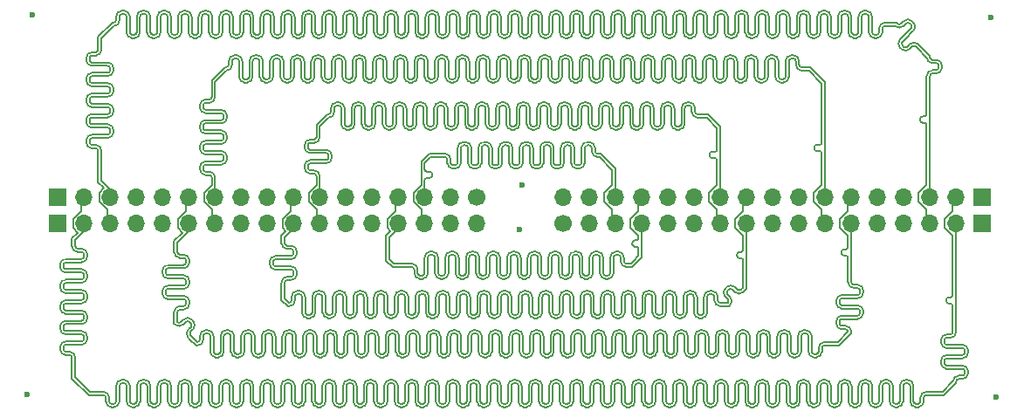
<source format=gbr>
%TF.GenerationSoftware,KiCad,Pcbnew,9.0.0*%
%TF.CreationDate,2025-03-14T15:21:30-04:00*%
%TF.ProjectId,LVDelay,4c564465-6c61-4792-9e6b-696361645f70,rev?*%
%TF.SameCoordinates,Original*%
%TF.FileFunction,Copper,L4,Bot*%
%TF.FilePolarity,Positive*%
%FSLAX46Y46*%
G04 Gerber Fmt 4.6, Leading zero omitted, Abs format (unit mm)*
G04 Created by KiCad (PCBNEW 9.0.0) date 2025-03-14 15:21:30*
%MOMM*%
%LPD*%
G01*
G04 APERTURE LIST*
%TA.AperFunction,ComponentPad*%
%ADD10C,1.700000*%
%TD*%
%TA.AperFunction,ComponentPad*%
%ADD11O,1.700000X1.700000*%
%TD*%
%TA.AperFunction,ComponentPad*%
%ADD12R,1.700000X1.700000*%
%TD*%
%TA.AperFunction,ViaPad*%
%ADD13C,0.600000*%
%TD*%
%TA.AperFunction,Conductor*%
%ADD14C,0.175260*%
%TD*%
G04 APERTURE END LIST*
D10*
%TO.P,J2,1,Pin_1*%
%TO.N,/Ch0+*%
X105314830Y-73590655D03*
D11*
%TO.P,J2,2,Pin_2*%
%TO.N,/Ch0-*%
X105314830Y-71050655D03*
%TO.P,J2,3,Pin_3*%
%TO.N,/Ch1+*%
X107854830Y-73590655D03*
%TO.P,J2,4,Pin_4*%
%TO.N,/Ch1-*%
X107854830Y-71050655D03*
%TO.P,J2,5,Pin_5*%
%TO.N,/Ch2+*%
X110394830Y-73590655D03*
%TO.P,J2,6,Pin_6*%
%TO.N,/Ch2-*%
X110394830Y-71050655D03*
%TO.P,J2,7,Pin_7*%
%TO.N,/Ch3+*%
X112934830Y-73590655D03*
%TO.P,J2,8,Pin_8*%
%TO.N,/Ch3-*%
X112934830Y-71050655D03*
%TO.P,J2,9,Pin_9*%
%TO.N,/Ch4+*%
X115474830Y-73590655D03*
%TO.P,J2,10,Pin_10*%
%TO.N,/Ch4-*%
X115474830Y-71050655D03*
%TO.P,J2,11,Pin_11*%
%TO.N,/Ch5+*%
X118014830Y-73590655D03*
%TO.P,J2,12,Pin_12*%
%TO.N,/Ch5-*%
X118014830Y-71050655D03*
%TO.P,J2,13,Pin_13*%
%TO.N,/Ch6+*%
X120554830Y-73590655D03*
%TO.P,J2,14,Pin_14*%
%TO.N,/Ch6-*%
X120554830Y-71050655D03*
%TO.P,J2,15,Pin_15*%
%TO.N,/Ch7+*%
X123094830Y-73590655D03*
%TO.P,J2,16,Pin_16*%
%TO.N,/Ch7-*%
X123094830Y-71050655D03*
%TO.P,J2,17,Pin_17*%
%TO.N,/Ch8+*%
X125634830Y-73590655D03*
%TO.P,J2,18,Pin_18*%
%TO.N,/Ch8-*%
X125634830Y-71050655D03*
%TO.P,J2,19,Pin_19*%
%TO.N,/Ch9+*%
X128174830Y-73590655D03*
%TO.P,J2,20,Pin_20*%
%TO.N,/Ch9-*%
X128174830Y-71050655D03*
%TO.P,J2,21,Pin_21*%
%TO.N,/Ch10+*%
X130714830Y-73590655D03*
%TO.P,J2,22,Pin_22*%
%TO.N,/Ch10-*%
X130714830Y-71050655D03*
%TO.P,J2,23,Pin_23*%
%TO.N,/Ch11+*%
X133254830Y-73590655D03*
%TO.P,J2,24,Pin_24*%
%TO.N,/Ch11-*%
X133254830Y-71050655D03*
%TO.P,J2,25,Pin_25*%
%TO.N,/Ch12+*%
X135794830Y-73590655D03*
%TO.P,J2,26,Pin_26*%
%TO.N,/Ch12-*%
X135794830Y-71050655D03*
%TO.P,J2,27,Pin_27*%
%TO.N,/Ch13+*%
X138334830Y-73590655D03*
%TO.P,J2,28,Pin_28*%
%TO.N,/Ch13-*%
X138334830Y-71050655D03*
%TO.P,J2,29,Pin_29*%
%TO.N,/Ch14+*%
X140874830Y-73590655D03*
%TO.P,J2,30,Pin_30*%
%TO.N,/Ch14-*%
X140874830Y-71050655D03*
%TO.P,J2,31,Pin_31*%
%TO.N,/Ch15+*%
X143414830Y-73590655D03*
%TO.P,J2,32,Pin_32*%
%TO.N,/Ch15-*%
X143414830Y-71050655D03*
D12*
%TO.P,J2,33,Pin_33*%
%TO.N,GND*%
X145954830Y-73590655D03*
%TO.P,J2,34,Pin_34*%
X145954830Y-71050655D03*
%TD*%
D10*
%TO.P,J1,1,Pin_1*%
%TO.N,/Ch0+*%
X96937830Y-71050655D03*
D11*
%TO.P,J1,2,Pin_2*%
%TO.N,/Ch0-*%
X96937830Y-73590655D03*
%TO.P,J1,3,Pin_3*%
%TO.N,/Ch1+*%
X94397830Y-71050655D03*
%TO.P,J1,4,Pin_4*%
%TO.N,/Ch1-*%
X94397830Y-73590655D03*
%TO.P,J1,5,Pin_5*%
%TO.N,/Ch2+*%
X91857830Y-71050655D03*
%TO.P,J1,6,Pin_6*%
%TO.N,/Ch2-*%
X91857830Y-73590655D03*
%TO.P,J1,7,Pin_7*%
%TO.N,/Ch3+*%
X89317830Y-71050655D03*
%TO.P,J1,8,Pin_8*%
%TO.N,/Ch3-*%
X89317830Y-73590655D03*
%TO.P,J1,9,Pin_9*%
%TO.N,/Ch4+*%
X86777830Y-71050655D03*
%TO.P,J1,10,Pin_10*%
%TO.N,/Ch4-*%
X86777830Y-73590655D03*
%TO.P,J1,11,Pin_11*%
%TO.N,/Ch5+*%
X84237830Y-71050655D03*
%TO.P,J1,12,Pin_12*%
%TO.N,/Ch5-*%
X84237830Y-73590655D03*
%TO.P,J1,13,Pin_13*%
%TO.N,/Ch6+*%
X81697830Y-71050655D03*
%TO.P,J1,14,Pin_14*%
%TO.N,/Ch6-*%
X81697830Y-73590655D03*
%TO.P,J1,15,Pin_15*%
%TO.N,/Ch7+*%
X79157830Y-71050655D03*
%TO.P,J1,16,Pin_16*%
%TO.N,/Ch7-*%
X79157830Y-73590655D03*
%TO.P,J1,17,Pin_17*%
%TO.N,/Ch8+*%
X76617830Y-71050655D03*
%TO.P,J1,18,Pin_18*%
%TO.N,/Ch8-*%
X76617830Y-73590655D03*
%TO.P,J1,19,Pin_19*%
%TO.N,/Ch9+*%
X74077830Y-71050655D03*
%TO.P,J1,20,Pin_20*%
%TO.N,/Ch9-*%
X74077830Y-73590655D03*
%TO.P,J1,21,Pin_21*%
%TO.N,/Ch10+*%
X71537830Y-71050655D03*
%TO.P,J1,22,Pin_22*%
%TO.N,/Ch10-*%
X71537830Y-73590655D03*
%TO.P,J1,23,Pin_23*%
%TO.N,/Ch11+*%
X68997830Y-71050655D03*
%TO.P,J1,24,Pin_24*%
%TO.N,/Ch11-*%
X68997830Y-73590655D03*
%TO.P,J1,25,Pin_25*%
%TO.N,/Ch12+*%
X66457830Y-71050655D03*
%TO.P,J1,26,Pin_26*%
%TO.N,/Ch12-*%
X66457830Y-73590655D03*
%TO.P,J1,27,Pin_27*%
%TO.N,/Ch13+*%
X63917830Y-71050655D03*
%TO.P,J1,28,Pin_28*%
%TO.N,/Ch13-*%
X63917830Y-73590655D03*
%TO.P,J1,29,Pin_29*%
%TO.N,/Ch14+*%
X61377830Y-71050655D03*
%TO.P,J1,30,Pin_30*%
%TO.N,/Ch14-*%
X61377830Y-73590655D03*
%TO.P,J1,31,Pin_31*%
%TO.N,/Ch15+*%
X58837830Y-71050655D03*
%TO.P,J1,32,Pin_32*%
%TO.N,/Ch15-*%
X58837830Y-73590655D03*
D12*
%TO.P,J1,33,Pin_33*%
%TO.N,GND*%
X56297830Y-71050655D03*
%TO.P,J1,34,Pin_34*%
X56297830Y-73590655D03*
%TD*%
D13*
%TO.N,GND*%
X101346000Y-69850000D03*
X101092000Y-74168000D03*
X53340000Y-90170000D03*
X53848000Y-53340000D03*
X147320000Y-90424000D03*
X146812000Y-53594000D03*
%TD*%
D14*
%TO.N,/Ch15-*%
X143087170Y-72375365D02*
X143087170Y-71378315D01*
X142323800Y-74042575D02*
X142323800Y-73138735D01*
X142847170Y-81372090D02*
X142686815Y-81372090D01*
X143087170Y-74805945D02*
X142323800Y-74042575D01*
X143087170Y-78757203D02*
X143087170Y-74805945D01*
X142686815Y-80772090D02*
X142847170Y-80772090D01*
X143087170Y-80532090D02*
X143087170Y-80412090D01*
X143087170Y-71378315D02*
X143414830Y-71050655D01*
X142446815Y-81132090D02*
X142446815Y-81012090D01*
X143087170Y-82226655D02*
X143087170Y-81612090D01*
X142847170Y-80772090D02*
G75*
G03*
X143087190Y-80532090I30J239990D01*
G01*
X143087170Y-81612090D02*
G75*
G03*
X142847170Y-81372130I-239970J-10D01*
G01*
X142446815Y-81012090D02*
G75*
G02*
X142686815Y-80772115I239985J-10D01*
G01*
X143087170Y-80412090D02*
X143087170Y-78757203D01*
X142686815Y-81372090D02*
G75*
G02*
X142446810Y-81132090I-15J239990D01*
G01*
X142323800Y-73138735D02*
X143087170Y-72375365D01*
X75705399Y-91095531D02*
G75*
G03*
X75941531Y-90859361I1J236131D01*
G01*
%TO.N,/Ch15+*%
X101705399Y-91423191D02*
G75*
G03*
X102269191Y-90859361I1J563791D01*
G01*
%TO.N,/Ch15-*%
X139269229Y-90859361D02*
G75*
G03*
X139505399Y-91095571I236171J-39D01*
G01*
X107269229Y-90264485D02*
X107269229Y-90859341D01*
X73705399Y-91095531D02*
G75*
G03*
X73941531Y-90859361I1J236131D01*
G01*
%TO.N,/Ch15+*%
X142492284Y-86695453D02*
X143087170Y-86695453D01*
X99705399Y-91423171D02*
G75*
G03*
X100269271Y-90859341I1J563871D01*
G01*
%TO.N,/Ch15-*%
X105941569Y-90264485D02*
X105941569Y-89936825D01*
X61705399Y-91095531D02*
G75*
G03*
X61941531Y-90859361I1J236131D01*
G01*
%TO.N,/Ch15+*%
X132269229Y-90264485D02*
X132269229Y-89936825D01*
X66941569Y-90859361D02*
G75*
G03*
X67505399Y-91423231I563831J-39D01*
G01*
%TO.N,/Ch15-*%
X67941569Y-90264485D02*
X67941569Y-89936825D01*
X60705399Y-89936825D02*
G75*
G02*
X61269275Y-90500655I1J-563875D01*
G01*
%TO.N,/Ch15+*%
X69505399Y-91423191D02*
X69705399Y-91423191D01*
X143414830Y-82226655D02*
X143414830Y-73590655D01*
X118269229Y-90264485D02*
X118269229Y-89936825D01*
X68941569Y-90264485D02*
X68941569Y-90859361D01*
%TO.N,/Ch15-*%
X87705399Y-91095531D02*
G75*
G03*
X87941531Y-90859361I1J236131D01*
G01*
X139941569Y-90859361D02*
X139941569Y-90500655D01*
%TO.N,/Ch15+*%
X142851000Y-85367793D02*
X142492294Y-85367793D01*
%TO.N,/Ch15-*%
X97269229Y-89341969D02*
X97269229Y-89936825D01*
%TO.N,/Ch15+*%
X144009706Y-85367793D02*
X143414830Y-85367793D01*
X128941569Y-90264485D02*
X128941569Y-90859341D01*
X144573516Y-87931623D02*
G75*
G03*
X144009686Y-87367784I-563816J23D01*
G01*
%TO.N,/Ch15-*%
X85941569Y-90859361D02*
X85941569Y-90264485D01*
%TO.N,/Ch15+*%
X144573536Y-86131623D02*
X144573536Y-85931623D01*
X143651000Y-87367793D02*
X143087170Y-87367793D01*
X114269229Y-89341949D02*
G75*
G02*
X114505399Y-89105829I236171J-51D01*
G01*
X144009686Y-87367793D02*
X143651000Y-87367793D01*
%TO.N,/Ch15-*%
X84505399Y-88778119D02*
X84705399Y-88778119D01*
%TO.N,/Ch15+*%
X143651000Y-88695453D02*
X144009686Y-88695453D01*
%TO.N,/Ch15-*%
X63941569Y-89936825D02*
X63941569Y-89341949D01*
%TO.N,/Ch15+*%
X143414830Y-89067347D02*
X143414830Y-88931623D01*
X140705399Y-90264485D02*
X142217692Y-90264485D01*
%TO.N,/Ch15-*%
X69941569Y-89341949D02*
G75*
G02*
X70505399Y-88778069I563831J49D01*
G01*
%TO.N,/Ch15+*%
X138505399Y-89105799D02*
X138705399Y-89105799D01*
X124705399Y-89105799D02*
G75*
G02*
X124941601Y-89341969I1J-236201D01*
G01*
X64505399Y-89105779D02*
X64705399Y-89105779D01*
X138941569Y-89936825D02*
X138941569Y-90500655D01*
%TO.N,/Ch15-*%
X97705399Y-91095511D02*
G75*
G03*
X97941611Y-90859341I1J236211D01*
G01*
%TO.N,/Ch15+*%
X143414830Y-84131623D02*
X143414830Y-83931623D01*
X117505399Y-91423191D02*
X117705399Y-91423191D01*
X128269229Y-89341949D02*
G75*
G02*
X128505399Y-89105829I236171J-51D01*
G01*
X136941569Y-89936825D02*
X136941569Y-90264485D01*
X136269229Y-90859341D02*
X136269229Y-90264485D01*
X134941569Y-90264485D02*
X134941569Y-90859341D01*
%TO.N,/Ch15-*%
X65941569Y-89341949D02*
G75*
G02*
X66505399Y-88778069I563831J49D01*
G01*
X129705399Y-91095511D02*
G75*
G03*
X129941611Y-90859341I1J236211D01*
G01*
%TO.N,/Ch15+*%
X134941569Y-89936825D02*
X134941569Y-90264485D01*
X122269229Y-89341969D02*
G75*
G02*
X122505399Y-89105829I236171J-31D01*
G01*
X134269229Y-90264485D02*
X134269229Y-89936825D01*
X133505399Y-91423191D02*
X133705399Y-91423191D01*
X132941569Y-89936825D02*
X132941569Y-90264485D01*
X132941569Y-89341969D02*
X132941569Y-89936825D01*
%TO.N,/Ch15-*%
X109269229Y-90264485D02*
X109269229Y-90859361D01*
%TO.N,/Ch15+*%
X132269229Y-90859361D02*
X132269229Y-90264485D01*
X131505399Y-91423191D02*
X131705399Y-91423191D01*
X130941569Y-90264485D02*
X130941569Y-90859361D01*
X130941569Y-89341969D02*
X130941569Y-89936825D01*
X143414830Y-85367793D02*
X142851000Y-85367793D01*
X90941569Y-89936825D02*
X90941569Y-90264485D01*
%TO.N,/Ch15-*%
X65941569Y-90264485D02*
X65941569Y-89936825D01*
%TO.N,/Ch15+*%
X130269229Y-90264485D02*
X130269229Y-89936825D01*
X142256124Y-85131623D02*
X142256124Y-84931623D01*
X80941569Y-90264485D02*
X80941569Y-90859361D01*
X130269229Y-90859341D02*
X130269229Y-90264485D01*
X142851000Y-84695453D02*
G75*
G03*
X143414853Y-84131623I0J563853D01*
G01*
X129505399Y-91423171D02*
X129705399Y-91423171D01*
X128941569Y-89936825D02*
X128941569Y-90264485D01*
X80269229Y-89936825D02*
X80269229Y-89341949D01*
X128941569Y-89341949D02*
X128941569Y-89936825D01*
%TO.N,/Ch15-*%
X100705399Y-88778139D02*
G75*
G02*
X101269261Y-89341969I1J-563861D01*
G01*
%TO.N,/Ch15+*%
X128505399Y-89105779D02*
X128705399Y-89105779D01*
X128269229Y-89936825D02*
X128269229Y-89341949D01*
X126941569Y-90264485D02*
X126941569Y-90859341D01*
X138941569Y-90500655D02*
X138941569Y-90859361D01*
%TO.N,/Ch15-*%
X133941569Y-89341969D02*
G75*
G02*
X134505399Y-88778169I563831J-31D01*
G01*
%TO.N,/Ch15+*%
X126941569Y-89341969D02*
X126941569Y-89936825D01*
X126269229Y-90859361D02*
X126269229Y-90264485D01*
X76941569Y-89936825D02*
X76941569Y-90264485D01*
X125505399Y-91423191D02*
X125705399Y-91423191D01*
X80941569Y-90859361D02*
G75*
G03*
X81505399Y-91423231I563831J-39D01*
G01*
X124941569Y-90264485D02*
X124941569Y-90859361D01*
%TO.N,/Ch15-*%
X126705399Y-88778139D02*
G75*
G02*
X127269261Y-89341969I1J-563861D01*
G01*
X62505399Y-88778119D02*
X62705399Y-88778119D01*
%TO.N,/Ch15+*%
X124505399Y-89105799D02*
X124705399Y-89105799D01*
X124269229Y-90859361D02*
X124269229Y-90264485D01*
X74941569Y-89936825D02*
X74941569Y-90264485D01*
%TO.N,/Ch15-*%
X91269229Y-90264485D02*
X91269229Y-90859361D01*
%TO.N,/Ch15+*%
X123505399Y-91423191D02*
X123705399Y-91423191D01*
%TO.N,/Ch15-*%
X73941569Y-89341949D02*
G75*
G02*
X74505399Y-88778069I563831J49D01*
G01*
%TO.N,/Ch15+*%
X100269229Y-89341969D02*
G75*
G02*
X100505399Y-89105829I236171J-31D01*
G01*
X122941569Y-90264485D02*
X122941569Y-90859361D01*
X122941569Y-89936825D02*
X122941569Y-90264485D01*
X122941569Y-89341969D02*
X122941569Y-89936825D01*
%TO.N,/Ch15-*%
X81505399Y-91095531D02*
X81705399Y-91095531D01*
%TO.N,/Ch15+*%
X142256114Y-87131623D02*
X142256114Y-86931623D01*
%TO.N,/Ch15-*%
X75941569Y-90859361D02*
X75941569Y-90264485D01*
%TO.N,/Ch15+*%
X122505399Y-89105799D02*
X122705399Y-89105799D01*
%TO.N,/Ch15-*%
X71705399Y-91095531D02*
G75*
G03*
X71941531Y-90859361I1J236131D01*
G01*
X135269229Y-90859341D02*
G75*
G03*
X135505399Y-91095471I236171J41D01*
G01*
%TO.N,/Ch15+*%
X120941569Y-90264485D02*
X120941569Y-90859341D01*
X120941569Y-89936825D02*
X120941569Y-90264485D01*
X72269229Y-89936825D02*
X72269229Y-89341949D01*
%TO.N,/Ch15-*%
X123269229Y-90859361D02*
G75*
G03*
X123505399Y-91095571I236171J-39D01*
G01*
X69941569Y-90859361D02*
X69941569Y-90264485D01*
%TO.N,/Ch15+*%
X120941569Y-89341949D02*
X120941569Y-89936825D01*
X120269229Y-89936825D02*
X120269229Y-89341949D01*
%TO.N,/Ch15-*%
X69269229Y-90859361D02*
G75*
G03*
X69505399Y-91095571I236171J-39D01*
G01*
X132705399Y-88778139D02*
G75*
G02*
X133269261Y-89341969I1J-563861D01*
G01*
%TO.N,/Ch15+*%
X118941569Y-90264485D02*
X118941569Y-90859341D01*
X136941569Y-90264485D02*
X136941569Y-90859341D01*
%TO.N,/Ch15-*%
X68705399Y-88778119D02*
G75*
G02*
X69269181Y-89341949I1J-563781D01*
G01*
X131941569Y-89341969D02*
G75*
G02*
X132505399Y-88778169I563831J-31D01*
G01*
X133941569Y-89936825D02*
X133941569Y-89341969D01*
%TO.N,/Ch15+*%
X118941569Y-89341969D02*
X118941569Y-89936825D01*
X62941569Y-90264485D02*
X62941569Y-90859361D01*
X118505399Y-89105799D02*
X118705399Y-89105799D01*
X136269229Y-89936825D02*
X136269229Y-89341949D01*
X118269229Y-90859361D02*
X118269229Y-90264485D01*
X68941569Y-89936825D02*
X68941569Y-90264485D01*
%TO.N,/Ch15-*%
X87269229Y-89341949D02*
X87269229Y-89936825D01*
%TO.N,/Ch15+*%
X116941569Y-90264485D02*
X116941569Y-90859361D01*
%TO.N,/Ch15-*%
X87269229Y-90859361D02*
G75*
G03*
X87505399Y-91095571I236171J-39D01*
G01*
%TO.N,/Ch15+*%
X116941569Y-89936825D02*
X116941569Y-90264485D01*
X116505399Y-89105799D02*
X116705399Y-89105799D01*
X116269229Y-89936825D02*
X116269229Y-89341969D01*
%TO.N,/Ch15-*%
X72705399Y-88778119D02*
G75*
G02*
X73269181Y-89341949I1J-563781D01*
G01*
%TO.N,/Ch15+*%
X66505399Y-89105779D02*
X66705399Y-89105779D01*
%TO.N,/Ch15-*%
X83941569Y-89936825D02*
X83941569Y-89341949D01*
%TO.N,/Ch15+*%
X116269229Y-90264485D02*
X116269229Y-89936825D01*
%TO.N,/Ch15-*%
X85269229Y-90859361D02*
G75*
G03*
X85505399Y-91095571I236171J-39D01*
G01*
%TO.N,/Ch15+*%
X134269229Y-89936825D02*
X134269229Y-89341969D01*
%TO.N,/Ch15-*%
X80505399Y-88778119D02*
X80705399Y-88778119D01*
%TO.N,/Ch15+*%
X116269229Y-90859341D02*
X116269229Y-90264485D01*
X115505399Y-91423171D02*
X115705399Y-91423171D01*
%TO.N,/Ch15-*%
X63941569Y-89341949D02*
G75*
G02*
X64505399Y-88778069I563831J49D01*
G01*
X127705399Y-91095511D02*
G75*
G03*
X127941611Y-90859341I1J236211D01*
G01*
%TO.N,/Ch15+*%
X114941569Y-90264485D02*
X114941569Y-90859341D01*
X114941569Y-89936825D02*
X114941569Y-90264485D01*
X132941569Y-90264485D02*
X132941569Y-90859361D01*
%TO.N,/Ch15-*%
X63705399Y-91095531D02*
G75*
G03*
X63941531Y-90859361I1J236131D01*
G01*
X69269229Y-90264485D02*
X69269229Y-90859361D01*
X109941569Y-90264485D02*
X109941569Y-89936825D01*
%TO.N,/Ch15+*%
X114941569Y-89341949D02*
X114941569Y-89936825D01*
X114269229Y-89936825D02*
X114269229Y-89341949D01*
%TO.N,/Ch15-*%
X69705399Y-91095531D02*
G75*
G03*
X69941531Y-90859361I1J236131D01*
G01*
%TO.N,/Ch15+*%
X112505399Y-89105779D02*
X112705399Y-89105779D01*
X112941569Y-90264485D02*
X112941569Y-90859341D01*
%TO.N,/Ch15-*%
X93941569Y-90859341D02*
X93941569Y-90264485D01*
%TO.N,/Ch15+*%
X112941569Y-89936825D02*
X112941569Y-90264485D01*
X64269229Y-89341949D02*
G75*
G02*
X64505399Y-89105829I236171J-51D01*
G01*
X112941569Y-89341949D02*
X112941569Y-89936825D01*
X136941569Y-90859341D02*
G75*
G03*
X137505399Y-91423131I563831J41D01*
G01*
X112269229Y-89936825D02*
X112269229Y-89341949D01*
%TO.N,/Ch15-*%
X123941569Y-89936825D02*
X123941569Y-89341969D01*
X67269229Y-90859361D02*
G75*
G03*
X67505399Y-91095571I236171J-39D01*
G01*
%TO.N,/Ch15+*%
X110505399Y-89105799D02*
X110705399Y-89105799D01*
X110941569Y-90264485D02*
X110941569Y-90859341D01*
%TO.N,/Ch15-*%
X101941569Y-89936825D02*
X101941569Y-89341969D01*
%TO.N,/Ch15+*%
X110941569Y-89341969D02*
X110941569Y-89936825D01*
%TO.N,/Ch15-*%
X57985660Y-88508793D02*
X59413692Y-89936825D01*
%TO.N,/Ch15+*%
X143087170Y-86695453D02*
X143414830Y-86695453D01*
X80505399Y-89105779D02*
X80705399Y-89105779D01*
%TO.N,/Ch15-*%
X95941569Y-90264485D02*
X95941569Y-89936825D01*
%TO.N,/Ch15+*%
X109505399Y-91423191D02*
X109705399Y-91423191D01*
X108941569Y-89341969D02*
X108941569Y-89936825D01*
X108505399Y-89105799D02*
X108705399Y-89105799D01*
%TO.N,/Ch15-*%
X131941569Y-90859361D02*
X131941569Y-90264485D01*
%TO.N,/Ch15+*%
X108269229Y-90859341D02*
X108269229Y-90264485D01*
X107505399Y-91423171D02*
X107705399Y-91423171D01*
X106941569Y-89341949D02*
X106941569Y-89936825D01*
X105505399Y-91423171D02*
X105705399Y-91423171D01*
%TO.N,/Ch15-*%
X87269229Y-90264485D02*
X87269229Y-90859361D01*
%TO.N,/Ch15+*%
X104941569Y-89936825D02*
X104941569Y-90264485D01*
%TO.N,/Ch15-*%
X119269229Y-90859341D02*
G75*
G03*
X119505399Y-91095471I236171J41D01*
G01*
%TO.N,/Ch15+*%
X104941569Y-89341969D02*
X104941569Y-89936825D01*
X104505399Y-89105799D02*
X104705399Y-89105799D01*
%TO.N,/Ch15-*%
X67269229Y-89341949D02*
X67269229Y-89936825D01*
%TO.N,/Ch15+*%
X102505399Y-89105799D02*
X102705399Y-89105799D01*
X61505399Y-91423191D02*
X61705399Y-91423191D01*
%TO.N,/Ch15-*%
X75269229Y-90264485D02*
X75269229Y-90859361D01*
%TO.N,/Ch15+*%
X101505399Y-91423191D02*
X101705399Y-91423191D01*
X70269229Y-89341949D02*
G75*
G02*
X70505399Y-89105829I236171J-51D01*
G01*
X100941569Y-90264485D02*
X100941569Y-90859361D01*
%TO.N,/Ch15-*%
X125941569Y-90264485D02*
X125941569Y-89936825D01*
%TO.N,/Ch15+*%
X126269229Y-89936825D02*
X126269229Y-89341969D01*
X100941569Y-89936825D02*
X100941569Y-90264485D01*
X78505399Y-89105779D02*
X78705399Y-89105779D01*
X126269229Y-90264485D02*
X126269229Y-89936825D01*
X76941569Y-90264485D02*
X76941569Y-90859361D01*
X100941569Y-89341969D02*
X100941569Y-89936825D01*
%TO.N,/Ch15-*%
X82705399Y-88778119D02*
G75*
G02*
X83269181Y-89341949I1J-563781D01*
G01*
X83505399Y-91095531D02*
X83705399Y-91095531D01*
X125269229Y-90264485D02*
X125269229Y-90859361D01*
%TO.N,/Ch15+*%
X100505399Y-89105799D02*
X100705399Y-89105799D01*
X100269229Y-90859341D02*
X100269229Y-90264485D01*
X143414830Y-83931623D02*
X143414830Y-82226655D01*
X99505399Y-91423171D02*
X99705399Y-91423171D01*
%TO.N,/Ch15-*%
X74705399Y-88778119D02*
G75*
G02*
X75269181Y-89341949I1J-563781D01*
G01*
X137941569Y-89341969D02*
G75*
G02*
X138505399Y-88778169I563831J-31D01*
G01*
%TO.N,/Ch15+*%
X124269229Y-90264485D02*
X124269229Y-89936825D01*
X74941569Y-90264485D02*
X74941569Y-90859361D01*
X98941569Y-89341949D02*
X98941569Y-89936825D01*
X98505399Y-89105779D02*
X98705399Y-89105779D01*
X76269229Y-90264485D02*
X76269229Y-89936825D01*
%TO.N,/Ch15-*%
X102505399Y-88778139D02*
X102705399Y-88778139D01*
%TO.N,/Ch15+*%
X97505399Y-91423171D02*
X97705399Y-91423171D01*
X96941569Y-89936825D02*
X96941569Y-90264485D01*
%TO.N,/Ch15-*%
X81941569Y-90859361D02*
X81941569Y-90264485D01*
X71941569Y-89341949D02*
G75*
G02*
X72505399Y-88778069I563831J49D01*
G01*
%TO.N,/Ch15+*%
X114505399Y-89105779D02*
X114705399Y-89105779D01*
X96941569Y-89341969D02*
X96941569Y-89936825D01*
X96505399Y-89105799D02*
X96705399Y-89105799D01*
%TO.N,/Ch15-*%
X78705399Y-88778119D02*
G75*
G02*
X79269181Y-89341949I1J-563781D01*
G01*
%TO.N,/Ch15+*%
X96269229Y-90264485D02*
X96269229Y-89936825D01*
X140505399Y-90264485D02*
X140705399Y-90264485D01*
X96269229Y-90859361D02*
X96269229Y-90264485D01*
X140269229Y-90859361D02*
X140269229Y-90500655D01*
%TO.N,/Ch15-*%
X103941569Y-89936825D02*
X103941569Y-89341969D01*
%TO.N,/Ch15+*%
X95505399Y-91423191D02*
X95705399Y-91423191D01*
%TO.N,/Ch15-*%
X143414830Y-86367793D02*
X144009706Y-86367793D01*
%TO.N,/Ch15+*%
X94941569Y-89936825D02*
X94941569Y-90264485D01*
X94505399Y-89105799D02*
X94705399Y-89105799D01*
X94269229Y-89936825D02*
X94269229Y-89341969D01*
%TO.N,/Ch15-*%
X61269229Y-90859361D02*
G75*
G03*
X61505399Y-91095571I236171J-39D01*
G01*
%TO.N,/Ch15+*%
X94269229Y-90264485D02*
X94269229Y-89936825D01*
X94269229Y-90859341D02*
X94269229Y-90264485D01*
%TO.N,/Ch15-*%
X99269229Y-89341949D02*
X99269229Y-89936825D01*
%TO.N,/Ch15+*%
X93505399Y-91423171D02*
X93705399Y-91423171D01*
X74705399Y-89105779D02*
G75*
G02*
X74941621Y-89341949I1J-236221D01*
G01*
X92941569Y-90264485D02*
X92941569Y-90859341D01*
%TO.N,/Ch15-*%
X129941569Y-90264485D02*
X129941569Y-89936825D01*
%TO.N,/Ch15+*%
X118269229Y-89936825D02*
X118269229Y-89341969D01*
X62705399Y-89105779D02*
G75*
G02*
X62941621Y-89341949I1J-236221D01*
G01*
X92941569Y-89936825D02*
X92941569Y-90264485D01*
X70505399Y-89105779D02*
X70705399Y-89105779D01*
%TO.N,/Ch15-*%
X144009686Y-88367793D02*
G75*
G03*
X144245893Y-88131623I14J236193D01*
G01*
X75269229Y-90859361D02*
G75*
G03*
X75505399Y-91095571I236171J-39D01*
G01*
%TO.N,/Ch15+*%
X68505399Y-89105779D02*
X68705399Y-89105779D01*
%TO.N,/Ch15-*%
X138705399Y-88778139D02*
G75*
G02*
X139269261Y-89341969I1J-563861D01*
G01*
X117505399Y-91095531D02*
X117705399Y-91095531D01*
X127941569Y-89936825D02*
X127941569Y-89341949D01*
%TO.N,/Ch15+*%
X92941569Y-89341949D02*
X92941569Y-89936825D01*
%TO.N,/Ch15-*%
X87505399Y-91095531D02*
X87705399Y-91095531D01*
%TO.N,/Ch15+*%
X92505399Y-89105779D02*
X92705399Y-89105779D01*
X92269229Y-90264485D02*
X92269229Y-89936825D01*
X91505399Y-91423191D02*
X91705399Y-91423191D01*
%TO.N,/Ch15-*%
X117941569Y-90859361D02*
X117941569Y-90264485D01*
%TO.N,/Ch15+*%
X90505399Y-89105779D02*
X90705399Y-89105779D01*
%TO.N,/Ch15-*%
X85705399Y-91095531D02*
G75*
G03*
X85941531Y-90859361I1J236131D01*
G01*
X106505399Y-88778119D02*
X106705399Y-88778119D01*
%TO.N,/Ch15+*%
X90269229Y-90859361D02*
X90269229Y-90264485D01*
%TO.N,/Ch15-*%
X73269229Y-90859361D02*
G75*
G03*
X73505399Y-91095571I236171J-39D01*
G01*
%TO.N,/Ch15+*%
X89505399Y-91423191D02*
X89705399Y-91423191D01*
X88941569Y-90264485D02*
X88941569Y-90859361D01*
X80269229Y-90859361D02*
X80269229Y-90264485D01*
X88505399Y-89105779D02*
X88705399Y-89105779D01*
X83505399Y-91423191D02*
X83705399Y-91423191D01*
X138269229Y-90859341D02*
X138269229Y-90264485D01*
X87505399Y-91423191D02*
X87705399Y-91423191D01*
X137505399Y-91423171D02*
X137705399Y-91423171D01*
X136269229Y-89341949D02*
G75*
G02*
X136505399Y-89105829I236171J-51D01*
G01*
X86941569Y-90264485D02*
X86941569Y-90859361D01*
%TO.N,/Ch15-*%
X113941569Y-89936825D02*
X113941569Y-89341949D01*
%TO.N,/Ch15+*%
X136941569Y-89341949D02*
X136941569Y-89936825D01*
%TO.N,/Ch15-*%
X110705399Y-88778139D02*
G75*
G02*
X111269261Y-89341969I1J-563861D01*
G01*
%TO.N,/Ch15+*%
X86505399Y-89105779D02*
X86705399Y-89105779D01*
X86269229Y-90264485D02*
X86269229Y-89936825D01*
X104269229Y-89936825D02*
X104269229Y-89341969D01*
X86269229Y-90859361D02*
X86269229Y-90264485D01*
%TO.N,/Ch15-*%
X131705399Y-91095531D02*
G75*
G03*
X131941531Y-90859361I1J236131D01*
G01*
%TO.N,/Ch15+*%
X85505399Y-91423191D02*
X85705399Y-91423191D01*
X84941569Y-89936825D02*
X84941569Y-90264485D01*
X84941569Y-89341949D02*
X84941569Y-89936825D01*
X84269229Y-89936825D02*
X84269229Y-89341949D01*
%TO.N,/Ch15-*%
X80705399Y-88778119D02*
G75*
G02*
X81269181Y-89341949I1J-563781D01*
G01*
%TO.N,/Ch15+*%
X82941569Y-90264485D02*
X82941569Y-90859361D01*
X88269229Y-89936825D02*
X88269229Y-89341949D01*
%TO.N,/Ch15-*%
X98705399Y-88778119D02*
G75*
G02*
X99269181Y-89341949I1J-563781D01*
G01*
%TO.N,/Ch15+*%
X82941569Y-89936825D02*
X82941569Y-90264485D01*
X121505399Y-91423171D02*
X121705399Y-91423171D01*
X82941569Y-89341949D02*
X82941569Y-89936825D01*
X98705399Y-89105779D02*
G75*
G02*
X98941621Y-89341949I1J-236221D01*
G01*
X82505399Y-89105779D02*
X82705399Y-89105779D01*
X72941569Y-90859361D02*
G75*
G03*
X73505399Y-91423231I563831J-39D01*
G01*
X111705399Y-91423171D02*
G75*
G03*
X112269271Y-90859341I1J563871D01*
G01*
X121705399Y-91423171D02*
G75*
G03*
X122269271Y-90859341I1J563871D01*
G01*
X120941569Y-90859341D02*
G75*
G03*
X121505399Y-91423131I563831J41D01*
G01*
X117705399Y-91423191D02*
G75*
G03*
X118269191Y-90859361I1J563791D01*
G01*
X116941569Y-89341969D02*
X116941569Y-89936825D01*
X103705399Y-91423191D02*
G75*
G03*
X104269191Y-90859361I1J563791D01*
G01*
X106269229Y-89936825D02*
X106269229Y-89341949D01*
X110269229Y-90859361D02*
X110269229Y-90264485D01*
%TO.N,/Ch15-*%
X91269229Y-89341949D02*
X91269229Y-89936825D01*
X132505399Y-88778139D02*
X132705399Y-88778139D01*
%TO.N,/Ch15+*%
X59277968Y-90264485D02*
X60705399Y-90264485D01*
%TO.N,/Ch15-*%
X93505399Y-91095511D02*
X93705399Y-91095511D01*
%TO.N,/Ch15+*%
X72941569Y-89936825D02*
X72941569Y-90264485D01*
%TO.N,/Ch15-*%
X123705399Y-91095531D02*
G75*
G03*
X123941531Y-90859361I1J236131D01*
G01*
%TO.N,/Ch15+*%
X84505399Y-89105779D02*
X84705399Y-89105779D01*
X118269229Y-89341969D02*
G75*
G02*
X118505399Y-89105829I236171J-31D01*
G01*
X107705399Y-91423171D02*
G75*
G03*
X108269271Y-90859341I1J563871D01*
G01*
X136269229Y-90264485D02*
X136269229Y-89936825D01*
%TO.N,/Ch15-*%
X133269229Y-89936825D02*
X133269229Y-90264485D01*
%TO.N,/Ch15+*%
X104269229Y-89341969D02*
G75*
G02*
X104505399Y-89105829I236171J-31D01*
G01*
X114705399Y-89105779D02*
G75*
G02*
X114941621Y-89341949I1J-236221D01*
G01*
X116269229Y-89341969D02*
G75*
G02*
X116505399Y-89105829I236171J-31D01*
G01*
X112705399Y-89105779D02*
G75*
G02*
X112941621Y-89341949I1J-236221D01*
G01*
X66269229Y-90859361D02*
X66269229Y-90264485D01*
X124941569Y-89341969D02*
X124941569Y-89936825D01*
%TO.N,/Ch15-*%
X113269229Y-90264485D02*
X113269229Y-90859341D01*
%TO.N,/Ch15+*%
X105705399Y-91423171D02*
G75*
G03*
X106269271Y-90859341I1J563871D01*
G01*
X113705399Y-91423171D02*
G75*
G03*
X114269271Y-90859341I1J563871D01*
G01*
%TO.N,/Ch15-*%
X75269229Y-89936825D02*
X75269229Y-90264485D01*
X126505399Y-88778139D02*
X126705399Y-88778139D01*
%TO.N,/Ch15+*%
X84269229Y-90859361D02*
X84269229Y-90264485D01*
X88941569Y-89341949D02*
X88941569Y-89936825D01*
X120705399Y-89105779D02*
G75*
G02*
X120941621Y-89341949I1J-236221D01*
G01*
X90269229Y-89936825D02*
X90269229Y-89341949D01*
%TO.N,/Ch15-*%
X101269229Y-90859361D02*
G75*
G03*
X101505399Y-91095571I236171J-39D01*
G01*
%TO.N,/Ch15+*%
X124269229Y-89341969D02*
G75*
G02*
X124505399Y-89105829I236171J-31D01*
G01*
X116705399Y-89105799D02*
G75*
G02*
X116941601Y-89341969I1J-236201D01*
G01*
X130269229Y-89936825D02*
X130269229Y-89341969D01*
%TO.N,/Ch15-*%
X65269229Y-90859361D02*
G75*
G03*
X65505399Y-91095571I236171J-39D01*
G01*
X128705399Y-88778119D02*
G75*
G02*
X129269181Y-89341949I1J-563781D01*
G01*
%TO.N,/Ch15+*%
X95705399Y-91423191D02*
G75*
G03*
X96269191Y-90859361I1J563791D01*
G01*
X76941569Y-89341949D02*
X76941569Y-89936825D01*
X106269229Y-89341949D02*
G75*
G02*
X106505399Y-89105829I236171J-51D01*
G01*
X109705399Y-91423191D02*
G75*
G03*
X110269191Y-90859361I1J563791D01*
G01*
X102941569Y-90264485D02*
X102941569Y-90859361D01*
X112269229Y-89341949D02*
G75*
G02*
X112505399Y-89105829I236171J-51D01*
G01*
X114269229Y-90859341D02*
X114269229Y-90264485D01*
X122705399Y-89105799D02*
G75*
G02*
X122941601Y-89341969I1J-236201D01*
G01*
%TO.N,/Ch15-*%
X142492294Y-84367793D02*
X142851000Y-84367793D01*
%TO.N,/Ch15+*%
X115705399Y-91423171D02*
G75*
G03*
X116269271Y-90859341I1J563871D01*
G01*
X134941569Y-89341969D02*
X134941569Y-89936825D01*
X110269229Y-89341969D02*
G75*
G02*
X110505399Y-89105829I236171J-31D01*
G01*
%TO.N,/Ch15-*%
X65705399Y-91095531D02*
G75*
G03*
X65941531Y-90859361I1J236131D01*
G01*
X129269229Y-90859341D02*
G75*
G03*
X129505399Y-91095471I236171J41D01*
G01*
X141928464Y-84931623D02*
G75*
G02*
X142492294Y-84367764I563836J23D01*
G01*
X111269229Y-90264485D02*
X111269229Y-90859341D01*
%TO.N,/Ch15+*%
X104269229Y-90264485D02*
X104269229Y-89936825D01*
X76269229Y-90859361D02*
X76269229Y-90264485D01*
X84941569Y-90264485D02*
X84941569Y-90859361D01*
X96269229Y-89341969D02*
G75*
G02*
X96505399Y-89105829I236171J-31D01*
G01*
X86941569Y-89936825D02*
X86941569Y-90264485D01*
X116941569Y-90859361D02*
G75*
G03*
X117505399Y-91423231I563831J-39D01*
G01*
X138269229Y-90264485D02*
X138269229Y-89936825D01*
X65705399Y-91423191D02*
G75*
G03*
X66269191Y-90859361I1J563791D01*
G01*
X106705399Y-89105779D02*
G75*
G02*
X106941621Y-89341949I1J-236221D01*
G01*
%TO.N,/Ch15-*%
X142492294Y-85695453D02*
G75*
G02*
X141928447Y-85131623I6J563853D01*
G01*
%TO.N,/Ch15+*%
X108269229Y-89341969D02*
G75*
G02*
X108505399Y-89105829I236171J-31D01*
G01*
%TO.N,/Ch15-*%
X101269229Y-90264485D02*
X101269229Y-90859361D01*
%TO.N,/Ch15+*%
X118705399Y-89105799D02*
G75*
G02*
X118941601Y-89341969I1J-236201D01*
G01*
X97705399Y-91423171D02*
G75*
G03*
X98269271Y-90859341I1J563871D01*
G01*
%TO.N,/Ch15-*%
X105269229Y-89341969D02*
X105269229Y-89936825D01*
%TO.N,/Ch15+*%
X114941569Y-90859341D02*
G75*
G03*
X115505399Y-91423131I563831J41D01*
G01*
X104705399Y-89105799D02*
G75*
G02*
X104941601Y-89341969I1J-236201D01*
G01*
X128269229Y-90264485D02*
X128269229Y-89936825D01*
X78941569Y-90264485D02*
X78941569Y-90859361D01*
X102941569Y-89341969D02*
X102941569Y-89936825D01*
X84705399Y-89105779D02*
G75*
G02*
X84941621Y-89341949I1J-236221D01*
G01*
X102269229Y-89341969D02*
G75*
G02*
X102505399Y-89105829I236171J-31D01*
G01*
%TO.N,/Ch15-*%
X75941569Y-89341949D02*
G75*
G02*
X76505399Y-88778069I563831J49D01*
G01*
X139705399Y-91095531D02*
G75*
G03*
X139941531Y-90859361I1J236131D01*
G01*
%TO.N,/Ch15+*%
X91705399Y-91423191D02*
G75*
G03*
X92269191Y-90859361I1J563791D01*
G01*
X108941569Y-90859361D02*
G75*
G03*
X109505399Y-91423231I563831J-39D01*
G01*
X88269229Y-89341949D02*
G75*
G02*
X88505399Y-89105829I236171J-51D01*
G01*
%TO.N,/Ch15-*%
X88705399Y-88778119D02*
G75*
G02*
X89269181Y-89341949I1J-563781D01*
G01*
X87941569Y-90859361D02*
X87941569Y-90264485D01*
%TO.N,/Ch15+*%
X106269229Y-90264485D02*
X106269229Y-89936825D01*
X78269229Y-90859361D02*
X78269229Y-90264485D01*
X118941569Y-90859341D02*
G75*
G03*
X119505399Y-91423131I563831J41D01*
G01*
X104941569Y-90859341D02*
G75*
G03*
X105505399Y-91423131I563831J41D01*
G01*
%TO.N,/Ch15-*%
X79941569Y-90859361D02*
X79941569Y-90264485D01*
%TO.N,/Ch15+*%
X112269229Y-90264485D02*
X112269229Y-89936825D01*
X98269229Y-89341949D02*
G75*
G02*
X98505399Y-89105829I236171J-51D01*
G01*
%TO.N,/Ch15-*%
X94505399Y-88778139D02*
X94705399Y-88778139D01*
%TO.N,/Ch15+*%
X87705399Y-91423191D02*
G75*
G03*
X88269191Y-90859361I1J563791D01*
G01*
%TO.N,/Ch15-*%
X87941569Y-89341949D02*
G75*
G02*
X88505399Y-88778069I563831J49D01*
G01*
%TO.N,/Ch15+*%
X108705399Y-89105799D02*
G75*
G02*
X108941601Y-89341969I1J-236201D01*
G01*
%TO.N,/Ch15-*%
X67705399Y-91095531D02*
G75*
G03*
X67941531Y-90859361I1J236131D01*
G01*
%TO.N,/Ch15+*%
X104941569Y-90264485D02*
X104941569Y-90859341D01*
X86941569Y-89341949D02*
X86941569Y-89936825D01*
X120269229Y-90264485D02*
X120269229Y-89936825D01*
X70941569Y-90264485D02*
X70941569Y-90859361D01*
%TO.N,/Ch15-*%
X89941569Y-89341949D02*
G75*
G02*
X90505399Y-88778069I563831J49D01*
G01*
%TO.N,/Ch15+*%
X94941569Y-89341969D02*
X94941569Y-89936825D01*
X131705399Y-91423191D02*
G75*
G03*
X132269191Y-90859361I1J563791D01*
G01*
X110705399Y-89105799D02*
G75*
G02*
X110941601Y-89341969I1J-236201D01*
G01*
X106941569Y-90859341D02*
G75*
G03*
X107505399Y-91423131I563831J41D01*
G01*
%TO.N,/Ch15-*%
X81269229Y-89936825D02*
X81269229Y-90264485D01*
X66705399Y-88778119D02*
G75*
G02*
X67269181Y-89341949I1J-563781D01*
G01*
X129941569Y-89341969D02*
G75*
G02*
X130505399Y-88778169I563831J-31D01*
G01*
%TO.N,/Ch15+*%
X96941569Y-90859341D02*
G75*
G03*
X97505399Y-91423131I563831J41D01*
G01*
X110941569Y-90859341D02*
G75*
G03*
X111505399Y-91423131I563831J41D01*
G01*
X70269229Y-89936825D02*
X70269229Y-89341949D01*
X90269229Y-89341949D02*
G75*
G02*
X90505399Y-89105829I236171J-51D01*
G01*
X72269229Y-90264485D02*
X72269229Y-89936825D01*
%TO.N,/Ch15-*%
X90705399Y-88778119D02*
G75*
G02*
X91269181Y-89341949I1J-563781D01*
G01*
X89269229Y-89936825D02*
X89269229Y-90264485D01*
%TO.N,/Ch15+*%
X139505399Y-91423191D02*
X139705399Y-91423191D01*
X62269229Y-89936825D02*
X62269229Y-89341949D01*
%TO.N,/Ch15-*%
X73941569Y-90264485D02*
X73941569Y-89936825D01*
%TO.N,/Ch15+*%
X94941569Y-90264485D02*
X94941569Y-90859361D01*
X93705399Y-91423171D02*
G75*
G03*
X94269271Y-90859341I1J563871D01*
G01*
X142217692Y-90264485D02*
X143414830Y-89067347D01*
X68941569Y-90859361D02*
G75*
G03*
X69505399Y-91423231I563831J-39D01*
G01*
X82941569Y-90859361D02*
G75*
G03*
X83505399Y-91423231I563831J-39D01*
G01*
X79705399Y-91423191D02*
G75*
G03*
X80269191Y-90859361I1J563791D01*
G01*
X114269229Y-90264485D02*
X114269229Y-89936825D01*
X100705399Y-89105799D02*
G75*
G02*
X100941601Y-89341969I1J-236201D01*
G01*
X94941569Y-90859361D02*
G75*
G03*
X95505399Y-91423231I563831J-39D01*
G01*
%TO.N,/Ch15-*%
X95705399Y-91095531D02*
G75*
G03*
X95941531Y-90859361I1J236131D01*
G01*
%TO.N,/Ch15+*%
X103505399Y-91423191D02*
X103705399Y-91423191D01*
X74269229Y-89936825D02*
X74269229Y-89341949D01*
X77705399Y-91423191D02*
G75*
G03*
X78269191Y-90859361I1J563791D01*
G01*
X92941569Y-90859341D02*
G75*
G03*
X93505399Y-91423131I563831J41D01*
G01*
%TO.N,/Ch15-*%
X93705399Y-91095511D02*
G75*
G03*
X93941611Y-90859341I1J236211D01*
G01*
X111941569Y-90264485D02*
X111941569Y-89936825D01*
%TO.N,/Ch15+*%
X82705399Y-89105779D02*
G75*
G02*
X82941621Y-89341949I1J-236221D01*
G01*
X68705399Y-89105779D02*
G75*
G02*
X68941621Y-89341949I1J-236221D01*
G01*
X112269229Y-90859341D02*
X112269229Y-90264485D01*
X137705399Y-91423171D02*
G75*
G03*
X138269271Y-90859341I1J563871D01*
G01*
X64941569Y-89341949D02*
X64941569Y-89936825D01*
%TO.N,/Ch15-*%
X135941569Y-90859341D02*
X135941569Y-90264485D01*
%TO.N,/Ch15+*%
X110269229Y-90264485D02*
X110269229Y-89936825D01*
X82269229Y-90859361D02*
X82269229Y-90264485D01*
X85705399Y-91423191D02*
G75*
G03*
X86269191Y-90859361I1J563791D01*
G01*
%TO.N,/Ch15-*%
X95941569Y-89936825D02*
X95941569Y-89341969D01*
%TO.N,/Ch15+*%
X82269229Y-89341949D02*
G75*
G02*
X82505399Y-89105829I236171J-51D01*
G01*
X68269229Y-89341949D02*
G75*
G02*
X68505399Y-89105829I236171J-51D01*
G01*
X84269229Y-90264485D02*
X84269229Y-89936825D01*
X102941569Y-90859361D02*
G75*
G03*
X103505399Y-91423231I563831J-39D01*
G01*
%TO.N,/Ch15-*%
X143087170Y-88931623D02*
G75*
G02*
X143651000Y-88367770I563830J23D01*
G01*
%TO.N,/Ch15+*%
X135505399Y-91423171D02*
X135705399Y-91423171D01*
%TO.N,/Ch15-*%
X142851000Y-84367793D02*
G75*
G03*
X143087193Y-84131623I0J236193D01*
G01*
%TO.N,/Ch15+*%
X88941569Y-90859361D02*
G75*
G03*
X89505399Y-91423231I563831J-39D01*
G01*
%TO.N,/Ch15-*%
X89705399Y-91095531D02*
G75*
G03*
X89941531Y-90859361I1J236131D01*
G01*
%TO.N,/Ch15+*%
X98941569Y-90859341D02*
G75*
G03*
X99505399Y-91423131I563831J41D01*
G01*
X81705399Y-91423191D02*
G75*
G03*
X82269191Y-90859361I1J563791D01*
G01*
X77505399Y-91423191D02*
X77705399Y-91423191D01*
%TO.N,/Ch15-*%
X81941569Y-89341949D02*
G75*
G02*
X82505399Y-88778069I563831J49D01*
G01*
%TO.N,/Ch15+*%
X122269229Y-90264485D02*
X122269229Y-89936825D01*
X72941569Y-90264485D02*
X72941569Y-90859361D01*
%TO.N,/Ch15-*%
X77941569Y-89341949D02*
G75*
G02*
X78505399Y-88778069I563831J49D01*
G01*
X92705399Y-88778119D02*
G75*
G02*
X93269181Y-89341949I1J-563781D01*
G01*
%TO.N,/Ch15+*%
X102705399Y-89105799D02*
G75*
G02*
X102941601Y-89341969I1J-236201D01*
G01*
%TO.N,/Ch15-*%
X139941569Y-90500655D02*
G75*
G02*
X140505399Y-89936869I563831J-45D01*
G01*
%TO.N,/Ch15+*%
X88705399Y-89105779D02*
G75*
G02*
X88941621Y-89341949I1J-236221D01*
G01*
%TO.N,/Ch15-*%
X89269229Y-90859361D02*
G75*
G03*
X89505399Y-91095571I236171J-39D01*
G01*
X119269229Y-90264485D02*
X119269229Y-90859341D01*
%TO.N,/Ch15+*%
X90941569Y-90859361D02*
G75*
G03*
X91505399Y-91423231I563831J-39D01*
G01*
%TO.N,/Ch15-*%
X77269229Y-90859361D02*
G75*
G03*
X77505399Y-91095571I236171J-39D01*
G01*
X91705399Y-91095531D02*
G75*
G03*
X91941531Y-90859361I1J236131D01*
G01*
%TO.N,/Ch15+*%
X80705399Y-89105779D02*
G75*
G02*
X80941621Y-89341949I1J-236221D01*
G01*
X84269229Y-89341949D02*
G75*
G02*
X84505399Y-89105829I236171J-51D01*
G01*
X143087170Y-87367793D02*
X142492284Y-87367793D01*
%TO.N,/Ch15-*%
X95505399Y-91095531D02*
X95705399Y-91095531D01*
%TO.N,/Ch15+*%
X104269229Y-90859361D02*
X104269229Y-90264485D01*
X73705399Y-91423191D02*
G75*
G03*
X74269191Y-90859361I1J563791D01*
G01*
X135705399Y-91423171D02*
G75*
G03*
X136269271Y-90859341I1J563871D01*
G01*
X94269229Y-89341969D02*
G75*
G02*
X94505399Y-89105829I236171J-31D01*
G01*
%TO.N,/Ch15-*%
X133941569Y-90859361D02*
X133941569Y-90264485D01*
%TO.N,/Ch15+*%
X100941569Y-90859361D02*
G75*
G03*
X101505399Y-91423231I563831J-39D01*
G01*
X83705399Y-91423191D02*
G75*
G03*
X84269191Y-90859361I1J563791D01*
G01*
%TO.N,/Ch15-*%
X70705399Y-88778119D02*
G75*
G02*
X71269181Y-89341949I1J-563781D01*
G01*
%TO.N,/Ch15+*%
X82269229Y-89936825D02*
X82269229Y-89341949D01*
X88269229Y-90859361D02*
X88269229Y-90264485D01*
%TO.N,/Ch15-*%
X62705399Y-88778119D02*
G75*
G02*
X63269181Y-89341949I1J-563781D01*
G01*
%TO.N,/Ch15+*%
X108269229Y-90264485D02*
X108269229Y-89936825D01*
%TO.N,/Ch15-*%
X79941569Y-90264485D02*
X79941569Y-89936825D01*
%TO.N,/Ch15+*%
X128705399Y-89105779D02*
G75*
G02*
X128941621Y-89341949I1J-236221D01*
G01*
X132269229Y-89341969D02*
G75*
G02*
X132505399Y-89105829I236171J-31D01*
G01*
X124941569Y-89936825D02*
X124941569Y-90264485D01*
X71705399Y-91423191D02*
G75*
G03*
X72269191Y-90859361I1J563791D01*
G01*
X78941569Y-90859361D02*
G75*
G03*
X79505399Y-91423231I563831J-39D01*
G01*
X123705399Y-91423191D02*
G75*
G03*
X124269191Y-90859361I1J563791D01*
G01*
%TO.N,/Ch15-*%
X133269229Y-90264485D02*
X133269229Y-90859361D01*
%TO.N,/Ch15+*%
X88269229Y-90264485D02*
X88269229Y-89936825D01*
X92269229Y-89341949D02*
G75*
G02*
X92505399Y-89105829I236171J-51D01*
G01*
X78269229Y-89936825D02*
X78269229Y-89341949D01*
%TO.N,/Ch15-*%
X115269229Y-89936825D02*
X115269229Y-90264485D01*
%TO.N,/Ch15+*%
X60705399Y-90264485D02*
G75*
G02*
X60941615Y-90500655I1J-236215D01*
G01*
X60941569Y-90859361D02*
G75*
G03*
X61505399Y-91423231I563831J-39D01*
G01*
X62941569Y-90859361D02*
G75*
G03*
X63505399Y-91423231I563831J-39D01*
G01*
%TO.N,/Ch15-*%
X73269229Y-89341949D02*
X73269229Y-89936825D01*
%TO.N,/Ch15+*%
X79505399Y-91423191D02*
X79705399Y-91423191D01*
X127505399Y-91423171D02*
X127705399Y-91423171D01*
X86941569Y-90859361D02*
G75*
G03*
X87505399Y-91423231I563831J-39D01*
G01*
X60941569Y-90500655D02*
X60941569Y-90859361D01*
X138705399Y-89105799D02*
G75*
G02*
X138941601Y-89341969I1J-236201D01*
G01*
%TO.N,/Ch15-*%
X104505399Y-88778139D02*
X104705399Y-88778139D01*
%TO.N,/Ch15+*%
X122269229Y-90859341D02*
X122269229Y-90264485D01*
X142492284Y-87367793D02*
G75*
G02*
X142256107Y-87131623I16J236193D01*
G01*
%TO.N,/Ch15-*%
X117269229Y-90264485D02*
X117269229Y-90859361D01*
%TO.N,/Ch15+*%
X120269229Y-89341949D02*
G75*
G02*
X120505399Y-89105829I236171J-51D01*
G01*
%TO.N,/Ch15-*%
X120505399Y-88778119D02*
X120705399Y-88778119D01*
%TO.N,/Ch15+*%
X134505399Y-89105799D02*
X134705399Y-89105799D01*
X67705399Y-91423191D02*
G75*
G03*
X68269191Y-90859361I1J563791D01*
G01*
%TO.N,/Ch15-*%
X61941569Y-89341949D02*
G75*
G02*
X62505399Y-88778069I563831J49D01*
G01*
%TO.N,/Ch15+*%
X72941569Y-89341949D02*
X72941569Y-89936825D01*
X130505399Y-89105799D02*
X130705399Y-89105799D01*
X119705399Y-91423171D02*
G75*
G03*
X120269271Y-90859341I1J563871D01*
G01*
X108941569Y-89936825D02*
X108941569Y-90264485D01*
X64269229Y-90859361D02*
X64269229Y-90264485D01*
X74269229Y-89341949D02*
G75*
G02*
X74505399Y-89105829I236171J-51D01*
G01*
%TO.N,/Ch15-*%
X142081968Y-89936825D02*
X143087170Y-88931623D01*
%TO.N,/Ch15+*%
X113505399Y-91423171D02*
X113705399Y-91423171D01*
%TO.N,/Ch15-*%
X83269229Y-90264485D02*
X83269229Y-90859361D01*
%TO.N,/Ch15+*%
X134269229Y-90859361D02*
X134269229Y-90264485D01*
X126941569Y-90859341D02*
G75*
G03*
X127505399Y-91423131I563831J41D01*
G01*
X66705399Y-89105779D02*
G75*
G02*
X66941621Y-89341949I1J-236221D01*
G01*
%TO.N,/Ch15-*%
X133705399Y-91095531D02*
G75*
G03*
X133941531Y-90859361I1J236131D01*
G01*
%TO.N,/Ch15+*%
X70941569Y-90859361D02*
G75*
G03*
X71505399Y-91423231I563831J-39D01*
G01*
%TO.N,/Ch15-*%
X85269229Y-89341949D02*
X85269229Y-89936825D01*
%TO.N,/Ch15+*%
X92705399Y-89105779D02*
G75*
G02*
X92941621Y-89341949I1J-236221D01*
G01*
X74269229Y-90264485D02*
X74269229Y-89936825D01*
%TO.N,/Ch15-*%
X93269229Y-90859341D02*
G75*
G03*
X93505399Y-91095471I236171J41D01*
G01*
%TO.N,/Ch15+*%
X62269229Y-89341949D02*
G75*
G02*
X62505399Y-89105829I236171J-51D01*
G01*
X130941569Y-89936825D02*
X130941569Y-90264485D01*
%TO.N,/Ch15-*%
X97505399Y-91095511D02*
X97705399Y-91095511D01*
%TO.N,/Ch15+*%
X64705399Y-89105779D02*
G75*
G02*
X64941621Y-89341949I1J-236221D01*
G01*
X80941569Y-89936825D02*
X80941569Y-90264485D01*
X64941569Y-90859361D02*
G75*
G03*
X65505399Y-91423231I563831J-39D01*
G01*
X98269229Y-89936825D02*
X98269229Y-89341949D01*
%TO.N,/Ch15-*%
X111269229Y-90859341D02*
G75*
G03*
X111505399Y-91095471I236171J41D01*
G01*
X123941569Y-90859361D02*
X123941569Y-90264485D01*
%TO.N,/Ch15+*%
X70269229Y-90264485D02*
X70269229Y-89936825D01*
X98269229Y-90859341D02*
X98269229Y-90264485D01*
%TO.N,/Ch15-*%
X123269229Y-89936825D02*
X123269229Y-90264485D01*
%TO.N,/Ch15+*%
X75705399Y-91423191D02*
G75*
G03*
X76269191Y-90859361I1J563791D01*
G01*
X142492294Y-84695453D02*
X142851000Y-84695453D01*
X81505399Y-91423191D02*
X81705399Y-91423191D01*
X111505399Y-91423171D02*
X111705399Y-91423171D01*
X76941569Y-90859361D02*
G75*
G03*
X77505399Y-91423231I563831J-39D01*
G01*
X122269229Y-89936825D02*
X122269229Y-89341969D01*
%TO.N,/Ch15-*%
X141928464Y-85131623D02*
X141928464Y-84931623D01*
%TO.N,/Ch15+*%
X86705399Y-89105779D02*
G75*
G02*
X86941621Y-89341949I1J-236221D01*
G01*
%TO.N,/Ch15-*%
X66505399Y-88778119D02*
X66705399Y-88778119D01*
%TO.N,/Ch15+*%
X106269229Y-90859341D02*
X106269229Y-90264485D01*
%TO.N,/Ch15-*%
X140705399Y-89936825D02*
X142081968Y-89936825D01*
%TO.N,/Ch15+*%
X138269229Y-89341969D02*
G75*
G02*
X138505399Y-89105829I236171J-31D01*
G01*
X128269229Y-90859341D02*
X128269229Y-90264485D01*
X78941569Y-89936825D02*
X78941569Y-90264485D01*
X106941569Y-90264485D02*
X106941569Y-90859341D01*
X86269229Y-89341949D02*
G75*
G02*
X86505399Y-89105829I236171J-51D01*
G01*
X76705399Y-89105779D02*
G75*
G02*
X76941621Y-89341949I1J-236221D01*
G01*
X62505399Y-89105779D02*
X62705399Y-89105779D01*
X100269229Y-90264485D02*
X100269229Y-89936825D01*
X72269229Y-90859361D02*
X72269229Y-90264485D01*
X78269229Y-89341949D02*
G75*
G02*
X78505399Y-89105829I236171J-51D01*
G01*
X66941569Y-89936825D02*
X66941569Y-90264485D01*
%TO.N,/Ch15-*%
X95269229Y-90264485D02*
X95269229Y-90859361D01*
%TO.N,/Ch15+*%
X78705399Y-89105779D02*
G75*
G02*
X78941621Y-89341949I1J-236221D01*
G01*
%TO.N,/Ch15-*%
X67941569Y-89341949D02*
G75*
G02*
X68505399Y-88778069I563831J49D01*
G01*
%TO.N,/Ch15+*%
X62941569Y-89341949D02*
X62941569Y-89936825D01*
X64269229Y-89936825D02*
X64269229Y-89341949D01*
X138269229Y-89936825D02*
X138269229Y-89341969D01*
X142492294Y-85367793D02*
G75*
G02*
X142256107Y-85131623I6J236193D01*
G01*
%TO.N,/Ch15-*%
X129941569Y-90859341D02*
X129941569Y-90264485D01*
%TO.N,/Ch15+*%
X63705399Y-91423191D02*
G75*
G03*
X64269191Y-90859361I1J563791D01*
G01*
X90941569Y-90264485D02*
X90941569Y-90859361D01*
X70705399Y-89105779D02*
G75*
G02*
X70941621Y-89341949I1J-236221D01*
G01*
X119505399Y-91423171D02*
X119705399Y-91423171D01*
X84941569Y-90859361D02*
G75*
G03*
X85505399Y-91423231I563831J-39D01*
G01*
X76269229Y-89341949D02*
G75*
G02*
X76505399Y-89105829I236171J-51D01*
G01*
X136705399Y-89105779D02*
G75*
G02*
X136941621Y-89341949I1J-236221D01*
G01*
X140269229Y-90500655D02*
G75*
G02*
X140505399Y-90264529I236171J-45D01*
G01*
X106505399Y-89105779D02*
X106705399Y-89105779D01*
X124941569Y-90859361D02*
G75*
G03*
X125505399Y-91423231I563831J-39D01*
G01*
X61705399Y-91423191D02*
G75*
G03*
X62269191Y-90859361I1J563791D01*
G01*
%TO.N,/Ch15-*%
X114705399Y-88778119D02*
G75*
G02*
X115269181Y-89341949I1J-563781D01*
G01*
X136505399Y-88778119D02*
X136705399Y-88778119D01*
%TO.N,/Ch15+*%
X132505399Y-89105799D02*
X132705399Y-89105799D01*
%TO.N,/Ch15-*%
X119941569Y-90859341D02*
X119941569Y-90264485D01*
%TO.N,/Ch15+*%
X125705399Y-91423191D02*
G75*
G03*
X126269191Y-90859361I1J563791D01*
G01*
%TO.N,/Ch15-*%
X105941569Y-90859341D02*
X105941569Y-90264485D01*
%TO.N,/Ch15+*%
X128941569Y-90859341D02*
G75*
G03*
X129505399Y-91423131I563831J41D01*
G01*
X126505399Y-89105799D02*
X126705399Y-89105799D01*
X126269229Y-89341969D02*
G75*
G02*
X126505399Y-89105829I236171J-31D01*
G01*
X90269229Y-90264485D02*
X90269229Y-89936825D01*
X132941569Y-90859361D02*
G75*
G03*
X133505399Y-91423231I563831J-39D01*
G01*
%TO.N,/Ch15-*%
X81269229Y-89341949D02*
X81269229Y-89936825D01*
%TO.N,/Ch15+*%
X120505399Y-89105779D02*
X120705399Y-89105779D01*
X126705399Y-89105799D02*
G75*
G02*
X126941601Y-89341969I1J-236201D01*
G01*
X143414830Y-86695453D02*
X144009706Y-86695453D01*
X129705399Y-91423171D02*
G75*
G03*
X130269271Y-90859341I1J563871D01*
G01*
%TO.N,/Ch15-*%
X107941569Y-89936825D02*
X107941569Y-89341969D01*
%TO.N,/Ch15+*%
X94705399Y-89105799D02*
G75*
G02*
X94941601Y-89341969I1J-236201D01*
G01*
X92269229Y-89936825D02*
X92269229Y-89341949D01*
X130269229Y-89341969D02*
G75*
G02*
X130505399Y-89105829I236171J-31D01*
G01*
X136505399Y-89105779D02*
X136705399Y-89105779D01*
X86269229Y-89936825D02*
X86269229Y-89341949D01*
%TO.N,/Ch15-*%
X95941569Y-89341969D02*
G75*
G02*
X96505399Y-88778169I563831J-31D01*
G01*
X91941569Y-89936825D02*
X91941569Y-89341949D01*
%TO.N,/Ch15+*%
X130705399Y-89105799D02*
G75*
G02*
X130941601Y-89341969I1J-236201D01*
G01*
X130941569Y-90859361D02*
G75*
G03*
X131505399Y-91423231I563831J-39D01*
G01*
X71505399Y-91423191D02*
X71705399Y-91423191D01*
X134705399Y-89105799D02*
G75*
G02*
X134941601Y-89341969I1J-236201D01*
G01*
X134941569Y-90859341D02*
G75*
G03*
X135505399Y-91423131I563831J41D01*
G01*
X62941569Y-89936825D02*
X62941569Y-90264485D01*
X110941569Y-89936825D02*
X110941569Y-90264485D01*
X143414830Y-88931623D02*
G75*
G02*
X143651000Y-88695430I236170J23D01*
G01*
X118941569Y-89936825D02*
X118941569Y-90264485D01*
%TO.N,/Ch15-*%
X77941569Y-89936825D02*
X77941569Y-89341949D01*
%TO.N,/Ch15+*%
X138941569Y-90859361D02*
G75*
G03*
X139505399Y-91423231I563831J-39D01*
G01*
%TO.N,/Ch15-*%
X93941569Y-89936825D02*
X93941569Y-89341969D01*
%TO.N,/Ch15+*%
X142256114Y-86931623D02*
G75*
G02*
X142492284Y-86695414I236186J23D01*
G01*
X68941569Y-89341949D02*
X68941569Y-89936825D01*
X102269229Y-90859361D02*
X102269229Y-90264485D01*
%TO.N,/Ch15-*%
X95269229Y-89341969D02*
X95269229Y-89936825D01*
%TO.N,/Ch15+*%
X57658000Y-87749818D02*
X57658000Y-88644517D01*
X66269229Y-89341949D02*
G75*
G02*
X66505399Y-89105829I236171J-51D01*
G01*
%TO.N,/Ch15-*%
X133269229Y-90859361D02*
G75*
G03*
X133505399Y-91095571I236171J-39D01*
G01*
X63269229Y-89341949D02*
X63269229Y-89936825D01*
%TO.N,/Ch15+*%
X126941569Y-89936825D02*
X126941569Y-90264485D01*
X69705399Y-91423191D02*
G75*
G03*
X70269191Y-90859361I1J563791D01*
G01*
%TO.N,/Ch15-*%
X73941569Y-89936825D02*
X73941569Y-89341949D01*
%TO.N,/Ch15+*%
X144009686Y-88695453D02*
G75*
G03*
X144573553Y-88131623I14J563853D01*
G01*
X144009706Y-86695453D02*
G75*
G03*
X144573553Y-86131623I-6J563853D01*
G01*
X144573536Y-85931623D02*
G75*
G03*
X144009706Y-85367764I-563836J23D01*
G01*
%TO.N,/Ch15-*%
X87269229Y-89936825D02*
X87269229Y-90264485D01*
%TO.N,/Ch15+*%
X72269229Y-89341949D02*
G75*
G02*
X72505399Y-89105829I236171J-51D01*
G01*
X142256124Y-84931623D02*
G75*
G02*
X142492294Y-84695424I236176J23D01*
G01*
%TO.N,/Ch15-*%
X65941569Y-90859361D02*
X65941569Y-90264485D01*
%TO.N,/Ch15+*%
X120269229Y-90859341D02*
X120269229Y-90264485D01*
X70941569Y-89936825D02*
X70941569Y-90264485D01*
X139705399Y-91423191D02*
G75*
G03*
X140269191Y-90859361I1J563791D01*
G01*
%TO.N,/Ch15-*%
X137269229Y-89936825D02*
X137269229Y-90264485D01*
%TO.N,/Ch15+*%
X72705399Y-89105779D02*
G75*
G02*
X72941621Y-89341949I1J-236221D01*
G01*
X98269229Y-90264485D02*
X98269229Y-89936825D01*
X96705399Y-89105799D02*
G75*
G02*
X96941601Y-89341969I1J-236201D01*
G01*
X70269229Y-90859361D02*
X70269229Y-90264485D01*
X57658000Y-88644517D02*
X59277968Y-90264485D01*
%TO.N,/Ch15-*%
X97941569Y-89936825D02*
X97941569Y-89341949D01*
%TO.N,/Ch15+*%
X144573516Y-88131623D02*
X144573516Y-87931623D01*
X102941569Y-89936825D02*
X102941569Y-90264485D01*
X74941569Y-89341949D02*
X74941569Y-89936825D01*
X90705399Y-89105779D02*
G75*
G02*
X90941621Y-89341949I1J-236221D01*
G01*
%TO.N,/Ch15-*%
X91269229Y-90859361D02*
G75*
G03*
X91505399Y-91095571I236171J-39D01*
G01*
%TO.N,/Ch15+*%
X62269229Y-90859361D02*
X62269229Y-90500655D01*
%TO.N,/Ch15-*%
X69941569Y-90264485D02*
X69941569Y-89936825D01*
X111269229Y-89341969D02*
X111269229Y-89936825D01*
%TO.N,/Ch15+*%
X62269229Y-90500655D02*
X62269229Y-89936825D01*
%TO.N,/Ch15-*%
X96705399Y-88778139D02*
G75*
G02*
X97269261Y-89341969I1J-563861D01*
G01*
X135269229Y-89936825D02*
X135269229Y-90264485D01*
%TO.N,/Ch15+*%
X127705399Y-91423171D02*
G75*
G03*
X128269271Y-90859341I1J563871D01*
G01*
%TO.N,/Ch15-*%
X65941569Y-89936825D02*
X65941569Y-89341949D01*
%TO.N,/Ch15+*%
X80941569Y-89341949D02*
X80941569Y-89936825D01*
%TO.N,/Ch15-*%
X127941569Y-90859341D02*
X127941569Y-90264485D01*
%TO.N,/Ch15+*%
X80269229Y-89341949D02*
G75*
G02*
X80505399Y-89105829I236171J-51D01*
G01*
X63505399Y-91423191D02*
X63705399Y-91423191D01*
%TO.N,/Ch15-*%
X64705399Y-88778119D02*
G75*
G02*
X65269181Y-89341949I1J-563781D01*
G01*
X127941569Y-89341949D02*
G75*
G02*
X128505399Y-88778069I563831J49D01*
G01*
%TO.N,/Ch15+*%
X108941569Y-90264485D02*
X108941569Y-90859361D01*
X90941569Y-89341949D02*
X90941569Y-89936825D01*
X64269229Y-90264485D02*
X64269229Y-89936825D01*
X70941569Y-89341949D02*
X70941569Y-89936825D01*
%TO.N,/Ch15-*%
X98505399Y-88778119D02*
X98705399Y-88778119D01*
%TO.N,/Ch15+*%
X64941569Y-89936825D02*
X64941569Y-90264485D01*
X64941569Y-90264485D02*
X64941569Y-90859361D01*
X65505399Y-91423191D02*
X65705399Y-91423191D01*
%TO.N,/Ch15-*%
X63941569Y-90859361D02*
X63941569Y-90264485D01*
%TO.N,/Ch15+*%
X132705399Y-89105799D02*
G75*
G02*
X132941601Y-89341969I1J-236201D01*
G01*
X66269229Y-90264485D02*
X66269229Y-89936825D01*
%TO.N,/Ch15-*%
X75269229Y-89341949D02*
X75269229Y-89936825D01*
%TO.N,/Ch15+*%
X138941569Y-89341969D02*
X138941569Y-89936825D01*
X66269229Y-89936825D02*
X66269229Y-89341949D01*
X66941569Y-89341949D02*
X66941569Y-89936825D01*
%TO.N,/Ch15-*%
X115941569Y-90264485D02*
X115941569Y-89936825D01*
%TO.N,/Ch15+*%
X122941569Y-90859361D02*
G75*
G03*
X123505399Y-91423231I563831J-39D01*
G01*
%TO.N,/Ch15-*%
X81941569Y-89936825D02*
X81941569Y-89341949D01*
%TO.N,/Ch15+*%
X66941569Y-90264485D02*
X66941569Y-90859361D01*
X67505399Y-91423191D02*
X67705399Y-91423191D01*
%TO.N,/Ch15-*%
X105941569Y-89936825D02*
X105941569Y-89341949D01*
%TO.N,/Ch15+*%
X68269229Y-90859361D02*
X68269229Y-90264485D01*
%TO.N,/Ch15-*%
X137941569Y-90264485D02*
X137941569Y-89936825D01*
%TO.N,/Ch15+*%
X96269229Y-89936825D02*
X96269229Y-89341969D01*
X68269229Y-90264485D02*
X68269229Y-89936825D01*
X68269229Y-89936825D02*
X68269229Y-89341949D01*
X74941569Y-90859361D02*
G75*
G03*
X75505399Y-91423231I563831J-39D01*
G01*
X96941569Y-90264485D02*
X96941569Y-90859341D01*
%TO.N,/Ch15-*%
X57985660Y-87749818D02*
X57985660Y-88508793D01*
X101941569Y-90859361D02*
X101941569Y-90264485D01*
%TO.N,/Ch15+*%
X124269229Y-89936825D02*
X124269229Y-89341969D01*
%TO.N,/Ch15-*%
X91941569Y-90264485D02*
X91941569Y-89936825D01*
%TO.N,/Ch15+*%
X98941569Y-89936825D02*
X98941569Y-90264485D01*
X76505399Y-89105779D02*
X76705399Y-89105779D01*
%TO.N,/Ch15-*%
X61941569Y-90500655D02*
X61941569Y-89936825D01*
X113505399Y-91095511D02*
X113705399Y-91095511D01*
%TO.N,/Ch15+*%
X98941569Y-90264485D02*
X98941569Y-90859341D01*
X100269229Y-89936825D02*
X100269229Y-89341969D01*
X72505399Y-89105779D02*
X72705399Y-89105779D01*
%TO.N,/Ch15-*%
X99941569Y-90264485D02*
X99941569Y-89936825D01*
X143087170Y-86367793D02*
X143414830Y-86367793D01*
%TO.N,/Ch15+*%
X134269229Y-89341969D02*
G75*
G02*
X134505399Y-89105829I236171J-31D01*
G01*
%TO.N,/Ch15-*%
X101269229Y-89936825D02*
X101269229Y-90264485D01*
%TO.N,/Ch15+*%
X73505399Y-91423191D02*
X73705399Y-91423191D01*
%TO.N,/Ch15-*%
X70505399Y-88778119D02*
X70705399Y-88778119D01*
X71269229Y-90859361D02*
G75*
G03*
X71505399Y-91095571I236171J-39D01*
G01*
X63269229Y-90859361D02*
G75*
G03*
X63505399Y-91095571I236171J-39D01*
G01*
X79505399Y-91095531D02*
X79705399Y-91095531D01*
%TO.N,/Ch15+*%
X102269229Y-90264485D02*
X102269229Y-89936825D01*
X74269229Y-90859361D02*
X74269229Y-90264485D01*
X102269229Y-89936825D02*
X102269229Y-89341969D01*
X74505399Y-89105779D02*
X74705399Y-89105779D01*
X75505399Y-91423191D02*
X75705399Y-91423191D01*
X89705399Y-91423191D02*
G75*
G03*
X90269191Y-90859361I1J563791D01*
G01*
X76269229Y-89936825D02*
X76269229Y-89341949D01*
X112941569Y-90859341D02*
G75*
G03*
X113505399Y-91423131I563831J41D01*
G01*
%TO.N,/Ch15-*%
X137269229Y-89341949D02*
X137269229Y-89936825D01*
%TO.N,/Ch15+*%
X78269229Y-90264485D02*
X78269229Y-89936825D01*
%TO.N,/Ch15-*%
X97941569Y-89341949D02*
G75*
G02*
X98505399Y-88778069I563831J49D01*
G01*
%TO.N,/Ch15+*%
X132269229Y-89936825D02*
X132269229Y-89341969D01*
X106941569Y-89936825D02*
X106941569Y-90264485D01*
X78941569Y-89341949D02*
X78941569Y-89936825D01*
X88941569Y-89936825D02*
X88941569Y-90264485D01*
X133705399Y-91423191D02*
G75*
G03*
X134269191Y-90859361I1J563791D01*
G01*
%TO.N,/Ch15-*%
X121941569Y-90264485D02*
X121941569Y-89936825D01*
%TO.N,/Ch15+*%
X108269229Y-89936825D02*
X108269229Y-89341969D01*
X80269229Y-90264485D02*
X80269229Y-89936825D01*
X110269229Y-89936825D02*
X110269229Y-89341969D01*
X92269229Y-90859361D02*
X92269229Y-90264485D01*
X82269229Y-90264485D02*
X82269229Y-89936825D01*
%TO.N,/Ch15-*%
X103269229Y-90859361D02*
G75*
G03*
X103505399Y-91095571I236171J-39D01*
G01*
X76705399Y-88778119D02*
G75*
G02*
X77269181Y-89341949I1J-563781D01*
G01*
X77705399Y-91095531D02*
G75*
G03*
X77941531Y-90859361I1J236131D01*
G01*
X91941569Y-89341949D02*
G75*
G02*
X92505399Y-88778069I563831J49D01*
G01*
X79269229Y-90859361D02*
G75*
G03*
X79505399Y-91095571I236171J-39D01*
G01*
X79705399Y-91095531D02*
G75*
G03*
X79941531Y-90859361I1J236131D01*
G01*
X93941569Y-89341969D02*
G75*
G02*
X94505399Y-88778169I563831J-31D01*
G01*
X83269229Y-89341949D02*
X83269229Y-89936825D01*
X79941569Y-89341949D02*
G75*
G02*
X80505399Y-88778069I563831J49D01*
G01*
X94705399Y-88778139D02*
G75*
G02*
X95269261Y-89341969I1J-563861D01*
G01*
X81269229Y-90859361D02*
G75*
G03*
X81505399Y-91095571I236171J-39D01*
G01*
X61941569Y-89936825D02*
X61941569Y-89341949D01*
X81705399Y-91095531D02*
G75*
G03*
X81941531Y-90859361I1J236131D01*
G01*
X83269229Y-90859361D02*
G75*
G03*
X83505399Y-91095571I236171J-39D01*
G01*
X83705399Y-91095531D02*
G75*
G03*
X83941531Y-90859361I1J236131D01*
G01*
X83941569Y-89341949D02*
G75*
G02*
X84505399Y-88778069I563831J49D01*
G01*
X95269229Y-89936825D02*
X95269229Y-90264485D01*
X84705399Y-88778119D02*
G75*
G02*
X85269181Y-89341949I1J-563781D01*
G01*
X85941569Y-89341949D02*
G75*
G02*
X86505399Y-88778069I563831J49D01*
G01*
X138505399Y-88778139D02*
X138705399Y-88778139D01*
X86705399Y-88778119D02*
G75*
G02*
X87269181Y-89341949I1J-563781D01*
G01*
X77269229Y-89341949D02*
X77269229Y-89936825D01*
X95269229Y-90859361D02*
G75*
G03*
X95505399Y-91095571I236171J-39D01*
G01*
X123505399Y-91095531D02*
X123705399Y-91095531D01*
X97269229Y-90859341D02*
G75*
G03*
X97505399Y-91095471I236171J41D01*
G01*
X73269229Y-90264485D02*
X73269229Y-90859361D01*
X99269229Y-90859341D02*
G75*
G03*
X99505399Y-91095471I236171J41D01*
G01*
X99705399Y-91095511D02*
G75*
G03*
X99941611Y-90859341I1J236211D01*
G01*
X99941569Y-89341969D02*
G75*
G02*
X100505399Y-88778169I563831J-31D01*
G01*
X101705399Y-91095531D02*
G75*
G03*
X101941531Y-90859361I1J236131D01*
G01*
X101941569Y-89341969D02*
G75*
G02*
X102505399Y-88778169I563831J-31D01*
G01*
X96505399Y-88778139D02*
X96705399Y-88778139D01*
X102705399Y-88778139D02*
G75*
G02*
X103269261Y-89341969I1J-563861D01*
G01*
X103705399Y-91095531D02*
G75*
G03*
X103941531Y-90859361I1J236131D01*
G01*
X107941569Y-90264485D02*
X107941569Y-89936825D01*
X140505399Y-89936825D02*
X140705399Y-89936825D01*
X103941569Y-89341969D02*
G75*
G02*
X104505399Y-88778169I563831J-31D01*
G01*
X104705399Y-88778139D02*
G75*
G02*
X105269261Y-89341969I1J-563861D01*
G01*
X105269229Y-90859341D02*
G75*
G03*
X105505399Y-91095471I236171J41D01*
G01*
X119505399Y-91095511D02*
X119705399Y-91095511D01*
X105705399Y-91095511D02*
G75*
G03*
X105941611Y-90859341I1J236211D01*
G01*
X105941569Y-89341949D02*
G75*
G02*
X106505399Y-88778069I563831J49D01*
G01*
X106705399Y-88778119D02*
G75*
G02*
X107269181Y-89341949I1J-563781D01*
G01*
X131269229Y-89936825D02*
X131269229Y-90264485D01*
X107269229Y-90859341D02*
G75*
G03*
X107505399Y-91095471I236171J41D01*
G01*
X107705399Y-91095511D02*
G75*
G03*
X107941611Y-90859341I1J236211D01*
G01*
X107941569Y-89341969D02*
G75*
G02*
X108505399Y-88778169I563831J-31D01*
G01*
X108705399Y-88778139D02*
G75*
G02*
X109269261Y-89341969I1J-563861D01*
G01*
X109269229Y-90859361D02*
G75*
G03*
X109505399Y-91095571I236171J-39D01*
G01*
X109705399Y-91095531D02*
G75*
G03*
X109941531Y-90859361I1J236131D01*
G01*
X109941569Y-89341969D02*
G75*
G02*
X110505399Y-88778169I563831J-31D01*
G01*
X111705399Y-91095511D02*
G75*
G03*
X111941611Y-90859341I1J236211D01*
G01*
X111941569Y-89341949D02*
G75*
G02*
X112505399Y-88778069I563831J49D01*
G01*
X92505399Y-88778119D02*
X92705399Y-88778119D01*
X112705399Y-88778119D02*
G75*
G02*
X113269181Y-89341949I1J-563781D01*
G01*
X113269229Y-90859341D02*
G75*
G03*
X113505399Y-91095471I236171J41D01*
G01*
X73505399Y-91095531D02*
X73705399Y-91095531D01*
X113705399Y-91095511D02*
G75*
G03*
X113941611Y-90859341I1J236211D01*
G01*
X103941569Y-90264485D02*
X103941569Y-89936825D01*
X113941569Y-89341949D02*
G75*
G02*
X114505399Y-88778069I563831J49D01*
G01*
X115269229Y-90859341D02*
G75*
G03*
X115505399Y-91095471I236171J41D01*
G01*
X115705399Y-91095511D02*
G75*
G03*
X115941611Y-90859341I1J236211D01*
G01*
X115941569Y-89341969D02*
G75*
G02*
X116505399Y-88778169I563831J-31D01*
G01*
X116705399Y-88778139D02*
G75*
G02*
X117269261Y-89341969I1J-563861D01*
G01*
X117269229Y-90859361D02*
G75*
G03*
X117505399Y-91095571I236171J-39D01*
G01*
X117705399Y-91095531D02*
G75*
G03*
X117941531Y-90859361I1J236131D01*
G01*
X117941569Y-89341969D02*
G75*
G02*
X118505399Y-88778169I563831J-31D01*
G01*
X118705399Y-88778139D02*
G75*
G02*
X119269261Y-89341969I1J-563861D01*
G01*
X86505399Y-88778119D02*
X86705399Y-88778119D01*
X119705399Y-91095511D02*
G75*
G03*
X119941611Y-90859341I1J236211D01*
G01*
X67505399Y-91095531D02*
X67705399Y-91095531D01*
X119941569Y-89341949D02*
G75*
G02*
X120505399Y-88778069I563831J49D01*
G01*
X120705399Y-88778119D02*
G75*
G02*
X121269181Y-89341949I1J-563781D01*
G01*
X121269229Y-90859341D02*
G75*
G03*
X121505399Y-91095471I236171J41D01*
G01*
X121705399Y-91095511D02*
G75*
G03*
X121941611Y-90859341I1J236211D01*
G01*
X121941569Y-89341969D02*
G75*
G02*
X122505399Y-88778169I563831J-31D01*
G01*
X89269229Y-89341949D02*
X89269229Y-89936825D01*
X122705399Y-88778139D02*
G75*
G02*
X123269261Y-89341969I1J-563861D01*
G01*
X123941569Y-89341969D02*
G75*
G02*
X124505399Y-88778169I563831J-31D01*
G01*
X89941569Y-90264485D02*
X89941569Y-89936825D01*
X124705399Y-88778139D02*
G75*
G02*
X125269261Y-89341969I1J-563861D01*
G01*
X125269229Y-90859361D02*
G75*
G03*
X125505399Y-91095571I236171J-39D01*
G01*
X125705399Y-91095531D02*
G75*
G03*
X125941531Y-90859361I1J236131D01*
G01*
X125941569Y-89341969D02*
G75*
G02*
X126505399Y-88778169I563831J-31D01*
G01*
X127269229Y-90859341D02*
G75*
G03*
X127505399Y-91095471I236171J41D01*
G01*
X130705399Y-88778139D02*
G75*
G02*
X131269261Y-89341969I1J-563861D01*
G01*
X131269229Y-90859361D02*
G75*
G03*
X131505399Y-91095571I236171J-39D01*
G01*
X59413692Y-89936825D02*
X60705399Y-89936825D01*
X134705399Y-88778139D02*
G75*
G02*
X135269261Y-89341969I1J-563861D01*
G01*
X135705399Y-91095511D02*
G75*
G03*
X135941611Y-90859341I1J236211D01*
G01*
X135941569Y-89341949D02*
G75*
G02*
X136505399Y-88778069I563831J49D01*
G01*
X136705399Y-88778119D02*
G75*
G02*
X137269181Y-89341949I1J-563781D01*
G01*
X75505399Y-91095531D02*
X75705399Y-91095531D01*
X127269229Y-89936825D02*
X127269229Y-90264485D01*
X137269229Y-90859341D02*
G75*
G03*
X137505399Y-91095471I236171J41D01*
G01*
X137705399Y-91095511D02*
G75*
G03*
X137941611Y-90859341I1J236211D01*
G01*
X144245856Y-87931623D02*
G75*
G03*
X144009686Y-87695444I-236156J23D01*
G01*
X142492284Y-87695453D02*
G75*
G02*
X141928447Y-87131623I16J563853D01*
G01*
X129941569Y-89936825D02*
X129941569Y-89341969D01*
X141928454Y-86931623D02*
G75*
G02*
X142492284Y-86367754I563846J23D01*
G01*
X79269229Y-90264485D02*
X79269229Y-90859361D01*
X144009706Y-86367793D02*
G75*
G03*
X144245893Y-86131623I-6J236193D01*
G01*
X99941569Y-90859341D02*
X99941569Y-90264485D01*
X144245876Y-85931623D02*
G75*
G03*
X144009706Y-85695424I-236176J23D01*
G01*
X61269229Y-90500655D02*
X61269229Y-90859361D01*
X61505399Y-91095531D02*
X61705399Y-91095531D01*
X61941569Y-90859361D02*
X61941569Y-90500655D01*
X72505399Y-88778119D02*
X72705399Y-88778119D01*
X63269229Y-89936825D02*
X63269229Y-90264485D01*
X114505399Y-88778119D02*
X114705399Y-88778119D01*
X63269229Y-90264485D02*
X63269229Y-90859361D01*
X63505399Y-91095531D02*
X63705399Y-91095531D01*
X63941569Y-90264485D02*
X63941569Y-89936825D01*
X64505399Y-88778119D02*
X64705399Y-88778119D01*
X65269229Y-89341949D02*
X65269229Y-89936825D01*
X65269229Y-89936825D02*
X65269229Y-90264485D01*
X65269229Y-90264485D02*
X65269229Y-90859361D01*
X65505399Y-91095531D02*
X65705399Y-91095531D01*
X67269229Y-89936825D02*
X67269229Y-90264485D01*
X67269229Y-90264485D02*
X67269229Y-90859361D01*
X67941569Y-90859361D02*
X67941569Y-90264485D01*
X67941569Y-89936825D02*
X67941569Y-89341949D01*
X109269229Y-89936825D02*
X109269229Y-90264485D01*
X68505399Y-88778119D02*
X68705399Y-88778119D01*
X69269229Y-89341949D02*
X69269229Y-89936825D01*
X69269229Y-89936825D02*
X69269229Y-90264485D01*
X109941569Y-90859361D02*
X109941569Y-90264485D01*
X69505399Y-91095531D02*
X69705399Y-91095531D01*
X69941569Y-89936825D02*
X69941569Y-89341949D01*
X111269229Y-89936825D02*
X111269229Y-90264485D01*
X71269229Y-89341949D02*
X71269229Y-89936825D01*
X71269229Y-89936825D02*
X71269229Y-90264485D01*
X71269229Y-90264485D02*
X71269229Y-90859361D01*
X143087170Y-83931623D02*
X143087170Y-82226655D01*
X71505399Y-91095531D02*
X71705399Y-91095531D01*
X71941569Y-90859361D02*
X71941569Y-90264485D01*
X71941569Y-90264485D02*
X71941569Y-89936825D01*
X113269229Y-89341949D02*
X113269229Y-89936825D01*
X71941569Y-89936825D02*
X71941569Y-89341949D01*
X113269229Y-89936825D02*
X113269229Y-90264485D01*
X73269229Y-89936825D02*
X73269229Y-90264485D01*
X113941569Y-90859341D02*
X113941569Y-90264485D01*
X73941569Y-90859361D02*
X73941569Y-90264485D01*
X74505399Y-88778119D02*
X74705399Y-88778119D01*
X75941569Y-90264485D02*
X75941569Y-89936825D01*
X117269229Y-89341969D02*
X117269229Y-89936825D01*
X127505399Y-91095511D02*
X127705399Y-91095511D01*
X75941569Y-89936825D02*
X75941569Y-89341949D01*
X76505399Y-88778119D02*
X76705399Y-88778119D01*
X77269229Y-89936825D02*
X77269229Y-90264485D01*
X77269229Y-90264485D02*
X77269229Y-90859361D01*
X77505399Y-91095531D02*
X77705399Y-91095531D01*
X77941569Y-90859361D02*
X77941569Y-90264485D01*
X77941569Y-90264485D02*
X77941569Y-89936825D01*
X129505399Y-91095511D02*
X129705399Y-91095511D01*
X78505399Y-88778119D02*
X78705399Y-88778119D01*
X79269229Y-89341949D02*
X79269229Y-89936825D01*
X79269229Y-89936825D02*
X79269229Y-90264485D01*
X79941569Y-89936825D02*
X79941569Y-89341949D01*
X81269229Y-90264485D02*
X81269229Y-90859361D01*
X81941569Y-90264485D02*
X81941569Y-89936825D01*
X82505399Y-88778119D02*
X82705399Y-88778119D01*
X83269229Y-89936825D02*
X83269229Y-90264485D01*
X83941569Y-90859361D02*
X83941569Y-90264485D01*
X125505399Y-91095531D02*
X125705399Y-91095531D01*
X83941569Y-90264485D02*
X83941569Y-89936825D01*
X85269229Y-89936825D02*
X85269229Y-90264485D01*
X85269229Y-90264485D02*
X85269229Y-90859361D01*
X85505399Y-91095531D02*
X85705399Y-91095531D01*
X85941569Y-90264485D02*
X85941569Y-89936825D01*
X85941569Y-89936825D02*
X85941569Y-89341949D01*
X87941569Y-90264485D02*
X87941569Y-89936825D01*
X87941569Y-89936825D02*
X87941569Y-89341949D01*
X88505399Y-88778119D02*
X88705399Y-88778119D01*
X144009686Y-87695453D02*
X143651000Y-87695453D01*
X89269229Y-90264485D02*
X89269229Y-90859361D01*
X89505399Y-91095531D02*
X89705399Y-91095531D01*
X89941569Y-90859361D02*
X89941569Y-90264485D01*
X89941569Y-89936825D02*
X89941569Y-89341949D01*
X90505399Y-88778119D02*
X90705399Y-88778119D01*
X131941569Y-89936825D02*
X131941569Y-89341969D01*
X91269229Y-89936825D02*
X91269229Y-90264485D01*
X91505399Y-91095531D02*
X91705399Y-91095531D01*
X91941569Y-90859361D02*
X91941569Y-90264485D01*
X93269229Y-89341949D02*
X93269229Y-89936825D01*
X93269229Y-89936825D02*
X93269229Y-90264485D01*
X93269229Y-90264485D02*
X93269229Y-90859341D01*
X93941569Y-90264485D02*
X93941569Y-89936825D01*
X95941569Y-90859361D02*
X95941569Y-90264485D01*
X97269229Y-89936825D02*
X97269229Y-90264485D01*
X97269229Y-90264485D02*
X97269229Y-90859341D01*
X97941569Y-90859341D02*
X97941569Y-90264485D01*
X97941569Y-90264485D02*
X97941569Y-89936825D01*
X99269229Y-89936825D02*
X99269229Y-90264485D01*
X99269229Y-90264485D02*
X99269229Y-90859341D01*
X99505399Y-91095511D02*
X99705399Y-91095511D01*
X99941569Y-89936825D02*
X99941569Y-89341969D01*
X144009706Y-85695453D02*
X143414830Y-85695453D01*
X100505399Y-88778139D02*
X100705399Y-88778139D01*
X101269229Y-89341969D02*
X101269229Y-89936825D01*
X142851000Y-85695453D02*
X142492294Y-85695453D01*
X101505399Y-91095531D02*
X101705399Y-91095531D01*
X101941569Y-90264485D02*
X101941569Y-89936825D01*
X103269229Y-89341969D02*
X103269229Y-89936825D01*
X103269229Y-89936825D02*
X103269229Y-90264485D01*
X103269229Y-90264485D02*
X103269229Y-90859361D01*
X103505399Y-91095531D02*
X103705399Y-91095531D01*
X103941569Y-90859361D02*
X103941569Y-90264485D01*
X105269229Y-89936825D02*
X105269229Y-90264485D01*
X105269229Y-90264485D02*
X105269229Y-90859341D01*
X105505399Y-91095511D02*
X105705399Y-91095511D01*
X107269229Y-89341949D02*
X107269229Y-89936825D01*
X107269229Y-89936825D02*
X107269229Y-90264485D01*
X107505399Y-91095511D02*
X107705399Y-91095511D01*
X107941569Y-90859341D02*
X107941569Y-90264485D01*
X108505399Y-88778139D02*
X108705399Y-88778139D01*
X109269229Y-89341969D02*
X109269229Y-89936825D01*
X109505399Y-91095531D02*
X109705399Y-91095531D01*
X109941569Y-89936825D02*
X109941569Y-89341969D01*
X110505399Y-88778139D02*
X110705399Y-88778139D01*
X111505399Y-91095511D02*
X111705399Y-91095511D01*
X111941569Y-90859341D02*
X111941569Y-90264485D01*
X111941569Y-89936825D02*
X111941569Y-89341949D01*
X112505399Y-88778119D02*
X112705399Y-88778119D01*
X113941569Y-90264485D02*
X113941569Y-89936825D01*
X115269229Y-89341949D02*
X115269229Y-89936825D01*
X115269229Y-90264485D02*
X115269229Y-90859341D01*
X115505399Y-91095511D02*
X115705399Y-91095511D01*
X115941569Y-90859341D02*
X115941569Y-90264485D01*
X115941569Y-89936825D02*
X115941569Y-89341969D01*
X116505399Y-88778139D02*
X116705399Y-88778139D01*
X127269229Y-90264485D02*
X127269229Y-90859341D01*
X117269229Y-89936825D02*
X117269229Y-90264485D01*
X117941569Y-90264485D02*
X117941569Y-89936825D01*
X117941569Y-89936825D02*
X117941569Y-89341969D01*
X118505399Y-88778139D02*
X118705399Y-88778139D01*
X119269229Y-89341969D02*
X119269229Y-89936825D01*
X119269229Y-89936825D02*
X119269229Y-90264485D01*
X119941569Y-90264485D02*
X119941569Y-89936825D01*
X119941569Y-89936825D02*
X119941569Y-89341949D01*
X121269229Y-89341949D02*
X121269229Y-89936825D01*
X121269229Y-89936825D02*
X121269229Y-90264485D01*
X121269229Y-90264485D02*
X121269229Y-90859341D01*
X121505399Y-91095511D02*
X121705399Y-91095511D01*
X121941569Y-90859341D02*
X121941569Y-90264485D01*
X121941569Y-89936825D02*
X121941569Y-89341969D01*
X122505399Y-88778139D02*
X122705399Y-88778139D01*
X123269229Y-89341969D02*
X123269229Y-89936825D01*
X123269229Y-90264485D02*
X123269229Y-90859361D01*
X123941569Y-90264485D02*
X123941569Y-89936825D01*
X124505399Y-88778139D02*
X124705399Y-88778139D01*
X125269229Y-89341969D02*
X125269229Y-89936825D01*
X125269229Y-89936825D02*
X125269229Y-90264485D01*
X125941569Y-90859361D02*
X125941569Y-90264485D01*
X125941569Y-89936825D02*
X125941569Y-89341969D01*
X127269229Y-89341969D02*
X127269229Y-89936825D01*
X127941569Y-90264485D02*
X127941569Y-89936825D01*
X128505399Y-88778119D02*
X128705399Y-88778119D01*
X137269229Y-90264485D02*
X137269229Y-90859341D01*
X137505399Y-91095511D02*
X137705399Y-91095511D01*
X137941569Y-90859341D02*
X137941569Y-90264485D01*
X137941569Y-89936825D02*
X137941569Y-89341969D01*
X139269229Y-89341969D02*
X139269229Y-89936825D01*
X139269229Y-89936825D02*
X139269229Y-90500655D01*
X139269229Y-90500655D02*
X139269229Y-90859361D01*
X139505399Y-91095531D02*
X139705399Y-91095531D01*
X143651000Y-88367793D02*
X144009686Y-88367793D01*
X144245856Y-88131623D02*
X144245856Y-87931623D01*
X143651000Y-87695453D02*
X143087170Y-87695453D01*
X143087170Y-87695453D02*
X142492284Y-87695453D01*
X129269229Y-89341949D02*
X129269229Y-89936825D01*
X129269229Y-89936825D02*
X129269229Y-90264485D01*
X129269229Y-90264485D02*
X129269229Y-90859341D01*
X130505399Y-88778139D02*
X130705399Y-88778139D01*
X131269229Y-89341969D02*
X131269229Y-89936825D01*
X131269229Y-90264485D02*
X131269229Y-90859361D01*
X131505399Y-91095531D02*
X131705399Y-91095531D01*
X131941569Y-90264485D02*
X131941569Y-89936825D01*
X133269229Y-89341969D02*
X133269229Y-89936825D01*
X133505399Y-91095531D02*
X133705399Y-91095531D01*
X133941569Y-90264485D02*
X133941569Y-89936825D01*
X134505399Y-88778139D02*
X134705399Y-88778139D01*
X135269229Y-89341969D02*
X135269229Y-89936825D01*
X135269229Y-90264485D02*
X135269229Y-90859341D01*
X135505399Y-91095511D02*
X135705399Y-91095511D01*
X135941569Y-90264485D02*
X135941569Y-89936825D01*
X135941569Y-89936825D02*
X135941569Y-89341949D01*
X144245876Y-86131623D02*
X144245876Y-85931623D01*
X141928454Y-87131623D02*
X141928454Y-86931623D01*
X142492284Y-86367793D02*
X143087170Y-86367793D01*
X143087170Y-84131623D02*
X143087170Y-83931623D01*
X143414830Y-85695453D02*
X142851000Y-85695453D01*
%TO.N,/Ch15+*%
X58510170Y-72375365D02*
X57746800Y-73138735D01*
X57058000Y-77038890D02*
G75*
G03*
X56494190Y-77602720I0J-563810D01*
G01*
%TO.N,/Ch15-*%
X59149490Y-80802720D02*
G75*
G02*
X58585660Y-81366490I-563790J20D01*
G01*
%TO.N,/Ch15+*%
X58585660Y-82366550D02*
G75*
G02*
X58821850Y-82602720I40J-236150D01*
G01*
X57058000Y-83038890D02*
G75*
G03*
X56494190Y-83602720I0J-563810D01*
G01*
X58585660Y-76366550D02*
G75*
G02*
X58821850Y-76602720I40J-236150D01*
G01*
X58821830Y-76802720D02*
G75*
G02*
X58585660Y-77038830I-236130J20D01*
G01*
%TO.N,/Ch15-*%
X57058000Y-85366550D02*
G75*
G03*
X56821850Y-85602720I0J-236150D01*
G01*
%TO.N,/Ch15+*%
X57421830Y-85038890D02*
X57058000Y-85038890D01*
X56494170Y-77802720D02*
G75*
G03*
X57058000Y-78366530I563830J20D01*
G01*
%TO.N,/Ch15-*%
X57985660Y-86802720D02*
X57985660Y-87749818D01*
%TO.N,/Ch15+*%
X58821830Y-78802720D02*
G75*
G02*
X58585660Y-79038830I-236130J20D01*
G01*
X57658000Y-86602720D02*
X57658000Y-86802720D01*
X58204509Y-74500284D02*
X57658000Y-75046793D01*
X57985660Y-79038890D02*
X57658000Y-79038890D01*
X57658000Y-82366550D02*
X57985660Y-82366550D01*
%TO.N,/Ch15-*%
X57985660Y-79366550D02*
X57658000Y-79366550D01*
%TO.N,/Ch15+*%
X57058000Y-82366550D02*
X57658000Y-82366550D01*
X57746800Y-73138735D02*
X57746800Y-74042575D01*
%TO.N,/Ch15-*%
X56821830Y-85802720D02*
G75*
G03*
X57058000Y-86038870I236170J20D01*
G01*
X57985660Y-84038890D02*
X58585660Y-84038890D01*
%TO.N,/Ch15+*%
X58510170Y-71378315D02*
X58510170Y-72375365D01*
X58585660Y-80366550D02*
G75*
G02*
X58821850Y-80602720I40J-236150D01*
G01*
X58585660Y-77038890D02*
X58221830Y-77038890D01*
%TO.N,/Ch15-*%
X58585660Y-84038890D02*
G75*
G02*
X59149510Y-84602720I40J-563810D01*
G01*
%TO.N,/Ch15+*%
X58821830Y-78602720D02*
X58821830Y-78802720D01*
X58821830Y-80802720D02*
G75*
G02*
X58585660Y-81038830I-236130J20D01*
G01*
%TO.N,/Ch15-*%
X56821830Y-83802720D02*
G75*
G03*
X57058000Y-84038870I236170J20D01*
G01*
%TO.N,/Ch15+*%
X56494170Y-81802720D02*
G75*
G03*
X57058000Y-82366530I563830J20D01*
G01*
%TO.N,/Ch15-*%
X59149490Y-78802720D02*
G75*
G02*
X58585660Y-79366490I-563790J20D01*
G01*
%TO.N,/Ch15+*%
X58821830Y-82602720D02*
X58821830Y-82802720D01*
X58221830Y-76366550D02*
X58585660Y-76366550D01*
%TO.N,/Ch15-*%
X56821830Y-77602720D02*
X56821830Y-77802720D01*
%TO.N,/Ch15+*%
X58821830Y-76602720D02*
X58821830Y-76802720D01*
%TO.N,/Ch15-*%
X57985660Y-78038890D02*
X58585660Y-78038890D01*
%TO.N,/Ch15+*%
X58221830Y-77038890D02*
X57658000Y-77038890D01*
X57658000Y-77038890D02*
X57058000Y-77038890D01*
X57058000Y-78366550D02*
X57658000Y-78366550D01*
%TO.N,/Ch15-*%
X59149490Y-80602720D02*
X59149490Y-80802720D01*
X58585660Y-79366550D02*
X57985660Y-79366550D01*
%TO.N,/Ch15+*%
X57058000Y-80366550D02*
X57658000Y-80366550D01*
X57658000Y-80366550D02*
X57985660Y-80366550D01*
X56494170Y-83802720D02*
G75*
G03*
X57058000Y-84366530I563830J20D01*
G01*
X57658000Y-78366550D02*
X57985660Y-78366550D01*
%TO.N,/Ch15-*%
X57985660Y-83366550D02*
X57658000Y-83366550D01*
%TO.N,/Ch15+*%
X57658000Y-75802720D02*
G75*
G03*
X58221830Y-76366500I563800J20D01*
G01*
X57985660Y-78366550D02*
X58585660Y-78366550D01*
X58821830Y-80602720D02*
X58821830Y-80802720D01*
X58585660Y-79038890D02*
X57985660Y-79038890D01*
X57985660Y-80366550D02*
X58585660Y-80366550D01*
X58585660Y-81038890D02*
X57985660Y-81038890D01*
X57658000Y-81038890D02*
X57058000Y-81038890D01*
X56494170Y-81602720D02*
X56494170Y-81802720D01*
X57746800Y-74042575D02*
X58204509Y-74500284D01*
X57421830Y-86366550D02*
G75*
G02*
X57657950Y-86602720I-30J-236150D01*
G01*
X56494170Y-83602720D02*
X56494170Y-83802720D01*
X57985660Y-82366550D02*
X58585660Y-82366550D01*
X56494170Y-79802720D02*
G75*
G03*
X57058000Y-80366530I563830J20D01*
G01*
X58585660Y-83038890D02*
X57985660Y-83038890D01*
%TO.N,/Ch15-*%
X56821830Y-83602720D02*
X56821830Y-83802720D01*
X57058000Y-84038890D02*
X57658000Y-84038890D01*
X58585660Y-83366550D02*
X57985660Y-83366550D01*
%TO.N,/Ch15+*%
X58821830Y-84802720D02*
G75*
G02*
X58585660Y-85038830I-236130J20D01*
G01*
%TO.N,/Ch15-*%
X59149490Y-82602720D02*
X59149490Y-82802720D01*
X57058000Y-82038890D02*
X57658000Y-82038890D01*
X56821830Y-81602720D02*
X56821830Y-81802720D01*
%TO.N,/Ch15+*%
X58585660Y-84366550D02*
G75*
G02*
X58821850Y-84602720I40J-236150D01*
G01*
X57985660Y-81038890D02*
X57658000Y-81038890D01*
X57985660Y-85038890D02*
X57421830Y-85038890D01*
%TO.N,/Ch15-*%
X58585660Y-81366550D02*
X57985660Y-81366550D01*
X57058000Y-80038890D02*
X57658000Y-80038890D01*
%TO.N,/Ch15+*%
X56494170Y-77602720D02*
X56494170Y-77802720D01*
X57658000Y-86802720D02*
X57658000Y-87749818D01*
X57658000Y-84366550D02*
X57985660Y-84366550D01*
X57058000Y-81038890D02*
G75*
G03*
X56494190Y-81602720I0J-563810D01*
G01*
%TO.N,/Ch15-*%
X56821830Y-79602720D02*
X56821830Y-79802720D01*
%TO.N,/Ch15+*%
X57058000Y-86366550D02*
X57421830Y-86366550D01*
%TO.N,/Ch15-*%
X59149490Y-78602720D02*
X59149490Y-78802720D01*
X57658000Y-78038890D02*
X57985660Y-78038890D01*
%TO.N,/Ch15+*%
X56494170Y-79602720D02*
X56494170Y-79802720D01*
%TO.N,/Ch15-*%
X57058000Y-78038890D02*
X57658000Y-78038890D01*
X57985660Y-81366550D02*
X57658000Y-81366550D01*
X57658000Y-77366550D02*
X57058000Y-77366550D01*
X57658000Y-82038890D02*
X57985660Y-82038890D01*
X58221830Y-77366550D02*
X57658000Y-77366550D01*
X58585660Y-77366550D02*
X58221830Y-77366550D01*
X58221830Y-76038890D02*
X58585660Y-76038890D01*
%TO.N,/Ch15+*%
X58837830Y-71050655D02*
X58510170Y-71378315D01*
%TO.N,/Ch15-*%
X59149490Y-76802720D02*
G75*
G02*
X58585660Y-77366490I-563790J20D01*
G01*
X58837830Y-74330347D02*
X57985660Y-75182517D01*
X57421830Y-86038890D02*
G75*
G02*
X57985610Y-86602720I-30J-563810D01*
G01*
X59149490Y-84802720D02*
G75*
G02*
X58585660Y-85366490I-563790J20D01*
G01*
X57058000Y-83366550D02*
G75*
G03*
X56821850Y-83602720I0J-236150D01*
G01*
X59149490Y-82802720D02*
G75*
G02*
X58585660Y-83366490I-563790J20D01*
G01*
X57985660Y-82038890D02*
X58585660Y-82038890D01*
X56821830Y-81802720D02*
G75*
G03*
X57058000Y-82038870I236170J20D01*
G01*
X57058000Y-81366550D02*
G75*
G03*
X56821850Y-81602720I0J-236150D01*
G01*
X57985660Y-75182517D02*
X57985660Y-75802720D01*
%TO.N,/Ch15+*%
X56494170Y-85602720D02*
X56494170Y-85802720D01*
%TO.N,/Ch15-*%
X58585660Y-80038890D02*
G75*
G02*
X59149510Y-80602720I40J-563810D01*
G01*
X56821830Y-79802720D02*
G75*
G03*
X57058000Y-80038870I236170J20D01*
G01*
X57058000Y-79366550D02*
G75*
G03*
X56821850Y-79602720I0J-236150D01*
G01*
X58585660Y-78038890D02*
G75*
G02*
X59149510Y-78602720I40J-563810D01*
G01*
%TO.N,/Ch15+*%
X57058000Y-79038890D02*
G75*
G03*
X56494190Y-79602720I0J-563810D01*
G01*
%TO.N,/Ch15-*%
X57658000Y-83366550D02*
X57058000Y-83366550D01*
%TO.N,/Ch15+*%
X57058000Y-84366550D02*
X57658000Y-84366550D01*
%TO.N,/Ch15-*%
X58837830Y-73590655D02*
X58837830Y-74330347D01*
X57985660Y-75802720D02*
G75*
G03*
X58221830Y-76038840I236140J20D01*
G01*
X56821830Y-77802720D02*
G75*
G03*
X57058000Y-78038870I236170J20D01*
G01*
X57058000Y-77366550D02*
G75*
G03*
X56821850Y-77602720I0J-236150D01*
G01*
%TO.N,/Ch15+*%
X57658000Y-83038890D02*
X57058000Y-83038890D01*
%TO.N,/Ch15-*%
X58585660Y-76038890D02*
G75*
G02*
X59149510Y-76602720I40J-563810D01*
G01*
X57658000Y-84038890D02*
X57985660Y-84038890D01*
X57985660Y-80038890D02*
X58585660Y-80038890D01*
%TO.N,/Ch15+*%
X58585660Y-85038890D02*
X57985660Y-85038890D01*
X58821830Y-84602720D02*
X58821830Y-84802720D01*
%TO.N,/Ch15-*%
X59149490Y-76602720D02*
X59149490Y-76802720D01*
X58585660Y-82038890D02*
G75*
G02*
X59149510Y-82602720I40J-563810D01*
G01*
%TO.N,/Ch15+*%
X57658000Y-75046793D02*
X57658000Y-75802720D01*
%TO.N,/Ch15-*%
X57658000Y-80038890D02*
X57985660Y-80038890D01*
%TO.N,/Ch15+*%
X56494170Y-85802720D02*
G75*
G03*
X57058000Y-86366530I563830J20D01*
G01*
X57985660Y-84366550D02*
X58585660Y-84366550D01*
X57985660Y-83038890D02*
X57658000Y-83038890D01*
X58821830Y-82802720D02*
G75*
G02*
X58585660Y-83038830I-236130J20D01*
G01*
X58585660Y-78366550D02*
G75*
G02*
X58821850Y-78602720I40J-236150D01*
G01*
%TO.N,/Ch15-*%
X58585660Y-85366550D02*
X57985660Y-85366550D01*
X57658000Y-81366550D02*
X57058000Y-81366550D01*
X57658000Y-79366550D02*
X57058000Y-79366550D01*
%TO.N,/Ch15+*%
X57058000Y-85038890D02*
G75*
G03*
X56494190Y-85602720I0J-563810D01*
G01*
X57658000Y-79038890D02*
X57058000Y-79038890D01*
%TO.N,/Ch15-*%
X57421830Y-85366550D02*
X57058000Y-85366550D01*
X57985660Y-86602720D02*
X57985660Y-86802720D01*
X56821830Y-85602720D02*
X56821830Y-85802720D01*
X57058000Y-86038890D02*
X57421830Y-86038890D01*
X59149490Y-84602720D02*
X59149490Y-84802720D01*
X57985660Y-85366550D02*
X57421830Y-85366550D01*
%TO.N,/Ch14+*%
X140547170Y-62863707D02*
X140547170Y-62238712D01*
X140547170Y-62983707D02*
X140547170Y-62863707D01*
X140874830Y-73590655D02*
X140547170Y-73262995D01*
X140141566Y-63823707D02*
G75*
G02*
X139901593Y-63583707I34J240007D01*
G01*
X139901566Y-63583707D02*
X139901566Y-63463707D01*
X140307170Y-63823707D02*
X140141566Y-63823707D01*
X140547170Y-62238712D02*
X140547170Y-61144655D01*
X140547170Y-69835365D02*
X140547170Y-64063707D01*
X140547170Y-64063707D02*
G75*
G03*
X140307170Y-63823730I-239970J7D01*
G01*
X140307170Y-63223707D02*
G75*
G03*
X140547207Y-62983707I30J240007D01*
G01*
X139901566Y-63463707D02*
G75*
G02*
X140141566Y-63223666I240034J7D01*
G01*
X140141566Y-63223707D02*
X140307170Y-63223707D01*
X139783800Y-70598735D02*
X140547170Y-69835365D01*
X139783800Y-71502575D02*
X139783800Y-70598735D01*
X140547170Y-72265945D02*
X139783800Y-71502575D01*
X140547170Y-73262995D02*
X140547170Y-72265945D01*
%TO.N,/Ch14-*%
X60198000Y-66548000D02*
G75*
G03*
X59961830Y-66311800I-236200J0D01*
G01*
%TO.N,/Ch14+*%
X137509967Y-54450483D02*
G75*
G03*
X138307388Y-54450528I398733J398683D01*
G01*
X140547170Y-59287687D02*
X140547170Y-59487687D01*
X141474507Y-58723857D02*
X141111000Y-58723857D01*
X141710677Y-58287687D02*
X141710677Y-58487687D01*
%TO.N,/Ch14-*%
X103699692Y-55286332D02*
G75*
G03*
X103935832Y-55050162I8J236132D01*
G01*
%TO.N,/Ch14+*%
X138332920Y-55375740D02*
X138217074Y-55491585D01*
%TO.N,/Ch14-*%
X79935862Y-54450485D02*
X79935862Y-54122825D01*
%TO.N,/Ch14+*%
X138898378Y-54193446D02*
X139039800Y-54334868D01*
%TO.N,/Ch14-*%
X103935862Y-53523148D02*
G75*
G02*
X104499692Y-52959262I563838J48D01*
G01*
%TO.N,/Ch14+*%
X135499692Y-55613992D02*
X135699692Y-55613992D01*
X134935862Y-54686655D02*
X134935862Y-55050162D01*
X133499692Y-55613992D02*
X133699692Y-55613992D01*
%TO.N,/Ch14-*%
X114499692Y-52959318D02*
X114699692Y-52959318D01*
%TO.N,/Ch14+*%
X130935862Y-54122825D02*
X130935862Y-54450485D01*
X130935862Y-53523148D02*
X130935862Y-54122825D01*
X92263522Y-53523148D02*
G75*
G02*
X92499692Y-53286922I236178J48D01*
G01*
%TO.N,/Ch14-*%
X75935862Y-54450485D02*
X75935862Y-54122825D01*
%TO.N,/Ch14+*%
X130499692Y-53286978D02*
X130699692Y-53286978D01*
X130263522Y-55050162D02*
X130263522Y-54450485D01*
X129499692Y-55613992D02*
X129699692Y-55613992D01*
X128935862Y-54122825D02*
X128935862Y-54450485D01*
X128499692Y-53286978D02*
X128699692Y-53286978D01*
X128263522Y-55050162D02*
X128263522Y-54450485D01*
%TO.N,/Ch14-*%
X133499692Y-55286332D02*
X133699692Y-55286332D01*
%TO.N,/Ch14+*%
X127499692Y-55613992D02*
X127699692Y-55613992D01*
X89699692Y-55613992D02*
G75*
G03*
X90263492Y-55050162I8J563792D01*
G01*
%TO.N,/Ch14-*%
X117263522Y-55050162D02*
G75*
G03*
X117499692Y-55286378I236178J-38D01*
G01*
X133263522Y-54450485D02*
X133263522Y-55050162D01*
%TO.N,/Ch14+*%
X126935862Y-54450485D02*
X126935862Y-55050162D01*
X126935862Y-54122825D02*
X126935862Y-54450485D01*
X126935862Y-53523148D02*
X126935862Y-54122825D01*
X88935862Y-55050162D02*
G75*
G03*
X89499692Y-55614038I563838J-38D01*
G01*
X126263522Y-54450485D02*
X126263522Y-54122825D01*
%TO.N,/Ch14-*%
X138191727Y-55980314D02*
G75*
G03*
X138191738Y-56314297I166973J-166986D01*
G01*
%TO.N,/Ch14+*%
X124935862Y-54122825D02*
X124935862Y-54450485D01*
%TO.N,/Ch14-*%
X142038337Y-58287687D02*
X142038337Y-58487687D01*
%TO.N,/Ch14+*%
X124499692Y-53286978D02*
X124699692Y-53286978D01*
X123499692Y-55613992D02*
X123699692Y-55613992D01*
X122935862Y-54450485D02*
X122935862Y-55050162D01*
X122935862Y-54122825D02*
X122935862Y-54450485D01*
%TO.N,/Ch14-*%
X105699692Y-55286332D02*
G75*
G03*
X105935832Y-55050162I8J236132D01*
G01*
X115263522Y-55050162D02*
G75*
G03*
X115499692Y-55286378I236178J-38D01*
G01*
%TO.N,/Ch14+*%
X122935862Y-53523148D02*
X122935862Y-54122825D01*
X86263522Y-53523148D02*
G75*
G02*
X86499692Y-53286922I236178J48D01*
G01*
%TO.N,/Ch14-*%
X95699692Y-55286332D02*
G75*
G03*
X95935832Y-55050162I8J236132D01*
G01*
%TO.N,/Ch14+*%
X122499692Y-53286978D02*
X122699692Y-53286978D01*
%TO.N,/Ch14-*%
X81263522Y-53523148D02*
X81263522Y-54122825D01*
%TO.N,/Ch14+*%
X122263522Y-54122825D02*
X122263522Y-53523148D01*
X122263522Y-54450485D02*
X122263522Y-54122825D01*
X120935862Y-54122825D02*
X120935862Y-54450485D01*
X61689167Y-58548000D02*
G75*
G03*
X61125337Y-57984133I-563867J0D01*
G01*
X120935862Y-53523148D02*
X120935862Y-54122825D01*
X84699692Y-53286978D02*
G75*
G02*
X84935822Y-53523148I8J-236122D01*
G01*
%TO.N,/Ch14-*%
X93935862Y-53523148D02*
G75*
G02*
X94499692Y-52959262I563838J48D01*
G01*
%TO.N,/Ch14+*%
X120499692Y-53286978D02*
X120699692Y-53286978D01*
X119499692Y-55613992D02*
X119699692Y-55613992D01*
X126263522Y-53523148D02*
G75*
G02*
X126499692Y-53286922I236178J48D01*
G01*
X118935862Y-54122825D02*
X118935862Y-54450485D01*
%TO.N,/Ch14-*%
X102699692Y-52959318D02*
G75*
G02*
X103263482Y-53523148I8J-563782D01*
G01*
%TO.N,/Ch14+*%
X118935862Y-53523148D02*
X118935862Y-54122825D01*
%TO.N,/Ch14-*%
X92699692Y-52959318D02*
G75*
G02*
X93263482Y-53523148I8J-563782D01*
G01*
%TO.N,/Ch14+*%
X118499692Y-53286978D02*
X118699692Y-53286978D01*
X118263522Y-55050162D02*
X118263522Y-54450485D01*
X117499692Y-55613992D02*
X117699692Y-55613992D01*
X116935862Y-54450485D02*
X116935862Y-55050162D01*
%TO.N,/Ch14-*%
X111263522Y-55050162D02*
G75*
G03*
X111499692Y-55286378I236178J-38D01*
G01*
%TO.N,/Ch14+*%
X116499692Y-53286978D02*
X116699692Y-53286978D01*
X116263522Y-55050162D02*
X116263522Y-54450485D01*
X66935862Y-54122825D02*
X66935862Y-54450485D01*
X114935862Y-54450485D02*
X114935862Y-55050162D01*
X134263522Y-55050162D02*
X134263522Y-54450485D01*
X134263522Y-53523169D02*
G75*
G02*
X134499692Y-53287022I236178J-31D01*
G01*
X114935862Y-54122825D02*
X114935862Y-54450485D01*
%TO.N,/Ch14-*%
X99699692Y-55286332D02*
G75*
G03*
X99935832Y-55050162I8J236132D01*
G01*
%TO.N,/Ch14+*%
X114263522Y-54450485D02*
X114263522Y-54122825D01*
X112935862Y-54450485D02*
X112935862Y-55050162D01*
%TO.N,/Ch14-*%
X107935862Y-53523148D02*
G75*
G02*
X108499692Y-52959262I563838J48D01*
G01*
%TO.N,/Ch14+*%
X112263522Y-54122825D02*
X112263522Y-53523148D01*
%TO.N,/Ch14-*%
X141474507Y-59051517D02*
X141111000Y-59051517D01*
%TO.N,/Ch14+*%
X112263522Y-55050162D02*
X112263522Y-54450485D01*
X110935862Y-54450485D02*
X110935862Y-55050162D01*
%TO.N,/Ch14-*%
X131263522Y-53523148D02*
X131263522Y-54122825D01*
%TO.N,/Ch14+*%
X110935862Y-54122825D02*
X110935862Y-54450485D01*
X86935862Y-55050162D02*
G75*
G03*
X87499692Y-55614038I563838J-38D01*
G01*
%TO.N,/Ch14-*%
X96699692Y-52959318D02*
G75*
G02*
X97263482Y-53523148I8J-563782D01*
G01*
X60286800Y-71502575D02*
X60286800Y-70598735D01*
%TO.N,/Ch14+*%
X110263522Y-55050162D02*
X110263522Y-54450485D01*
X109499692Y-55613992D02*
X109699692Y-55613992D01*
X108499692Y-53286978D02*
X108699692Y-53286978D01*
X108263522Y-54122825D02*
X108263522Y-53523148D01*
X139039800Y-54668862D02*
X138782760Y-54925899D01*
X108263522Y-54450485D02*
X108263522Y-54122825D01*
X107499692Y-55613992D02*
X107699692Y-55613992D01*
X106935862Y-54450485D02*
X106935862Y-55050162D01*
X61125337Y-59311830D02*
G75*
G03*
X61689130Y-58748000I-37J563830D01*
G01*
X85699692Y-55613992D02*
G75*
G03*
X86263492Y-55050162I8J563792D01*
G01*
X108935862Y-54122825D02*
X108935862Y-54450485D01*
%TO.N,/Ch14-*%
X129263522Y-54122825D02*
X129263522Y-54450485D01*
%TO.N,/Ch14+*%
X106499692Y-53286978D02*
X106699692Y-53286978D01*
X106263522Y-54122825D02*
X106263522Y-53523148D01*
X106263522Y-54450485D02*
X106263522Y-54122825D01*
X140547170Y-59487687D02*
X140547170Y-61144655D01*
X105499692Y-55613992D02*
X105699692Y-55613992D01*
X104935862Y-54450485D02*
X104935862Y-55050162D01*
%TO.N,/Ch14-*%
X101935862Y-53523148D02*
G75*
G02*
X102499692Y-52959262I563838J48D01*
G01*
%TO.N,/Ch14+*%
X104499692Y-53286978D02*
X104699692Y-53286978D01*
X104263522Y-54122825D02*
X104263522Y-53523148D01*
X102935862Y-54450485D02*
X102935862Y-55050162D01*
X74263522Y-54450485D02*
X74263522Y-54122825D01*
%TO.N,/Ch14-*%
X100699692Y-52959318D02*
G75*
G02*
X101263482Y-53523148I8J-563782D01*
G01*
%TO.N,/Ch14+*%
X102935862Y-54122825D02*
X102935862Y-54450485D01*
X74263522Y-55050162D02*
X74263522Y-54450485D01*
X102499692Y-53286978D02*
X102699692Y-53286978D01*
X102263522Y-55050162D02*
X102263522Y-54450485D01*
X101499692Y-55613992D02*
X101699692Y-55613992D01*
X100935862Y-54122825D02*
X100935862Y-54450485D01*
X122263522Y-53523148D02*
G75*
G02*
X122499692Y-53286922I236178J48D01*
G01*
%TO.N,/Ch14-*%
X89263522Y-55050162D02*
G75*
G03*
X89499692Y-55286378I236178J-38D01*
G01*
%TO.N,/Ch14+*%
X100935862Y-53523148D02*
X100935862Y-54122825D01*
X64935862Y-54450485D02*
X64935862Y-55050162D01*
X136699692Y-54450485D02*
X137509968Y-54450485D01*
X94935862Y-53523148D02*
X94935862Y-54122825D01*
%TO.N,/Ch14-*%
X74699692Y-52959318D02*
G75*
G02*
X75263482Y-53523148I8J-563782D01*
G01*
X67263522Y-54122825D02*
X67263522Y-54450485D01*
%TO.N,/Ch14+*%
X100499692Y-53286978D02*
X100699692Y-53286978D01*
%TO.N,/Ch14-*%
X61361507Y-58748000D02*
X61361507Y-58548000D01*
%TO.N,/Ch14+*%
X100263522Y-54122825D02*
X100263522Y-53523148D01*
X100263522Y-55050162D02*
X100263522Y-54450485D01*
%TO.N,/Ch14-*%
X59034493Y-59548000D02*
G75*
G02*
X59598323Y-58984193I563807J0D01*
G01*
X131935862Y-55050162D02*
X131935862Y-54450485D01*
%TO.N,/Ch14+*%
X99499692Y-55613992D02*
X99699692Y-55613992D01*
X124263522Y-54122825D02*
X124263522Y-53523148D01*
%TO.N,/Ch14-*%
X69935862Y-54450485D02*
X69935862Y-54122825D01*
%TO.N,/Ch14+*%
X98935862Y-54122825D02*
X98935862Y-54450485D01*
X59362153Y-57548000D02*
G75*
G02*
X59598323Y-57311853I236147J0D01*
G01*
X120699692Y-53286978D02*
G75*
G02*
X120935822Y-53523148I8J-236122D01*
G01*
X124263522Y-54450485D02*
X124263522Y-54122825D01*
X98935862Y-53523148D02*
X98935862Y-54122825D01*
X62935862Y-54450485D02*
X62935862Y-55050162D01*
%TO.N,/Ch14-*%
X77699692Y-55286332D02*
G75*
G03*
X77935832Y-55050162I8J236132D01*
G01*
X123699692Y-55286332D02*
G75*
G03*
X123935832Y-55050162I8J236132D01*
G01*
%TO.N,/Ch14+*%
X98499692Y-53286978D02*
X98699692Y-53286978D01*
X98263522Y-54450485D02*
X98263522Y-54122825D01*
X98263522Y-55050162D02*
X98263522Y-54450485D01*
X97499692Y-55613992D02*
X97699692Y-55613992D01*
X60525660Y-55624517D02*
X61699692Y-54450485D01*
X96499692Y-53286978D02*
X96699692Y-53286978D01*
X132935862Y-54122825D02*
X132935862Y-54450485D01*
X78935862Y-53523148D02*
X78935862Y-54122825D01*
X60525660Y-63984170D02*
X60198000Y-63984170D01*
%TO.N,/Ch14-*%
X113935862Y-54450485D02*
X113935862Y-54122825D01*
%TO.N,/Ch14+*%
X96263522Y-55050162D02*
X96263522Y-54450485D01*
%TO.N,/Ch14-*%
X61361507Y-62548000D02*
G75*
G03*
X61125337Y-62311793I-236207J0D01*
G01*
X67935862Y-54450485D02*
X67935862Y-54122825D01*
%TO.N,/Ch14+*%
X94935862Y-54122825D02*
X94935862Y-54450485D01*
%TO.N,/Ch14-*%
X84699692Y-52959318D02*
G75*
G02*
X85263482Y-53523148I8J-563782D01*
G01*
X67263522Y-54450485D02*
X67263522Y-55050162D01*
%TO.N,/Ch14+*%
X120263522Y-54450485D02*
X120263522Y-54122825D01*
X94499692Y-53286978D02*
X94699692Y-53286978D01*
X111699692Y-55613992D02*
G75*
G03*
X112263492Y-55050162I8J563792D01*
G01*
X94263522Y-54450485D02*
X94263522Y-54122825D01*
%TO.N,/Ch14-*%
X65935862Y-54122825D02*
X65935862Y-53523148D01*
%TO.N,/Ch14+*%
X94263522Y-55050162D02*
X94263522Y-54450485D01*
%TO.N,/Ch14-*%
X65935862Y-54450485D02*
X65935862Y-54122825D01*
%TO.N,/Ch14+*%
X118263522Y-54450485D02*
X118263522Y-54122825D01*
X92935862Y-53523148D02*
X92935862Y-54122825D01*
X92499692Y-53286978D02*
X92699692Y-53286978D01*
X92263522Y-54450485D02*
X92263522Y-54122825D01*
X92263522Y-55050162D02*
X92263522Y-54450485D01*
X74263522Y-53523148D02*
G75*
G02*
X74499692Y-53286922I236178J48D01*
G01*
X116263522Y-54450485D02*
X116263522Y-54122825D01*
X66935862Y-54450485D02*
X66935862Y-55050162D01*
X90935862Y-53523148D02*
X90935862Y-54122825D01*
%TO.N,/Ch14-*%
X71699692Y-55286332D02*
G75*
G03*
X71935832Y-55050162I8J236132D01*
G01*
%TO.N,/Ch14+*%
X90499692Y-53286978D02*
X90699692Y-53286978D01*
X68263522Y-54450485D02*
X68263522Y-54122825D01*
X90263522Y-54122825D02*
X90263522Y-53523148D01*
X90263522Y-55050162D02*
X90263522Y-54450485D01*
X108935862Y-55050162D02*
G75*
G03*
X109499692Y-55614038I563838J-38D01*
G01*
X88935862Y-54450485D02*
X88935862Y-55050162D01*
X122935862Y-55050162D02*
G75*
G03*
X123499692Y-55614038I563838J-38D01*
G01*
%TO.N,/Ch14-*%
X89935862Y-53523148D02*
G75*
G02*
X90499692Y-52959262I563838J48D01*
G01*
%TO.N,/Ch14+*%
X88499692Y-53286978D02*
X88699692Y-53286978D01*
X66263522Y-54450485D02*
X66263522Y-54122825D01*
X86499692Y-53286978D02*
X86699692Y-53286978D01*
X113699692Y-55613992D02*
G75*
G03*
X114263492Y-55050162I8J563792D01*
G01*
X78699692Y-53286978D02*
G75*
G02*
X78935822Y-53523148I8J-236122D01*
G01*
X64263522Y-54450485D02*
X64263522Y-54122825D01*
X86263522Y-54122825D02*
X86263522Y-53523148D01*
X61377830Y-70310483D02*
X60525660Y-69458313D01*
X86263522Y-55050162D02*
X86263522Y-54450485D01*
X106263522Y-53523148D02*
G75*
G02*
X106499692Y-53286922I236178J48D01*
G01*
X112935862Y-55050162D02*
G75*
G03*
X113499692Y-55614038I563838J-38D01*
G01*
X110263522Y-54122825D02*
X110263522Y-53523148D01*
X84935862Y-54122825D02*
X84935862Y-54450485D01*
%TO.N,/Ch14-*%
X77263522Y-55050162D02*
G75*
G03*
X77499692Y-55286378I236178J-38D01*
G01*
X60525660Y-60984170D02*
X61125337Y-60984170D01*
%TO.N,/Ch14+*%
X110263522Y-54450485D02*
X110263522Y-54122825D01*
X59598323Y-65311830D02*
X59961830Y-65311830D01*
X84935862Y-53523148D02*
X84935862Y-54122825D01*
%TO.N,/Ch14-*%
X60198000Y-60984170D02*
X60525660Y-60984170D01*
%TO.N,/Ch14+*%
X84499692Y-53286978D02*
X84699692Y-53286978D01*
X104935862Y-55050162D02*
G75*
G03*
X105499692Y-55614038I563838J-38D01*
G01*
%TO.N,/Ch14-*%
X69935862Y-55050162D02*
X69935862Y-54450485D01*
%TO.N,/Ch14+*%
X82935862Y-54122825D02*
X82935862Y-54450485D01*
X100935862Y-54450485D02*
X100935862Y-55050162D01*
X141111000Y-58723857D02*
G75*
G03*
X140547157Y-59287687I0J-563843D01*
G01*
%TO.N,/Ch14-*%
X99263522Y-55050162D02*
G75*
G03*
X99499692Y-55286378I236178J-38D01*
G01*
%TO.N,/Ch14+*%
X82935862Y-53523148D02*
X82935862Y-54122825D01*
X82263522Y-54450485D02*
X82263522Y-54122825D01*
X82263522Y-55050162D02*
X82263522Y-54450485D01*
X132263522Y-55050162D02*
X132263522Y-54450485D01*
X81499692Y-55613992D02*
X81699692Y-55613992D01*
X136499692Y-54450485D02*
X136699692Y-54450485D01*
%TO.N,/Ch14-*%
X64699692Y-52959318D02*
G75*
G02*
X65263482Y-53523148I8J-563782D01*
G01*
X67263522Y-53523148D02*
X67263522Y-54122825D01*
%TO.N,/Ch14+*%
X131499692Y-55613992D02*
X131699692Y-55613992D01*
X80935862Y-54450485D02*
X80935862Y-55050162D01*
X136263522Y-55050162D02*
X136263522Y-54686655D01*
X59598323Y-65984170D02*
G75*
G02*
X59362130Y-65748000I-23J236170D01*
G01*
X98935862Y-54450485D02*
X98935862Y-55050162D01*
%TO.N,/Ch14-*%
X97699692Y-55286332D02*
G75*
G03*
X97935832Y-55050162I8J236132D01*
G01*
%TO.N,/Ch14+*%
X80935862Y-53523148D02*
X80935862Y-54122825D01*
X60198000Y-61311830D02*
X60525660Y-61311830D01*
X134935862Y-54122825D02*
X134935862Y-54686655D01*
%TO.N,/Ch14-*%
X119935862Y-53523148D02*
G75*
G02*
X120499692Y-52959262I563838J48D01*
G01*
X115935862Y-54450485D02*
X115935862Y-54122825D01*
%TO.N,/Ch14+*%
X80263522Y-54450485D02*
X80263522Y-54122825D01*
X78935862Y-54450485D02*
X78935862Y-55050162D01*
X70263522Y-55050162D02*
X70263522Y-54450485D01*
X96935862Y-54450485D02*
X96935862Y-55050162D01*
X86699692Y-53286978D02*
G75*
G02*
X86935822Y-53523148I8J-236122D01*
G01*
%TO.N,/Ch14-*%
X95935862Y-53523148D02*
G75*
G02*
X96499692Y-52959262I563838J48D01*
G01*
%TO.N,/Ch14+*%
X78263522Y-54122825D02*
X78263522Y-53523148D01*
%TO.N,/Ch14-*%
X61935862Y-53523148D02*
G75*
G02*
X62499692Y-52959262I563838J48D01*
G01*
X125263522Y-53523148D02*
X125263522Y-54122825D01*
%TO.N,/Ch14+*%
X78263522Y-54450485D02*
X78263522Y-54122825D01*
%TO.N,/Ch14-*%
X113263522Y-54450485D02*
X113263522Y-55050162D01*
%TO.N,/Ch14+*%
X76935862Y-54450485D02*
X76935862Y-55050162D01*
X68263522Y-55050162D02*
X68263522Y-54450485D01*
X76935862Y-53523148D02*
X76935862Y-54122825D01*
X76499692Y-53286978D02*
X76699692Y-53286978D01*
X126499692Y-53286978D02*
X126699692Y-53286978D01*
X76263522Y-54122825D02*
X76263522Y-53523148D01*
X66935862Y-53523148D02*
X66935862Y-54122825D01*
X76263522Y-54450485D02*
X76263522Y-54122825D01*
%TO.N,/Ch14-*%
X111263522Y-54450485D02*
X111263522Y-55050162D01*
%TO.N,/Ch14+*%
X125499692Y-55613992D02*
X125699692Y-55613992D01*
%TO.N,/Ch14-*%
X83935862Y-55050162D02*
X83935862Y-54450485D01*
%TO.N,/Ch14+*%
X74935862Y-54450485D02*
X74935862Y-55050162D01*
X66263522Y-55050162D02*
X66263522Y-54450485D01*
X74935862Y-54122825D02*
X74935862Y-54450485D01*
%TO.N,/Ch14-*%
X109935862Y-54122825D02*
X109935862Y-53523148D01*
%TO.N,/Ch14+*%
X92935862Y-54450485D02*
X92935862Y-55050162D01*
X83699692Y-55613992D02*
G75*
G03*
X84263492Y-55050162I8J563792D01*
G01*
%TO.N,/Ch14-*%
X93263522Y-55050162D02*
G75*
G03*
X93499692Y-55286378I236178J-38D01*
G01*
%TO.N,/Ch14+*%
X74935862Y-53523148D02*
X74935862Y-54122825D01*
%TO.N,/Ch14-*%
X109935862Y-54450485D02*
X109935862Y-54122825D01*
%TO.N,/Ch14+*%
X124935862Y-53523148D02*
X124935862Y-54122825D01*
X87699692Y-55613992D02*
G75*
G03*
X88263492Y-55050162I8J563792D01*
G01*
X74499692Y-53286978D02*
X74699692Y-53286978D01*
%TO.N,/Ch14-*%
X140874830Y-61144655D02*
X140874830Y-71050655D01*
%TO.N,/Ch14+*%
X74263522Y-54122825D02*
X74263522Y-53523148D01*
X64935862Y-53523148D02*
X64935862Y-54122825D01*
X73499692Y-55613992D02*
X73699692Y-55613992D01*
X121499692Y-55613992D02*
X121699692Y-55613992D01*
X138782760Y-54925899D02*
X138332920Y-55375740D01*
%TO.N,/Ch14-*%
X79935862Y-55050162D02*
X79935862Y-54450485D01*
%TO.N,/Ch14+*%
X72263522Y-54122825D02*
X72263522Y-53523148D01*
X72263522Y-54450485D02*
X72263522Y-54122825D01*
X72263522Y-55050162D02*
X72263522Y-54450485D01*
X61689167Y-62548000D02*
G75*
G03*
X61125337Y-61984133I-563867J0D01*
G01*
X96263522Y-54122825D02*
X96263522Y-53523148D01*
X78263522Y-55050162D02*
X78263522Y-54450485D01*
X71499692Y-55613992D02*
X71699692Y-55613992D01*
X70935862Y-54450485D02*
X70935862Y-55050162D01*
%TO.N,/Ch14-*%
X127263522Y-55050162D02*
G75*
G03*
X127499692Y-55286378I236178J-38D01*
G01*
%TO.N,/Ch14+*%
X114699692Y-53286978D02*
G75*
G02*
X114935822Y-53523148I8J-236122D01*
G01*
X107699692Y-55613992D02*
G75*
G03*
X108263492Y-55050162I8J563792D01*
G01*
X141710677Y-58487687D02*
G75*
G02*
X141474507Y-58723877I-236177J-13D01*
G01*
%TO.N,/Ch14-*%
X98699692Y-52959318D02*
G75*
G02*
X99263482Y-53523148I8J-563782D01*
G01*
%TO.N,/Ch14+*%
X128263522Y-54450485D02*
X128263522Y-54122825D01*
%TO.N,/Ch14-*%
X123263522Y-54450485D02*
X123263522Y-55050162D01*
%TO.N,/Ch14+*%
X60198000Y-63311830D02*
X60525660Y-63311830D01*
%TO.N,/Ch14-*%
X101263522Y-53523148D02*
X101263522Y-54122825D01*
%TO.N,/Ch14+*%
X110935862Y-55050162D02*
G75*
G03*
X111499692Y-55614038I563838J-38D01*
G01*
X104263522Y-54450485D02*
X104263522Y-54122825D01*
%TO.N,/Ch14-*%
X124499692Y-52959318D02*
X124699692Y-52959318D01*
%TO.N,/Ch14+*%
X139155871Y-56430381D02*
G75*
G02*
X139489866Y-56430380I166998J-167000D01*
G01*
%TO.N,/Ch14-*%
X95263522Y-54450485D02*
X95263522Y-55050162D01*
X131263522Y-54122825D02*
X131263522Y-54450485D01*
%TO.N,/Ch14+*%
X78935862Y-54122825D02*
X78935862Y-54450485D01*
X59598323Y-61984170D02*
G75*
G02*
X59362130Y-61748000I-23J236170D01*
G01*
X132935862Y-54450485D02*
X132935862Y-55050162D01*
%TO.N,/Ch14-*%
X113935862Y-54122825D02*
X113935862Y-53523148D01*
%TO.N,/Ch14+*%
X114263522Y-53523148D02*
G75*
G02*
X114499692Y-53286922I236178J48D01*
G01*
X78935862Y-55050162D02*
G75*
G03*
X79499692Y-55614038I563838J-38D01*
G01*
X141474507Y-58051517D02*
G75*
G02*
X141710683Y-58287687I-7J-236183D01*
G01*
X65499692Y-55613992D02*
X65699692Y-55613992D01*
X88263522Y-54450485D02*
X88263522Y-54122825D01*
%TO.N,/Ch14-*%
X61361507Y-58548000D02*
G75*
G03*
X61125337Y-58311793I-236207J0D01*
G01*
%TO.N,/Ch14+*%
X103499692Y-55613992D02*
X103699692Y-55613992D01*
%TO.N,/Ch14-*%
X60744749Y-70140786D02*
X60198000Y-69594037D01*
%TO.N,/Ch14+*%
X63499692Y-55613992D02*
X63699692Y-55613992D01*
X86263522Y-54450485D02*
X86263522Y-54122825D01*
%TO.N,/Ch14-*%
X59598323Y-60311830D02*
G75*
G02*
X59034470Y-59748000I-23J563830D01*
G01*
%TO.N,/Ch14+*%
X116263522Y-54122825D02*
X116263522Y-53523148D01*
X90935862Y-54122825D02*
X90935862Y-54450485D01*
X68499692Y-53286978D02*
X68699692Y-53286978D01*
%TO.N,/Ch14-*%
X81699692Y-55286332D02*
G75*
G03*
X81935832Y-55050162I8J236132D01*
G01*
X118699692Y-52959318D02*
G75*
G02*
X119263482Y-53523148I8J-563782D01*
G01*
%TO.N,/Ch14+*%
X106935862Y-55050162D02*
G75*
G03*
X107499692Y-55614038I563838J-38D01*
G01*
%TO.N,/Ch14-*%
X109263522Y-54450485D02*
X109263522Y-55050162D01*
%TO.N,/Ch14+*%
X106699692Y-53286978D02*
G75*
G02*
X106935822Y-53523148I8J-236122D01*
G01*
X70935862Y-54122825D02*
X70935862Y-54450485D01*
X93499692Y-55613992D02*
X93699692Y-55613992D01*
X114263522Y-54122825D02*
X114263522Y-53523148D01*
X105699692Y-55613992D02*
G75*
G03*
X106263492Y-55050162I8J563792D01*
G01*
X112699692Y-53286978D02*
G75*
G02*
X112935822Y-53523148I8J-236122D01*
G01*
X104699692Y-53286978D02*
G75*
G02*
X104935822Y-53523148I8J-236122D01*
G01*
X86935862Y-54122825D02*
X86935862Y-54450485D01*
%TO.N,/Ch14-*%
X78699692Y-52959318D02*
G75*
G02*
X79263482Y-53523148I8J-563782D01*
G01*
%TO.N,/Ch14+*%
X104263522Y-53523148D02*
G75*
G02*
X104499692Y-53286922I236178J48D01*
G01*
X102263522Y-53523148D02*
G75*
G02*
X102499692Y-53286922I236178J48D01*
G01*
%TO.N,/Ch14-*%
X65935862Y-55050162D02*
X65935862Y-54450485D01*
%TO.N,/Ch14+*%
X98935862Y-55050162D02*
G75*
G03*
X99499692Y-55614038I563838J-38D01*
G01*
%TO.N,/Ch14-*%
X125699692Y-55286332D02*
G75*
G03*
X125935832Y-55050162I8J236132D01*
G01*
X98499692Y-52959318D02*
X98699692Y-52959318D01*
%TO.N,/Ch14+*%
X104935862Y-53523148D02*
X104935862Y-54122825D01*
%TO.N,/Ch14-*%
X81935862Y-53523148D02*
G75*
G02*
X82499692Y-52959262I563838J48D01*
G01*
%TO.N,/Ch14+*%
X98699692Y-53286978D02*
G75*
G02*
X98935822Y-53523148I8J-236122D01*
G01*
X130263522Y-54450485D02*
X130263522Y-54122825D01*
X94935862Y-55050162D02*
G75*
G03*
X95499692Y-55614038I563838J-38D01*
G01*
X94699692Y-53286978D02*
G75*
G02*
X94935822Y-53523148I8J-236122D01*
G01*
X94263522Y-53523148D02*
G75*
G02*
X94499692Y-53286922I236178J48D01*
G01*
X137509968Y-54450485D02*
X137509967Y-54450483D01*
%TO.N,/Ch14-*%
X127935862Y-54450485D02*
X127935862Y-54122825D01*
%TO.N,/Ch14+*%
X90263522Y-54450485D02*
X90263522Y-54122825D01*
X92699692Y-53286978D02*
G75*
G02*
X92935822Y-53523148I8J-236122D01*
G01*
%TO.N,/Ch14-*%
X89935862Y-55050162D02*
X89935862Y-54450485D01*
%TO.N,/Ch14+*%
X114499692Y-53286978D02*
X114699692Y-53286978D01*
X91699692Y-55613992D02*
G75*
G03*
X92263492Y-55050162I8J563792D01*
G01*
%TO.N,/Ch14-*%
X125263522Y-54122825D02*
X125263522Y-54450485D01*
%TO.N,/Ch14+*%
X90935862Y-55050162D02*
G75*
G03*
X91499692Y-55614038I563838J-38D01*
G01*
%TO.N,/Ch14-*%
X87935862Y-55050162D02*
X87935862Y-54450485D01*
%TO.N,/Ch14+*%
X125699692Y-55613992D02*
G75*
G03*
X126263492Y-55050162I8J563792D01*
G01*
X112499692Y-53286978D02*
X112699692Y-53286978D01*
%TO.N,/Ch14-*%
X132699692Y-52959318D02*
G75*
G02*
X133263482Y-53523148I8J-563782D01*
G01*
X140874830Y-59287687D02*
X140874830Y-59487687D01*
%TO.N,/Ch14+*%
X90699692Y-53286978D02*
G75*
G02*
X90935822Y-53523148I8J-236122D01*
G01*
X128935862Y-53523148D02*
X128935862Y-54122825D01*
X90263522Y-53523148D02*
G75*
G02*
X90499692Y-53286922I236178J48D01*
G01*
X141111000Y-58051517D02*
X141474507Y-58051517D01*
X110499692Y-53286978D02*
X110699692Y-53286978D01*
X112935862Y-54122825D02*
X112935862Y-54450485D01*
%TO.N,/Ch14-*%
X97935862Y-53523148D02*
G75*
G02*
X98499692Y-52959262I563838J48D01*
G01*
%TO.N,/Ch14+*%
X128263522Y-54122825D02*
X128263522Y-53523148D01*
X132699692Y-53286978D02*
G75*
G02*
X132935822Y-53523148I8J-236122D01*
G01*
%TO.N,/Ch14-*%
X113263522Y-53523148D02*
X113263522Y-54122825D01*
%TO.N,/Ch14+*%
X88699692Y-53286978D02*
G75*
G02*
X88935822Y-53523148I8J-236122D01*
G01*
X88263522Y-53523148D02*
G75*
G02*
X88499692Y-53286922I236178J48D01*
G01*
X126263522Y-54122825D02*
X126263522Y-53523148D01*
X108263522Y-55050162D02*
X108263522Y-54450485D01*
X91499692Y-55613992D02*
X91699692Y-55613992D01*
X120935862Y-55050162D02*
G75*
G03*
X121499692Y-55614038I563838J-38D01*
G01*
X59961830Y-57311830D02*
G75*
G03*
X60525630Y-56748000I-30J563830D01*
G01*
X112935862Y-53523148D02*
X112935862Y-54122825D01*
X106263522Y-55050162D02*
X106263522Y-54450485D01*
X72935862Y-53523148D02*
X72935862Y-54122825D01*
X66699692Y-53286978D02*
G75*
G02*
X66935822Y-53523148I8J-236122D01*
G01*
X120263522Y-53523148D02*
G75*
G02*
X120499692Y-53286922I236178J48D01*
G01*
X84935862Y-54450485D02*
X84935862Y-55050162D01*
%TO.N,/Ch14-*%
X87263522Y-55050162D02*
G75*
G03*
X87499692Y-55286378I236178J-38D01*
G01*
X138667143Y-56455730D02*
X138924181Y-56198691D01*
%TO.N,/Ch14+*%
X112263522Y-54450485D02*
X112263522Y-54122825D01*
X86935862Y-53523148D02*
X86935862Y-54122825D01*
X117699692Y-55613992D02*
G75*
G03*
X118263492Y-55050162I8J563792D01*
G01*
X81699692Y-55613992D02*
G75*
G03*
X82263492Y-55050162I8J563792D01*
G01*
X118263522Y-54122825D02*
X118263522Y-53523148D01*
X92935862Y-54122825D02*
X92935862Y-54450485D01*
%TO.N,/Ch14-*%
X83263522Y-55050162D02*
G75*
G03*
X83499692Y-55286378I236178J-38D01*
G01*
%TO.N,/Ch14+*%
X108699692Y-53286978D02*
G75*
G02*
X108935822Y-53523148I8J-236122D01*
G01*
X80935862Y-55050162D02*
G75*
G03*
X81499692Y-55614038I563838J-38D01*
G01*
X102699692Y-53286978D02*
G75*
G02*
X102935822Y-53523148I8J-236122D01*
G01*
X138217074Y-55491585D02*
X137960036Y-55748623D01*
%TO.N,/Ch14-*%
X103263522Y-54450485D02*
X103263522Y-55050162D01*
%TO.N,/Ch14+*%
X64935862Y-55050162D02*
G75*
G03*
X65499692Y-55614038I563838J-38D01*
G01*
%TO.N,/Ch14-*%
X101935862Y-55050162D02*
X101935862Y-54450485D01*
%TO.N,/Ch14+*%
X82935862Y-54450485D02*
X82935862Y-55050162D01*
X118699692Y-53286978D02*
G75*
G02*
X118935822Y-53523148I8J-236122D01*
G01*
%TO.N,/Ch14-*%
X68499692Y-52959318D02*
X68699692Y-52959318D01*
%TO.N,/Ch14+*%
X59362153Y-57748000D02*
X59362153Y-57548000D01*
%TO.N,/Ch14-*%
X93263522Y-54450485D02*
X93263522Y-55050162D01*
%TO.N,/Ch14+*%
X128699692Y-53286978D02*
G75*
G02*
X128935822Y-53523148I8J-236122D01*
G01*
X97699692Y-55613992D02*
G75*
G03*
X98263492Y-55050162I8J563792D01*
G01*
%TO.N,/Ch14-*%
X96499692Y-52959318D02*
X96699692Y-52959318D01*
%TO.N,/Ch14+*%
X96263522Y-54450485D02*
X96263522Y-54122825D01*
X87499692Y-55613992D02*
X87699692Y-55613992D01*
X64935862Y-54122825D02*
X64935862Y-54450485D01*
%TO.N,/Ch14-*%
X131935862Y-54122825D02*
X131935862Y-53523148D01*
%TO.N,/Ch14+*%
X64699692Y-53286978D02*
G75*
G02*
X64935822Y-53523148I8J-236122D01*
G01*
X100935862Y-55050162D02*
G75*
G03*
X101499692Y-55614038I563838J-38D01*
G01*
X63699692Y-55613992D02*
G75*
G03*
X64263492Y-55050162I8J563792D01*
G01*
%TO.N,/Ch14-*%
X99935862Y-55050162D02*
X99935862Y-54450485D01*
X123935862Y-54450485D02*
X123935862Y-54122825D01*
%TO.N,/Ch14+*%
X70263522Y-54450485D02*
X70263522Y-54122825D01*
X100699692Y-53286978D02*
G75*
G02*
X100935822Y-53523148I8J-236122D01*
G01*
X139489866Y-56430381D02*
X139631288Y-56571804D01*
X85499692Y-55613992D02*
X85699692Y-55613992D01*
%TO.N,/Ch14-*%
X139721557Y-56198691D02*
X139862979Y-56340113D01*
%TO.N,/Ch14+*%
X62935862Y-55050162D02*
G75*
G03*
X63499692Y-55614038I563838J-38D01*
G01*
%TO.N,/Ch14-*%
X85935862Y-54450485D02*
X85935862Y-54122825D01*
%TO.N,/Ch14+*%
X59362153Y-63748000D02*
X59362153Y-63548000D01*
X61125337Y-61311830D02*
G75*
G03*
X61689130Y-60748000I-37J563830D01*
G01*
%TO.N,/Ch14-*%
X63263522Y-53886655D02*
X63263522Y-54450485D01*
%TO.N,/Ch14+*%
X96263522Y-53523148D02*
G75*
G02*
X96499692Y-53286922I236178J48D01*
G01*
X76935862Y-54122825D02*
X76935862Y-54450485D01*
%TO.N,/Ch14-*%
X71263522Y-55050162D02*
G75*
G03*
X71499692Y-55286378I236178J-38D01*
G01*
%TO.N,/Ch14+*%
X59961830Y-65984170D02*
X59598323Y-65984170D01*
X84935862Y-55050162D02*
G75*
G03*
X85499692Y-55614038I563838J-38D01*
G01*
X94935862Y-54450485D02*
X94935862Y-55050162D01*
%TO.N,/Ch14-*%
X94699692Y-52959318D02*
G75*
G02*
X95263482Y-53523148I8J-563782D01*
G01*
%TO.N,/Ch14+*%
X70263522Y-54122825D02*
X70263522Y-53523148D01*
X111499692Y-55613992D02*
X111699692Y-55613992D01*
X76263522Y-53523148D02*
G75*
G02*
X76499692Y-53286922I236178J48D01*
G01*
X118935862Y-54450485D02*
X118935862Y-55050162D01*
X59362153Y-61548000D02*
G75*
G02*
X59598323Y-61311853I236147J0D01*
G01*
X61125337Y-65311830D02*
G75*
G03*
X61689130Y-64748000I-37J563830D01*
G01*
%TO.N,/Ch14-*%
X79935862Y-54122825D02*
X79935862Y-53523148D01*
%TO.N,/Ch14+*%
X59598323Y-57984170D02*
G75*
G02*
X59362130Y-57748000I-23J236170D01*
G01*
%TO.N,/Ch14-*%
X119935862Y-54122825D02*
X119935862Y-53523148D01*
%TO.N,/Ch14+*%
X128935862Y-54450485D02*
X128935862Y-55050162D01*
%TO.N,/Ch14-*%
X113935862Y-55050162D02*
X113935862Y-54450485D01*
%TO.N,/Ch14+*%
X59362153Y-59548000D02*
G75*
G02*
X59598323Y-59311853I236147J0D01*
G01*
%TO.N,/Ch14-*%
X103263522Y-55050162D02*
G75*
G03*
X103499692Y-55286378I236178J-38D01*
G01*
%TO.N,/Ch14+*%
X68263522Y-54122825D02*
X68263522Y-53523148D01*
X96699692Y-53286978D02*
G75*
G02*
X96935822Y-53523148I8J-236122D01*
G01*
X61689167Y-64548000D02*
G75*
G03*
X61125337Y-63984133I-563867J0D01*
G01*
X62263522Y-53523148D02*
G75*
G02*
X62499692Y-53286922I236178J48D01*
G01*
X59598323Y-59984170D02*
G75*
G02*
X59362130Y-59748000I-23J236170D01*
G01*
X130935862Y-54450485D02*
X130935862Y-55050162D01*
X72935862Y-54122825D02*
X72935862Y-54450485D01*
X102263522Y-54122825D02*
X102263522Y-53523148D01*
%TO.N,/Ch14-*%
X123499692Y-55286332D02*
X123699692Y-55286332D01*
%TO.N,/Ch14+*%
X76935862Y-55050162D02*
G75*
G03*
X77499692Y-55614038I563838J-38D01*
G01*
X59598323Y-61311830D02*
X60198000Y-61311830D01*
%TO.N,/Ch14-*%
X89499692Y-55286332D02*
X89699692Y-55286332D01*
%TO.N,/Ch14+*%
X124935862Y-55050162D02*
G75*
G03*
X125499692Y-55614038I563838J-38D01*
G01*
%TO.N,/Ch14-*%
X91935862Y-53523148D02*
G75*
G02*
X92499692Y-52959262I563838J48D01*
G01*
X60286800Y-70598735D02*
X60744749Y-70140786D01*
%TO.N,/Ch14+*%
X135699692Y-55613992D02*
G75*
G03*
X136263492Y-55050162I8J563792D01*
G01*
%TO.N,/Ch14-*%
X61125337Y-64311830D02*
X60525660Y-64311830D01*
X117263522Y-53523148D02*
X117263522Y-54122825D01*
%TO.N,/Ch14+*%
X104263522Y-55050162D02*
X104263522Y-54450485D01*
X84263522Y-53523148D02*
G75*
G02*
X84499692Y-53286922I236178J48D01*
G01*
X106935862Y-54122825D02*
X106935862Y-54450485D01*
%TO.N,/Ch14-*%
X93699692Y-55286332D02*
G75*
G03*
X93935832Y-55050162I8J236132D01*
G01*
%TO.N,/Ch14+*%
X120935862Y-54450485D02*
X120935862Y-55050162D01*
%TO.N,/Ch14-*%
X113935862Y-53523148D02*
G75*
G02*
X114499692Y-52959262I563838J48D01*
G01*
X121699692Y-55286332D02*
G75*
G03*
X121935832Y-55050162I8J236132D01*
G01*
X79499692Y-55286332D02*
X79699692Y-55286332D01*
%TO.N,/Ch14+*%
X96935862Y-55050162D02*
G75*
G03*
X97499692Y-55614038I563838J-38D01*
G01*
%TO.N,/Ch14-*%
X95935862Y-55050162D02*
X95935862Y-54450485D01*
X140874830Y-57351963D02*
X140874830Y-57487687D01*
%TO.N,/Ch14+*%
X61699692Y-54450485D02*
G75*
G03*
X62263485Y-53886655I8J563785D01*
G01*
X86935862Y-54450485D02*
X86935862Y-55050162D01*
%TO.N,/Ch14-*%
X133263522Y-55050162D02*
G75*
G03*
X133499692Y-55286378I236178J-38D01*
G01*
%TO.N,/Ch14+*%
X71699692Y-55613992D02*
G75*
G03*
X72263492Y-55050162I8J563792D01*
G01*
X72263522Y-53523148D02*
G75*
G02*
X72499692Y-53286922I236178J48D01*
G01*
%TO.N,/Ch14-*%
X133935862Y-53523169D02*
G75*
G02*
X134499692Y-52959362I563838J-31D01*
G01*
X123263522Y-54122825D02*
X123263522Y-54450485D01*
%TO.N,/Ch14+*%
X59362153Y-61748000D02*
X59362153Y-61548000D01*
X134699692Y-53286999D02*
G75*
G02*
X134935901Y-53523169I8J-236201D01*
G01*
X61689167Y-60548000D02*
G75*
G03*
X61125337Y-59984133I-563867J0D01*
G01*
X139631288Y-56571804D02*
X140547170Y-57487687D01*
X60525660Y-66548000D02*
G75*
G03*
X59961830Y-65984140I-563860J0D01*
G01*
X68699692Y-53286978D02*
G75*
G02*
X68935822Y-53523148I8J-236122D01*
G01*
X123699692Y-55613992D02*
G75*
G03*
X124263492Y-55050162I8J563792D01*
G01*
%TO.N,/Ch14-*%
X90699692Y-52959318D02*
G75*
G02*
X91263482Y-53523148I8J-563782D01*
G01*
%TO.N,/Ch14+*%
X70263522Y-53523148D02*
G75*
G02*
X70499692Y-53286922I236178J48D01*
G01*
X64263522Y-53523148D02*
G75*
G02*
X64499692Y-53286922I236178J48D01*
G01*
%TO.N,/Ch14-*%
X73935862Y-54122825D02*
X73935862Y-53523148D01*
%TO.N,/Ch14+*%
X95699692Y-55613992D02*
G75*
G03*
X96263492Y-55050162I8J563792D01*
G01*
X59362153Y-65548000D02*
G75*
G02*
X59598323Y-65311853I236147J0D01*
G01*
X106935862Y-53523148D02*
X106935862Y-54122825D01*
%TO.N,/Ch14-*%
X83699692Y-55286332D02*
G75*
G03*
X83935832Y-55050162I8J236132D01*
G01*
%TO.N,/Ch14+*%
X124935862Y-54450485D02*
X124935862Y-55050162D01*
%TO.N,/Ch14-*%
X83499692Y-55286332D02*
X83699692Y-55286332D01*
%TO.N,/Ch14+*%
X100263522Y-53523148D02*
G75*
G02*
X100499692Y-53286922I236178J48D01*
G01*
%TO.N,/Ch14-*%
X113263522Y-54122825D02*
X113263522Y-54450485D01*
%TO.N,/Ch14+*%
X62699692Y-53286978D02*
G75*
G02*
X62935822Y-53523148I8J-236122D01*
G01*
X110935862Y-53523148D02*
X110935862Y-54122825D01*
X119699692Y-55613992D02*
G75*
G03*
X120263492Y-55050162I8J563792D01*
G01*
%TO.N,/Ch14-*%
X86699692Y-52959318D02*
G75*
G02*
X87263482Y-53523148I8J-563782D01*
G01*
%TO.N,/Ch14+*%
X102935862Y-55050162D02*
G75*
G03*
X103499692Y-55614038I563838J-38D01*
G01*
X60525660Y-59984170D02*
X60198000Y-59984170D01*
X60198000Y-61984170D02*
X59598323Y-61984170D01*
X65699692Y-55613992D02*
G75*
G03*
X66263492Y-55050162I8J563792D01*
G01*
X128935862Y-55050162D02*
G75*
G03*
X129499692Y-55614038I563838J-38D01*
G01*
X61125337Y-63311830D02*
G75*
G03*
X61689130Y-62748000I-37J563830D01*
G01*
X102935862Y-53523148D02*
X102935862Y-54122825D01*
%TO.N,/Ch14-*%
X80699692Y-52959318D02*
G75*
G02*
X81263482Y-53523148I8J-563782D01*
G01*
%TO.N,/Ch14+*%
X62263522Y-53886655D02*
X62263522Y-53523148D01*
X115699692Y-55613992D02*
G75*
G03*
X116263492Y-55050162I8J563792D01*
G01*
%TO.N,/Ch14-*%
X87499692Y-55286332D02*
X87699692Y-55286332D01*
%TO.N,/Ch14+*%
X64499692Y-53286978D02*
X64699692Y-53286978D01*
X76699692Y-53286978D02*
G75*
G02*
X76935822Y-53523148I8J-236122D01*
G01*
%TO.N,/Ch14-*%
X60525660Y-62311830D02*
X60198000Y-62311830D01*
X139014453Y-55157591D02*
X138731610Y-55440434D01*
%TO.N,/Ch14+*%
X134935862Y-53523169D02*
X134935862Y-54122825D01*
%TO.N,/Ch14-*%
X115935862Y-55050162D02*
X115935862Y-54450485D01*
%TO.N,/Ch14+*%
X60525660Y-57984170D02*
X59961830Y-57984170D01*
X84263522Y-54122825D02*
X84263522Y-53523148D01*
%TO.N,/Ch14-*%
X69499692Y-55286332D02*
X69699692Y-55286332D01*
%TO.N,/Ch14+*%
X103699692Y-55613992D02*
G75*
G03*
X104263492Y-55050162I8J563792D01*
G01*
%TO.N,/Ch14-*%
X67935862Y-55050162D02*
X67935862Y-54450485D01*
%TO.N,/Ch14+*%
X88263522Y-54122825D02*
X88263522Y-53523148D01*
X80935862Y-54122825D02*
X80935862Y-54450485D01*
X60525660Y-61311830D02*
X61125337Y-61311830D01*
X99699692Y-55613992D02*
G75*
G03*
X100263492Y-55050162I8J563792D01*
G01*
X70499692Y-53286978D02*
X70699692Y-53286978D01*
X108935862Y-54450485D02*
X108935862Y-55050162D01*
%TO.N,/Ch14-*%
X105263522Y-55050162D02*
G75*
G03*
X105499692Y-55286378I236178J-38D01*
G01*
%TO.N,/Ch14+*%
X74935862Y-55050162D02*
G75*
G03*
X75499692Y-55614038I563838J-38D01*
G01*
X67699692Y-55613992D02*
G75*
G03*
X68263492Y-55050162I8J563792D01*
G01*
X130935862Y-55050162D02*
G75*
G03*
X131499692Y-55614038I563838J-38D01*
G01*
X66499692Y-53286978D02*
X66699692Y-53286978D01*
X88935862Y-54122825D02*
X88935862Y-54450485D01*
X108935862Y-53523148D02*
X108935862Y-54122825D01*
%TO.N,/Ch14-*%
X85263522Y-55050162D02*
G75*
G03*
X85499692Y-55286378I236178J-38D01*
G01*
%TO.N,/Ch14+*%
X101699692Y-55613992D02*
G75*
G03*
X102263492Y-55050162I8J563792D01*
G01*
X80263522Y-55050162D02*
X80263522Y-54450485D01*
X79699692Y-55613992D02*
G75*
G03*
X80263492Y-55050162I8J563792D01*
G01*
X68935862Y-55050162D02*
G75*
G03*
X69499692Y-55614038I563838J-38D01*
G01*
X94263522Y-54122825D02*
X94263522Y-53523148D01*
%TO.N,/Ch14-*%
X127499692Y-55286332D02*
X127699692Y-55286332D01*
%TO.N,/Ch14+*%
X76263522Y-55050162D02*
X76263522Y-54450485D01*
%TO.N,/Ch14-*%
X111263522Y-54122825D02*
X111263522Y-54450485D01*
%TO.N,/Ch14+*%
X69699692Y-55613992D02*
G75*
G03*
X70263492Y-55050162I8J563792D01*
G01*
%TO.N,/Ch14-*%
X134499692Y-52959339D02*
X134699692Y-52959339D01*
%TO.N,/Ch14+*%
X132935862Y-55050162D02*
G75*
G03*
X133499692Y-55614038I563838J-38D01*
G01*
%TO.N,/Ch14-*%
X87263522Y-54450485D02*
X87263522Y-55050162D01*
%TO.N,/Ch14+*%
X120263522Y-54122825D02*
X120263522Y-53523148D01*
X82699692Y-53286978D02*
G75*
G02*
X82935822Y-53523148I8J-236122D01*
G01*
X104935862Y-54122825D02*
X104935862Y-54450485D01*
X110263522Y-53523148D02*
G75*
G02*
X110499692Y-53286922I236178J48D01*
G01*
X72699692Y-53286978D02*
G75*
G02*
X72935822Y-53523148I8J-236122D01*
G01*
X100263522Y-54450485D02*
X100263522Y-54122825D01*
X59598323Y-63984170D02*
G75*
G02*
X59362130Y-63748000I-23J236170D01*
G01*
X136263522Y-54686655D02*
G75*
G02*
X136499692Y-54450522I236178J-45D01*
G01*
%TO.N,/Ch14-*%
X129699692Y-55286332D02*
G75*
G03*
X129935832Y-55050162I8J236132D01*
G01*
%TO.N,/Ch14+*%
X80499692Y-53286978D02*
X80699692Y-53286978D01*
X61125337Y-59984170D02*
X60525660Y-59984170D01*
X72935862Y-55050162D02*
G75*
G03*
X73499692Y-55614038I563838J-38D01*
G01*
X126263522Y-55050162D02*
X126263522Y-54450485D01*
%TO.N,/Ch14-*%
X140874830Y-59487687D02*
X140874830Y-61144655D01*
%TO.N,/Ch14+*%
X75499692Y-55613992D02*
X75699692Y-55613992D01*
X126699692Y-53286978D02*
G75*
G02*
X126935822Y-53523148I8J-236122D01*
G01*
X66935862Y-55050162D02*
G75*
G03*
X67499692Y-55614038I563838J-38D01*
G01*
%TO.N,/Ch14-*%
X104499692Y-52959318D02*
X104699692Y-52959318D01*
%TO.N,/Ch14+*%
X130699692Y-53286978D02*
G75*
G02*
X130935822Y-53523148I8J-236122D01*
G01*
%TO.N,/Ch14-*%
X115935862Y-53523148D02*
G75*
G02*
X116499692Y-52959262I563838J48D01*
G01*
X136499692Y-54122825D02*
X136699692Y-54122825D01*
%TO.N,/Ch14+*%
X75699692Y-55613992D02*
G75*
G03*
X76263492Y-55050162I8J563792D01*
G01*
%TO.N,/Ch14-*%
X126499692Y-52959318D02*
X126699692Y-52959318D01*
%TO.N,/Ch14+*%
X110699692Y-53286978D02*
G75*
G02*
X110935822Y-53523148I8J-236122D01*
G01*
X134263522Y-54122825D02*
X134263522Y-53523169D01*
%TO.N,/Ch14-*%
X115263522Y-54450485D02*
X115263522Y-55050162D01*
%TO.N,/Ch14+*%
X61689167Y-62748000D02*
X61689167Y-62548000D01*
X138101457Y-56687420D02*
G75*
G03*
X138898833Y-56687420I398688J398688D01*
G01*
X138307345Y-54450485D02*
X138564382Y-54193445D01*
%TO.N,/Ch14-*%
X79263522Y-54122825D02*
X79263522Y-54450485D01*
%TO.N,/Ch14+*%
X92263522Y-54122825D02*
X92263522Y-53523148D01*
X68263522Y-53523148D02*
G75*
G02*
X68499692Y-53286922I236178J48D01*
G01*
X121699692Y-55613992D02*
G75*
G03*
X122263492Y-55050162I8J563792D01*
G01*
%TO.N,/Ch14-*%
X88699692Y-52959318D02*
G75*
G02*
X89263482Y-53523148I8J-563782D01*
G01*
%TO.N,/Ch14+*%
X126935862Y-55050162D02*
G75*
G03*
X127499692Y-55614038I563838J-38D01*
G01*
X102263522Y-54450485D02*
X102263522Y-54122825D01*
X139039800Y-54334868D02*
G75*
G02*
X139039835Y-54668897I-167000J-167032D01*
G01*
X132935862Y-53523148D02*
X132935862Y-54122825D01*
X82499692Y-53286978D02*
X82699692Y-53286978D01*
X74699692Y-53286978D02*
G75*
G02*
X74935822Y-53523148I8J-236122D01*
G01*
X77499692Y-55613992D02*
X77699692Y-55613992D01*
X137960036Y-55748623D02*
G75*
G03*
X137960047Y-56545988I398664J-398677D01*
G01*
X113499692Y-55613992D02*
X113699692Y-55613992D01*
X77699692Y-55613992D02*
G75*
G03*
X78263492Y-55050162I8J563792D01*
G01*
X137960036Y-56545999D02*
X138101457Y-56687420D01*
%TO.N,/Ch14-*%
X77263522Y-54450485D02*
X77263522Y-55050162D01*
X103499692Y-55286332D02*
X103699692Y-55286332D01*
%TO.N,/Ch14+*%
X116935862Y-53523148D02*
X116935862Y-54122825D01*
X124263522Y-53523148D02*
G75*
G02*
X124499692Y-53286922I236178J48D01*
G01*
%TO.N,/Ch14-*%
X91263522Y-55050162D02*
G75*
G03*
X91499692Y-55286378I236178J-38D01*
G01*
%TO.N,/Ch14+*%
X61377830Y-71050655D02*
X61377830Y-70310483D01*
%TO.N,/Ch14-*%
X85263522Y-53523148D02*
X85263522Y-54122825D01*
%TO.N,/Ch14+*%
X88263522Y-55050162D02*
X88263522Y-54450485D01*
X78263522Y-53523148D02*
G75*
G02*
X78499692Y-53286922I236178J48D01*
G01*
%TO.N,/Ch14-*%
X60525660Y-60311830D02*
X60198000Y-60311830D01*
%TO.N,/Ch14+*%
X59598323Y-59311830D02*
X60198000Y-59311830D01*
X115499692Y-55613992D02*
X115699692Y-55613992D01*
X80263522Y-53523148D02*
G75*
G02*
X80499692Y-53286922I236178J48D01*
G01*
X114935862Y-55050162D02*
G75*
G03*
X115499692Y-55614038I563838J-38D01*
G01*
X108263522Y-53523148D02*
G75*
G02*
X108499692Y-53286922I236178J48D01*
G01*
X116263522Y-53523148D02*
G75*
G02*
X116499692Y-53286922I236178J48D01*
G01*
%TO.N,/Ch14-*%
X65263522Y-54450485D02*
X65263522Y-55050162D01*
%TO.N,/Ch14+*%
X116699692Y-53286978D02*
G75*
G02*
X116935822Y-53523148I8J-236122D01*
G01*
X116935862Y-55050162D02*
G75*
G03*
X117499692Y-55614038I563838J-38D01*
G01*
%TO.N,/Ch14-*%
X66499692Y-52959318D02*
X66699692Y-52959318D01*
%TO.N,/Ch14+*%
X127699692Y-55613992D02*
G75*
G03*
X128263492Y-55050162I8J563792D01*
G01*
%TO.N,/Ch14-*%
X118499692Y-52959318D02*
X118699692Y-52959318D01*
%TO.N,/Ch14+*%
X60198000Y-63984170D02*
X59598323Y-63984170D01*
%TO.N,/Ch14-*%
X119699692Y-55286332D02*
G75*
G03*
X119935832Y-55050162I8J236132D01*
G01*
%TO.N,/Ch14+*%
X118263522Y-53523148D02*
G75*
G02*
X118499692Y-53286922I236178J48D01*
G01*
X93699692Y-55613992D02*
G75*
G03*
X94263492Y-55050162I8J563792D01*
G01*
%TO.N,/Ch14-*%
X77935862Y-54450485D02*
X77935862Y-54122825D01*
%TO.N,/Ch14+*%
X88935862Y-53523148D02*
X88935862Y-54122825D01*
%TO.N,/Ch14-*%
X69935862Y-53523148D02*
G75*
G02*
X70499692Y-52959262I563838J48D01*
G01*
%TO.N,/Ch14+*%
X118935862Y-55050162D02*
G75*
G03*
X119499692Y-55614038I563838J-38D01*
G01*
X59961830Y-65311830D02*
X60525660Y-65311830D01*
X129699692Y-55613992D02*
G75*
G03*
X130263492Y-55050162I8J563792D01*
G01*
X89499692Y-55613992D02*
X89699692Y-55613992D01*
%TO.N,/Ch14-*%
X123935862Y-55050162D02*
X123935862Y-54450485D01*
%TO.N,/Ch14+*%
X66263522Y-53523148D02*
G75*
G02*
X66499692Y-53286922I236178J48D01*
G01*
X122699692Y-53286978D02*
G75*
G02*
X122935822Y-53523148I8J-236122D01*
G01*
X114935862Y-53523148D02*
X114935862Y-54122825D01*
%TO.N,/Ch14-*%
X89699692Y-55286332D02*
G75*
G03*
X89935832Y-55050162I8J236132D01*
G01*
%TO.N,/Ch14+*%
X98263522Y-53523148D02*
G75*
G02*
X98499692Y-53286922I236178J48D01*
G01*
X68935862Y-54450485D02*
X68935862Y-55050162D01*
%TO.N,/Ch14-*%
X105935862Y-54450485D02*
X105935862Y-54122825D01*
%TO.N,/Ch14+*%
X70699692Y-53286978D02*
G75*
G02*
X70935822Y-53523148I8J-236122D01*
G01*
%TO.N,/Ch14-*%
X95935862Y-54450485D02*
X95935862Y-54122825D01*
%TO.N,/Ch14+*%
X98263522Y-54122825D02*
X98263522Y-53523148D01*
X73699692Y-55613992D02*
G75*
G03*
X74263492Y-55050162I8J563792D01*
G01*
X61689167Y-64748000D02*
X61689167Y-64548000D01*
X59362153Y-59748000D02*
X59362153Y-59548000D01*
X128263522Y-53523148D02*
G75*
G02*
X128499692Y-53286922I236178J48D01*
G01*
X92935862Y-55050162D02*
G75*
G03*
X93499692Y-55614038I563838J-38D01*
G01*
X62499692Y-53286978D02*
X62699692Y-53286978D01*
X138898833Y-56687420D02*
X139155871Y-56430381D01*
%TO.N,/Ch14-*%
X77499692Y-55286332D02*
X77699692Y-55286332D01*
X103935862Y-55050162D02*
X103935862Y-54450485D01*
%TO.N,/Ch14+*%
X112263522Y-53523148D02*
G75*
G02*
X112499692Y-53286922I236178J48D01*
G01*
X130263522Y-53523148D02*
G75*
G02*
X130499692Y-53286922I236178J48D01*
G01*
X131699692Y-55613992D02*
G75*
G03*
X132263492Y-55050162I8J563792D01*
G01*
X120263522Y-55050162D02*
X120263522Y-54450485D01*
X72935862Y-54450485D02*
X72935862Y-55050162D01*
%TO.N,/Ch14-*%
X73935862Y-55050162D02*
X73935862Y-54450485D01*
%TO.N,/Ch14+*%
X132263522Y-53523148D02*
G75*
G02*
X132499692Y-53286922I236178J48D01*
G01*
X84263522Y-54450485D02*
X84263522Y-54122825D01*
X59961830Y-57984170D02*
X59598323Y-57984170D01*
%TO.N,/Ch14-*%
X119263522Y-54122825D02*
X119263522Y-54450485D01*
%TO.N,/Ch14+*%
X60525660Y-56548000D02*
X60525660Y-55624517D01*
%TO.N,/Ch14-*%
X93935862Y-54450485D02*
X93935862Y-54122825D01*
%TO.N,/Ch14+*%
X122263522Y-55050162D02*
X122263522Y-54450485D01*
X72499692Y-53286978D02*
X72699692Y-53286978D01*
X133699692Y-55613992D02*
G75*
G03*
X134263492Y-55050162I8J563792D01*
G01*
X134499692Y-53286999D02*
X134699692Y-53286999D01*
%TO.N,/Ch14-*%
X115499692Y-55286332D02*
X115699692Y-55286332D01*
%TO.N,/Ch14+*%
X90935862Y-54450485D02*
X90935862Y-55050162D01*
X82263522Y-53523148D02*
G75*
G02*
X82499692Y-53286922I236178J48D01*
G01*
X124263522Y-55050162D02*
X124263522Y-54450485D01*
X134935862Y-55050162D02*
G75*
G03*
X135499692Y-55614038I563838J-38D01*
G01*
%TO.N,/Ch14-*%
X103263522Y-54122825D02*
X103263522Y-54450485D01*
%TO.N,/Ch14+*%
X62935862Y-53886655D02*
X62935862Y-54450485D01*
X138564382Y-54193445D02*
G75*
G02*
X138898399Y-54193425I167018J-166955D01*
G01*
%TO.N,/Ch14-*%
X139271491Y-54900552D02*
X139014453Y-55157591D01*
%TO.N,/Ch14+*%
X79499692Y-55613992D02*
X79699692Y-55613992D01*
X140547170Y-57487687D02*
G75*
G03*
X141111000Y-58051530I563830J-13D01*
G01*
%TO.N,/Ch14-*%
X109263522Y-54122825D02*
X109263522Y-54450485D01*
%TO.N,/Ch14+*%
X68935862Y-54122825D02*
X68935862Y-54450485D01*
X60525660Y-69458313D02*
X60525660Y-66548000D01*
%TO.N,/Ch14-*%
X136699692Y-54122825D02*
X137645692Y-54122825D01*
%TO.N,/Ch14+*%
X59362153Y-65748000D02*
X59362153Y-65548000D01*
X116935862Y-54122825D02*
X116935862Y-54450485D01*
%TO.N,/Ch14-*%
X101263522Y-55050162D02*
G75*
G03*
X101499692Y-55286378I236178J-38D01*
G01*
%TO.N,/Ch14+*%
X60525660Y-65311830D02*
X61125337Y-65311830D01*
%TO.N,/Ch14-*%
X63499692Y-55286332D02*
X63699692Y-55286332D01*
X99935862Y-54122825D02*
X99935862Y-53523148D01*
%TO.N,/Ch14+*%
X132499692Y-53286978D02*
X132699692Y-53286978D01*
%TO.N,/Ch14-*%
X91263522Y-53523148D02*
X91263522Y-54122825D01*
%TO.N,/Ch14+*%
X82263522Y-54122825D02*
X82263522Y-53523148D01*
%TO.N,/Ch14-*%
X67499692Y-55286332D02*
X67699692Y-55286332D01*
%TO.N,/Ch14+*%
X61689167Y-58748000D02*
X61689167Y-58548000D01*
%TO.N,/Ch14-*%
X129263522Y-53523148D02*
X129263522Y-54122825D01*
%TO.N,/Ch14+*%
X61125337Y-63984170D02*
X60525660Y-63984170D01*
X95499692Y-55613992D02*
X95699692Y-55613992D01*
X59598323Y-63311830D02*
X60198000Y-63311830D01*
X109699692Y-55613992D02*
G75*
G03*
X110263492Y-55050162I8J563792D01*
G01*
X66263522Y-54122825D02*
X66263522Y-53523148D01*
X60525660Y-63311830D02*
X61125337Y-63311830D01*
%TO.N,/Ch14-*%
X101263522Y-54122825D02*
X101263522Y-54450485D01*
%TO.N,/Ch14+*%
X78499692Y-53286978D02*
X78699692Y-53286978D01*
X61125337Y-61984170D02*
X60525660Y-61984170D01*
X130263522Y-54122825D02*
X130263522Y-53523148D01*
X60525660Y-61984170D02*
X60198000Y-61984170D01*
X80263522Y-54122825D02*
X80263522Y-53523148D01*
X70935862Y-53523148D02*
X70935862Y-54122825D01*
X61689167Y-60748000D02*
X61689167Y-60548000D01*
X60198000Y-59984170D02*
X59598323Y-59984170D01*
X132263522Y-54450485D02*
X132263522Y-54122825D01*
X60198000Y-59311830D02*
X60525660Y-59311830D01*
X132263522Y-54122825D02*
X132263522Y-53523148D01*
X114263522Y-55050162D02*
X114263522Y-54450485D01*
X60525660Y-59311830D02*
X61125337Y-59311830D01*
X61125337Y-57984170D02*
X60525660Y-57984170D01*
X83499692Y-55613992D02*
X83699692Y-55613992D01*
%TO.N,/Ch14-*%
X65935862Y-53523148D02*
G75*
G02*
X66499692Y-52959262I563838J48D01*
G01*
X69263522Y-53523148D02*
X69263522Y-54122825D01*
%TO.N,/Ch14+*%
X59598323Y-57311830D02*
X59961830Y-57311830D01*
%TO.N,/Ch14-*%
X93499692Y-55286332D02*
X93699692Y-55286332D01*
X129499692Y-55286332D02*
X129699692Y-55286332D01*
%TO.N,/Ch14+*%
X84263522Y-55050162D02*
X84263522Y-54450485D01*
X60525660Y-56748000D02*
X60525660Y-56548000D01*
%TO.N,/Ch14-*%
X93935862Y-55050162D02*
X93935862Y-54450485D01*
%TO.N,/Ch14+*%
X134263522Y-54450485D02*
X134263522Y-54122825D01*
%TO.N,/Ch14-*%
X115263522Y-54122825D02*
X115263522Y-54450485D01*
%TO.N,/Ch14+*%
X96935862Y-53523148D02*
X96935862Y-54122825D01*
%TO.N,/Ch14-*%
X75935862Y-53523148D02*
G75*
G02*
X76499692Y-52959262I563838J48D01*
G01*
X69263522Y-54122825D02*
X69263522Y-54450485D01*
%TO.N,/Ch14+*%
X59362153Y-63548000D02*
G75*
G02*
X59598323Y-63311853I236147J0D01*
G01*
%TO.N,/Ch14-*%
X97935862Y-54450485D02*
X97935862Y-54122825D01*
%TO.N,/Ch14+*%
X62935862Y-53523148D02*
X62935862Y-53886655D01*
%TO.N,/Ch14-*%
X133935862Y-54122825D02*
X133935862Y-53523169D01*
%TO.N,/Ch14+*%
X64263522Y-55050162D02*
X64263522Y-54450485D01*
X80699692Y-53286978D02*
G75*
G02*
X80935822Y-53523148I8J-236122D01*
G01*
X64263522Y-54122825D02*
X64263522Y-53523148D01*
X82935862Y-55050162D02*
G75*
G03*
X83499692Y-55614038I563838J-38D01*
G01*
%TO.N,/Ch14-*%
X127935862Y-53523148D02*
G75*
G02*
X128499692Y-52959262I563838J48D01*
G01*
X125935862Y-54450485D02*
X125935862Y-54122825D01*
%TO.N,/Ch14+*%
X67499692Y-55613992D02*
X67699692Y-55613992D01*
X124699692Y-53286978D02*
G75*
G02*
X124935822Y-53523148I8J-236122D01*
G01*
%TO.N,/Ch14-*%
X91699692Y-55286332D02*
G75*
G03*
X91935832Y-55050162I8J236132D01*
G01*
%TO.N,/Ch14+*%
X70935862Y-55050162D02*
G75*
G03*
X71499692Y-55614038I563838J-38D01*
G01*
%TO.N,/Ch14-*%
X109935862Y-55050162D02*
X109935862Y-54450485D01*
%TO.N,/Ch14+*%
X96935862Y-54122825D02*
X96935862Y-54450485D01*
%TO.N,/Ch14-*%
X69263522Y-54450485D02*
X69263522Y-55050162D01*
%TO.N,/Ch14+*%
X68935862Y-53523148D02*
X68935862Y-54122825D01*
X69499692Y-55613992D02*
X69699692Y-55613992D01*
%TO.N,/Ch14-*%
X59598323Y-66311830D02*
G75*
G02*
X59034470Y-65748000I-23J563830D01*
G01*
X131263522Y-55050162D02*
G75*
G03*
X131499692Y-55286378I236178J-38D01*
G01*
X59034493Y-65548000D02*
G75*
G02*
X59598323Y-64984193I563807J0D01*
G01*
X61125337Y-64984170D02*
G75*
G03*
X61361470Y-64748000I-37J236170D01*
G01*
X129935862Y-55050162D02*
X129935862Y-54450485D01*
X61361507Y-64548000D02*
G75*
G03*
X61125337Y-64311793I-236207J0D01*
G01*
X119935862Y-54450485D02*
X119935862Y-54122825D01*
X59598323Y-64311830D02*
G75*
G02*
X59034470Y-63748000I-23J563830D01*
G01*
X59034493Y-63548000D02*
G75*
G02*
X59598323Y-62984193I563807J0D01*
G01*
X71263522Y-53523148D02*
X71263522Y-54122825D01*
X61125337Y-62984170D02*
G75*
G03*
X61361470Y-62748000I-37J236170D01*
G01*
X117263522Y-54450485D02*
X117263522Y-55050162D01*
X59598323Y-62311830D02*
G75*
G02*
X59034470Y-61748000I-23J563830D01*
G01*
X61361507Y-62748000D02*
X61361507Y-62548000D01*
X59034493Y-61548000D02*
G75*
G02*
X59598323Y-60984193I563807J0D01*
G01*
X61125337Y-60984170D02*
G75*
G03*
X61361470Y-60748000I-37J236170D01*
G01*
X61361507Y-60548000D02*
G75*
G03*
X61125337Y-60311793I-236207J0D01*
G01*
X61125337Y-58984170D02*
G75*
G03*
X61361470Y-58748000I-37J236170D01*
G01*
X59598323Y-58311830D02*
G75*
G02*
X59034470Y-57748000I-23J563830D01*
G01*
X59598323Y-56984170D02*
X59961830Y-56984170D01*
X59034493Y-57548000D02*
G75*
G02*
X59598323Y-56984193I563807J0D01*
G01*
X59961830Y-56984170D02*
G75*
G03*
X60197970Y-56748000I-30J236170D01*
G01*
X61699692Y-54122825D02*
G75*
G03*
X61935825Y-53886655I8J236125D01*
G01*
X62699692Y-52959318D02*
G75*
G02*
X63263482Y-53523148I8J-563782D01*
G01*
X119263522Y-55050162D02*
G75*
G03*
X119499692Y-55286378I236178J-38D01*
G01*
X63935862Y-54122825D02*
X63935862Y-53523148D01*
X63263522Y-55050162D02*
G75*
G03*
X63499692Y-55286378I236178J-38D01*
G01*
X63699692Y-55286332D02*
G75*
G03*
X63935832Y-55050162I8J236132D01*
G01*
X63935862Y-53523148D02*
G75*
G02*
X64499692Y-52959262I563838J48D01*
G01*
X59961830Y-64984170D02*
X60525660Y-64984170D01*
X65263522Y-55050162D02*
G75*
G03*
X65499692Y-55286378I236178J-38D01*
G01*
X65699692Y-55286332D02*
G75*
G03*
X65935832Y-55050162I8J236132D01*
G01*
X128499692Y-52959318D02*
X128699692Y-52959318D01*
X66699692Y-52959318D02*
G75*
G02*
X67263482Y-53523148I8J-563782D01*
G01*
X67263522Y-55050162D02*
G75*
G03*
X67499692Y-55286378I236178J-38D01*
G01*
X67699692Y-55286332D02*
G75*
G03*
X67935832Y-55050162I8J236132D01*
G01*
X67935862Y-53523148D02*
G75*
G02*
X68499692Y-52959262I563838J48D01*
G01*
X69935862Y-54122825D02*
X69935862Y-53523148D01*
X68699692Y-52959318D02*
G75*
G02*
X69263482Y-53523148I8J-563782D01*
G01*
X135499692Y-55286332D02*
X135699692Y-55286332D01*
X69263522Y-55050162D02*
G75*
G03*
X69499692Y-55286378I236178J-38D01*
G01*
X69699692Y-55286332D02*
G75*
G03*
X69935832Y-55050162I8J236132D01*
G01*
X70699692Y-52959318D02*
G75*
G02*
X71263482Y-53523148I8J-563782D01*
G01*
X71935862Y-53523148D02*
G75*
G02*
X72499692Y-52959262I563838J48D01*
G01*
X72699692Y-52959318D02*
G75*
G02*
X73263482Y-53523148I8J-563782D01*
G01*
X125263522Y-54450485D02*
X125263522Y-55050162D01*
X73263522Y-55050162D02*
G75*
G03*
X73499692Y-55286378I236178J-38D01*
G01*
X73699692Y-55286332D02*
G75*
G03*
X73935832Y-55050162I8J236132D01*
G01*
X73935862Y-53523148D02*
G75*
G02*
X74499692Y-52959262I563838J48D01*
G01*
X75263522Y-55050162D02*
G75*
G03*
X75499692Y-55286378I236178J-38D01*
G01*
X59034493Y-63748000D02*
X59034493Y-63548000D01*
X127935862Y-54122825D02*
X127935862Y-53523148D01*
X75699692Y-55286332D02*
G75*
G03*
X75935832Y-55050162I8J236132D01*
G01*
X138075654Y-54218793D02*
X138332693Y-53961755D01*
X76699692Y-52959318D02*
G75*
G02*
X77263482Y-53523148I8J-563782D01*
G01*
X59034493Y-61748000D02*
X59034493Y-61548000D01*
X77935862Y-53523148D02*
G75*
G02*
X78499692Y-52959262I563838J48D01*
G01*
X59034493Y-59748000D02*
X59034493Y-59548000D01*
X79263522Y-55050162D02*
G75*
G03*
X79499692Y-55286378I236178J-38D01*
G01*
X79699692Y-55286332D02*
G75*
G03*
X79935832Y-55050162I8J236132D01*
G01*
X59034493Y-57748000D02*
X59034493Y-57548000D01*
X79935862Y-53523148D02*
G75*
G02*
X80499692Y-52959262I563838J48D01*
G01*
X81263522Y-55050162D02*
G75*
G03*
X81499692Y-55286378I236178J-38D01*
G01*
X82699692Y-52959318D02*
G75*
G02*
X83263482Y-53523148I8J-563782D01*
G01*
X83935862Y-53523148D02*
G75*
G02*
X84499692Y-52959262I563838J48D01*
G01*
X85699692Y-55286332D02*
G75*
G03*
X85935832Y-55050162I8J236132D01*
G01*
X85935862Y-53523148D02*
G75*
G02*
X86499692Y-52959262I563838J48D01*
G01*
X87699692Y-55286332D02*
G75*
G03*
X87935832Y-55050162I8J236132D01*
G01*
X87935862Y-53523148D02*
G75*
G02*
X88499692Y-52959262I563838J48D01*
G01*
X95263522Y-55050162D02*
G75*
G03*
X95499692Y-55286378I236178J-38D01*
G01*
X97263522Y-55050162D02*
G75*
G03*
X97499692Y-55286378I236178J-38D01*
G01*
X99935862Y-53523148D02*
G75*
G02*
X100499692Y-52959262I563838J48D01*
G01*
X101699692Y-55286332D02*
G75*
G03*
X101935832Y-55050162I8J236132D01*
G01*
X104699692Y-52959318D02*
G75*
G02*
X105263482Y-53523148I8J-563782D01*
G01*
X105935862Y-53523148D02*
G75*
G02*
X106499692Y-52959262I563838J48D01*
G01*
X106699692Y-52959318D02*
G75*
G02*
X107263482Y-53523148I8J-563782D01*
G01*
X107263522Y-55050162D02*
G75*
G03*
X107499692Y-55286378I236178J-38D01*
G01*
X107699692Y-55286332D02*
G75*
G03*
X107935832Y-55050162I8J236132D01*
G01*
X108699692Y-52959318D02*
G75*
G02*
X109263482Y-53523148I8J-563782D01*
G01*
X109263522Y-55050162D02*
G75*
G03*
X109499692Y-55286378I236178J-38D01*
G01*
X109699692Y-55286332D02*
G75*
G03*
X109935832Y-55050162I8J236132D01*
G01*
X109935862Y-53523148D02*
G75*
G02*
X110499692Y-52959262I563838J48D01*
G01*
X126699692Y-52959318D02*
G75*
G02*
X127263482Y-53523148I8J-563782D01*
G01*
X110699692Y-52959318D02*
G75*
G02*
X111263482Y-53523148I8J-563782D01*
G01*
X75263522Y-53523148D02*
X75263522Y-54122825D01*
X111699692Y-55286332D02*
G75*
G03*
X111935832Y-55050162I8J236132D01*
G01*
X111935862Y-53523148D02*
G75*
G02*
X112499692Y-52959262I563838J48D01*
G01*
X77263522Y-53523148D02*
X77263522Y-54122825D01*
X112699692Y-52959318D02*
G75*
G02*
X113263482Y-53523148I8J-563782D01*
G01*
X113263522Y-55050162D02*
G75*
G03*
X113499692Y-55286378I236178J-38D01*
G01*
X113699692Y-55286332D02*
G75*
G03*
X113935832Y-55050162I8J236132D01*
G01*
X114699692Y-52959318D02*
G75*
G02*
X115263482Y-53523148I8J-563782D01*
G01*
X135263522Y-55050162D02*
G75*
G03*
X135499692Y-55286378I236178J-38D01*
G01*
X115699692Y-55286332D02*
G75*
G03*
X115935832Y-55050162I8J236132D01*
G01*
X116699692Y-52959318D02*
G75*
G02*
X117263482Y-53523148I8J-563782D01*
G01*
X117699692Y-55286332D02*
G75*
G03*
X117935832Y-55050162I8J236132D01*
G01*
X117935862Y-53523148D02*
G75*
G02*
X118499692Y-52959262I563838J48D01*
G01*
X120699692Y-52959318D02*
G75*
G02*
X121263482Y-53523148I8J-563782D01*
G01*
X121263522Y-55050162D02*
G75*
G03*
X121499692Y-55286378I236178J-38D01*
G01*
X105263522Y-53523148D02*
X105263522Y-54122825D01*
X121935862Y-53523148D02*
G75*
G02*
X122499692Y-52959262I563838J48D01*
G01*
X122699692Y-52959318D02*
G75*
G02*
X123263482Y-53523148I8J-563782D01*
G01*
X123263522Y-55050162D02*
G75*
G03*
X123499692Y-55286378I236178J-38D01*
G01*
X123935862Y-53523148D02*
G75*
G02*
X124499692Y-52959262I563838J48D01*
G01*
X59598323Y-58984170D02*
X60198000Y-58984170D01*
X124699692Y-52959318D02*
G75*
G02*
X125263482Y-53523148I8J-563782D01*
G01*
X125263522Y-55050162D02*
G75*
G03*
X125499692Y-55286378I236178J-38D01*
G01*
X125935862Y-53523148D02*
G75*
G02*
X126499692Y-52959262I563838J48D01*
G01*
X73263522Y-54450485D02*
X73263522Y-55050162D01*
X127699692Y-55286332D02*
G75*
G03*
X127935832Y-55050162I8J236132D01*
G01*
X128699692Y-52959318D02*
G75*
G02*
X129263482Y-53523148I8J-563782D01*
G01*
X129263522Y-55050162D02*
G75*
G03*
X129499692Y-55286378I236178J-38D01*
G01*
X61361507Y-64748000D02*
X61361507Y-64548000D01*
X116499692Y-52959318D02*
X116699692Y-52959318D01*
X129935862Y-53523148D02*
G75*
G02*
X130499692Y-52959262I563838J48D01*
G01*
X91935862Y-54122825D02*
X91935862Y-53523148D01*
X130699692Y-52959318D02*
G75*
G02*
X131263482Y-53523148I8J-563782D01*
G01*
X131699692Y-55286332D02*
G75*
G03*
X131935832Y-55050162I8J236132D01*
G01*
X131935862Y-53523148D02*
G75*
G02*
X132499692Y-52959262I563838J48D01*
G01*
X133699692Y-55286332D02*
G75*
G03*
X133935832Y-55050162I8J236132D01*
G01*
X134699692Y-52959339D02*
G75*
G02*
X135263561Y-53523169I8J-563861D01*
G01*
X135699692Y-55286332D02*
G75*
G03*
X135935832Y-55050162I8J236132D01*
G01*
X81263522Y-54122825D02*
X81263522Y-54450485D01*
X135935862Y-54686655D02*
G75*
G02*
X136499692Y-54122862I563838J-45D01*
G01*
X137741658Y-54218792D02*
G75*
G03*
X138075697Y-54218837I167042J166992D01*
G01*
X138332693Y-53961755D02*
G75*
G02*
X139130088Y-53961735I398707J-398645D01*
G01*
X139271491Y-54103176D02*
G75*
G02*
X139271527Y-54900588I-398691J-398724D01*
G01*
X138333148Y-56455730D02*
G75*
G03*
X138667143Y-56455731I166998J167000D01*
G01*
X138924181Y-56198691D02*
G75*
G02*
X139721557Y-56198691I398688J-398688D01*
G01*
X72499692Y-52959318D02*
X72699692Y-52959318D01*
X140874830Y-57487687D02*
G75*
G03*
X141111000Y-57723870I236170J-13D01*
G01*
X141474507Y-57723857D02*
G75*
G02*
X142038343Y-58287687I-7J-563843D01*
G01*
X142038337Y-58487687D02*
G75*
G02*
X141474507Y-59051537I-563837J-13D01*
G01*
X74499692Y-52959318D02*
X74699692Y-52959318D01*
X141111000Y-59051517D02*
G75*
G03*
X140874817Y-59287687I0J-236183D01*
G01*
X61377830Y-73590655D02*
X61050170Y-73262995D01*
X61050170Y-73262995D02*
X61050170Y-72265945D01*
X112499692Y-52959318D02*
X112699692Y-52959318D01*
X61050170Y-72265945D02*
X60286800Y-71502575D01*
X60198000Y-69594037D02*
X60198000Y-66548000D01*
X59961830Y-66311830D02*
X59598323Y-66311830D01*
X59034493Y-65748000D02*
X59034493Y-65548000D01*
X59598323Y-64984170D02*
X59961830Y-64984170D01*
X60525660Y-64984170D02*
X61125337Y-64984170D01*
X115935862Y-54122825D02*
X115935862Y-53523148D01*
X60525660Y-64311830D02*
X60198000Y-64311830D01*
X117263522Y-54122825D02*
X117263522Y-54450485D01*
X60198000Y-64311830D02*
X59598323Y-64311830D01*
X59598323Y-62984170D02*
X60198000Y-62984170D01*
X60198000Y-62984170D02*
X60525660Y-62984170D01*
X60525660Y-62984170D02*
X61125337Y-62984170D01*
X61125337Y-62311830D02*
X60525660Y-62311830D01*
X60198000Y-62311830D02*
X59598323Y-62311830D01*
X138731610Y-55440434D02*
X138731608Y-55440433D01*
X59598323Y-60984170D02*
X60198000Y-60984170D01*
X61361507Y-60748000D02*
X61361507Y-60548000D01*
X61125337Y-60311830D02*
X60525660Y-60311830D01*
X60198000Y-60311830D02*
X59598323Y-60311830D01*
X60198000Y-58984170D02*
X60525660Y-58984170D01*
X60525660Y-58984170D02*
X61125337Y-58984170D01*
X61125337Y-58311830D02*
X60525660Y-58311830D01*
X60525660Y-58311830D02*
X59961830Y-58311830D01*
X59961830Y-58311830D02*
X59598323Y-58311830D01*
X60198000Y-56748000D02*
X60198000Y-56548000D01*
X60198000Y-56548000D02*
X60198000Y-55488793D01*
X60198000Y-55488793D02*
X61563968Y-54122825D01*
X61563968Y-54122825D02*
X61699692Y-54122825D01*
X61935862Y-53886655D02*
X61935862Y-53523148D01*
X62499692Y-52959318D02*
X62699692Y-52959318D01*
X99263522Y-54450485D02*
X99263522Y-55050162D01*
X63263522Y-53523148D02*
X63263522Y-53886655D01*
X63263522Y-54450485D02*
X63263522Y-55050162D01*
X63935862Y-55050162D02*
X63935862Y-54450485D01*
X100499692Y-52959318D02*
X100699692Y-52959318D01*
X63935862Y-54450485D02*
X63935862Y-54122825D01*
X64499692Y-52959318D02*
X64699692Y-52959318D01*
X101263522Y-54450485D02*
X101263522Y-55050162D01*
X65263522Y-53523148D02*
X65263522Y-54122825D01*
X101499692Y-55286332D02*
X101699692Y-55286332D01*
X65263522Y-54122825D02*
X65263522Y-54450485D01*
X65499692Y-55286332D02*
X65699692Y-55286332D01*
X67935862Y-54122825D02*
X67935862Y-53523148D01*
X70499692Y-52959318D02*
X70699692Y-52959318D01*
X95499692Y-55286332D02*
X95699692Y-55286332D01*
X71263522Y-54122825D02*
X71263522Y-54450485D01*
X71263522Y-54450485D02*
X71263522Y-55050162D01*
X71499692Y-55286332D02*
X71699692Y-55286332D01*
X71935862Y-55050162D02*
X71935862Y-54450485D01*
X71935862Y-54450485D02*
X71935862Y-54122825D01*
X71935862Y-54122825D02*
X71935862Y-53523148D01*
X73263522Y-53523148D02*
X73263522Y-54122825D01*
X73263522Y-54122825D02*
X73263522Y-54450485D01*
X73499692Y-55286332D02*
X73699692Y-55286332D01*
X73935862Y-54450485D02*
X73935862Y-54122825D01*
X75263522Y-54122825D02*
X75263522Y-54450485D01*
X75263522Y-54450485D02*
X75263522Y-55050162D01*
X75499692Y-55286332D02*
X75699692Y-55286332D01*
X75935862Y-55050162D02*
X75935862Y-54450485D01*
X75935862Y-54122825D02*
X75935862Y-53523148D01*
X102499692Y-52959318D02*
X102699692Y-52959318D01*
X76499692Y-52959318D02*
X76699692Y-52959318D01*
X103263522Y-53523148D02*
X103263522Y-54122825D01*
X77263522Y-54122825D02*
X77263522Y-54450485D01*
X77935862Y-55050162D02*
X77935862Y-54450485D01*
X77935862Y-54122825D02*
X77935862Y-53523148D01*
X78499692Y-52959318D02*
X78699692Y-52959318D01*
X79263522Y-53523148D02*
X79263522Y-54122825D01*
X79263522Y-54450485D02*
X79263522Y-55050162D01*
X80499692Y-52959318D02*
X80699692Y-52959318D01*
X81263522Y-54450485D02*
X81263522Y-55050162D01*
X81499692Y-55286332D02*
X81699692Y-55286332D01*
X81935862Y-55050162D02*
X81935862Y-54450485D01*
X81935862Y-54450485D02*
X81935862Y-54122825D01*
X81935862Y-54122825D02*
X81935862Y-53523148D01*
X82499692Y-52959318D02*
X82699692Y-52959318D01*
X83263522Y-53523148D02*
X83263522Y-54122825D01*
X83263522Y-54122825D02*
X83263522Y-54450485D01*
X135263522Y-54686655D02*
X135263522Y-55050162D01*
X83263522Y-54450485D02*
X83263522Y-55050162D01*
X83935862Y-54450485D02*
X83935862Y-54122825D01*
X83935862Y-54122825D02*
X83935862Y-53523148D01*
X110499692Y-52959318D02*
X110699692Y-52959318D01*
X133263522Y-53523148D02*
X133263522Y-54122825D01*
X84499692Y-52959318D02*
X84699692Y-52959318D01*
X111263522Y-53523148D02*
X111263522Y-54122825D01*
X121935862Y-54122825D02*
X121935862Y-53523148D01*
X85263522Y-54122825D02*
X85263522Y-54450485D01*
X85263522Y-54450485D02*
X85263522Y-55050162D01*
X111499692Y-55286332D02*
X111699692Y-55286332D01*
X85499692Y-55286332D02*
X85699692Y-55286332D01*
X111935862Y-55050162D02*
X111935862Y-54450485D01*
X85935862Y-55050162D02*
X85935862Y-54450485D01*
X85935862Y-54122825D02*
X85935862Y-53523148D01*
X86499692Y-52959318D02*
X86699692Y-52959318D01*
X87263522Y-53523148D02*
X87263522Y-54122825D01*
X87263522Y-54122825D02*
X87263522Y-54450485D01*
X87935862Y-54450485D02*
X87935862Y-54122825D01*
X87935862Y-54122825D02*
X87935862Y-53523148D01*
X88499692Y-52959318D02*
X88699692Y-52959318D01*
X89263522Y-53523148D02*
X89263522Y-54122825D01*
X89263522Y-54122825D02*
X89263522Y-54450485D01*
X89263522Y-54450485D02*
X89263522Y-55050162D01*
X89935862Y-54450485D02*
X89935862Y-54122825D01*
X89935862Y-54122825D02*
X89935862Y-53523148D01*
X90499692Y-52959318D02*
X90699692Y-52959318D01*
X91263522Y-54122825D02*
X91263522Y-54450485D01*
X91263522Y-54450485D02*
X91263522Y-55050162D01*
X91499692Y-55286332D02*
X91699692Y-55286332D01*
X91935862Y-55050162D02*
X91935862Y-54450485D01*
X91935862Y-54450485D02*
X91935862Y-54122825D01*
X92499692Y-52959318D02*
X92699692Y-52959318D01*
X117935862Y-54122825D02*
X117935862Y-53523148D01*
X93263522Y-53523148D02*
X93263522Y-54122825D01*
X93263522Y-54122825D02*
X93263522Y-54450485D01*
X93935862Y-54122825D02*
X93935862Y-53523148D01*
X94499692Y-52959318D02*
X94699692Y-52959318D01*
X95263522Y-53523148D02*
X95263522Y-54122825D01*
X129935862Y-54122825D02*
X129935862Y-53523148D01*
X95263522Y-54122825D02*
X95263522Y-54450485D01*
X95935862Y-54122825D02*
X95935862Y-53523148D01*
X97263522Y-53523148D02*
X97263522Y-54122825D01*
X121935862Y-55050162D02*
X121935862Y-54450485D01*
X97263522Y-54122825D02*
X97263522Y-54450485D01*
X97263522Y-54450485D02*
X97263522Y-55050162D01*
X97499692Y-55286332D02*
X97699692Y-55286332D01*
X97935862Y-55050162D02*
X97935862Y-54450485D01*
X97935862Y-54122825D02*
X97935862Y-53523148D01*
X99263522Y-53523148D02*
X99263522Y-54122825D01*
X99263522Y-54122825D02*
X99263522Y-54450485D01*
X99499692Y-55286332D02*
X99699692Y-55286332D01*
X99935862Y-54450485D02*
X99935862Y-54122825D01*
X101935862Y-54450485D02*
X101935862Y-54122825D01*
X101935862Y-54122825D02*
X101935862Y-53523148D01*
X103935862Y-54450485D02*
X103935862Y-54122825D01*
X103935862Y-54122825D02*
X103935862Y-53523148D01*
X105263522Y-54122825D02*
X105263522Y-54450485D01*
X105263522Y-54450485D02*
X105263522Y-55050162D01*
X105499692Y-55286332D02*
X105699692Y-55286332D01*
X105935862Y-55050162D02*
X105935862Y-54450485D01*
X105935862Y-54122825D02*
X105935862Y-53523148D01*
X129263522Y-54450485D02*
X129263522Y-55050162D01*
X106499692Y-52959318D02*
X106699692Y-52959318D01*
X107263522Y-53523148D02*
X107263522Y-54122825D01*
X107263522Y-54122825D02*
X107263522Y-54450485D01*
X107263522Y-54450485D02*
X107263522Y-55050162D01*
X107499692Y-55286332D02*
X107699692Y-55286332D01*
X107935862Y-55050162D02*
X107935862Y-54450485D01*
X107935862Y-54450485D02*
X107935862Y-54122825D01*
X107935862Y-54122825D02*
X107935862Y-53523148D01*
X108499692Y-52959318D02*
X108699692Y-52959318D01*
X109263522Y-53523148D02*
X109263522Y-54122825D01*
X109499692Y-55286332D02*
X109699692Y-55286332D01*
X135935862Y-55050162D02*
X135935862Y-54686655D01*
X111935862Y-54450485D02*
X111935862Y-54122825D01*
X111935862Y-54122825D02*
X111935862Y-53523148D01*
X113499692Y-55286332D02*
X113699692Y-55286332D01*
X115263522Y-53523148D02*
X115263522Y-54122825D01*
X117499692Y-55286332D02*
X117699692Y-55286332D01*
X117935862Y-55050162D02*
X117935862Y-54450485D01*
X117935862Y-54450485D02*
X117935862Y-54122825D01*
X119263522Y-53523148D02*
X119263522Y-54122825D01*
X119263522Y-54450485D02*
X119263522Y-55050162D01*
X119499692Y-55286332D02*
X119699692Y-55286332D01*
X119935862Y-55050162D02*
X119935862Y-54450485D01*
X120499692Y-52959318D02*
X120699692Y-52959318D01*
X121263522Y-53523148D02*
X121263522Y-54122825D01*
X121263522Y-54122825D02*
X121263522Y-54450485D01*
X121263522Y-54450485D02*
X121263522Y-55050162D01*
X121499692Y-55286332D02*
X121699692Y-55286332D01*
X121935862Y-54450485D02*
X121935862Y-54122825D01*
X122499692Y-52959318D02*
X122699692Y-52959318D01*
X123263522Y-53523148D02*
X123263522Y-54122825D01*
X123935862Y-54122825D02*
X123935862Y-53523148D01*
X125499692Y-55286332D02*
X125699692Y-55286332D01*
X125935862Y-55050162D02*
X125935862Y-54450485D01*
X125935862Y-54122825D02*
X125935862Y-53523148D01*
X127263522Y-53523148D02*
X127263522Y-54122825D01*
X127263522Y-54122825D02*
X127263522Y-54450485D01*
X127263522Y-54450485D02*
X127263522Y-55050162D01*
X127935862Y-55050162D02*
X127935862Y-54450485D01*
X129935862Y-54450485D02*
X129935862Y-54122825D01*
X130499692Y-52959318D02*
X130699692Y-52959318D01*
X131263522Y-54450485D02*
X131263522Y-55050162D01*
X131499692Y-55286332D02*
X131699692Y-55286332D01*
X131935862Y-54450485D02*
X131935862Y-54122825D01*
X132499692Y-52959318D02*
X132699692Y-52959318D01*
X133263522Y-54122825D02*
X133263522Y-54450485D01*
X133935862Y-55050162D02*
X133935862Y-54450485D01*
X133935862Y-54450485D02*
X133935862Y-54122825D01*
X135263522Y-53523169D02*
X135263522Y-54122825D01*
X135263522Y-54122825D02*
X135263522Y-54686655D01*
X137645692Y-54122825D02*
X137741658Y-54218792D01*
X141111000Y-57723857D02*
X141474507Y-57723857D01*
X139862979Y-56340113D02*
X140874830Y-57351963D01*
X139130069Y-53961754D02*
X139271491Y-54103176D01*
X138731608Y-55440433D02*
X138564610Y-55607430D01*
X138448765Y-55723276D02*
X138191727Y-55980314D01*
X138564610Y-55607430D02*
X138448765Y-55723276D01*
X138191727Y-56314309D02*
X138333148Y-56455730D01*
%TO.N,/Ch11-*%
X132687170Y-76116655D02*
X132523469Y-76116655D01*
X132163800Y-74042575D02*
X132927170Y-74805945D01*
X132927170Y-72375365D02*
X132163800Y-73138735D01*
X132523469Y-76716655D02*
X132687170Y-76716655D01*
X132927170Y-74805945D02*
X132927170Y-75876655D01*
X133254830Y-71050655D02*
X132927170Y-71378315D01*
X132283469Y-76356655D02*
X132283469Y-76476655D01*
X132927170Y-71378315D02*
X132927170Y-72375365D01*
X132523469Y-76116655D02*
G75*
G03*
X132283455Y-76356655I31J-240045D01*
G01*
X132927170Y-75876655D02*
G75*
G02*
X132687170Y-76116670I-239970J-45D01*
G01*
X132927170Y-76956655D02*
X132927170Y-77076655D01*
X132927170Y-77076655D02*
X132927170Y-77283332D01*
X132687170Y-76716655D02*
G75*
G02*
X132927245Y-76956655I30J-240045D01*
G01*
X132283469Y-76476655D02*
G75*
G03*
X132523469Y-76716731I240031J-45D01*
G01*
X132163800Y-73138735D02*
X132163800Y-74042575D01*
X132927170Y-77765848D02*
X132927170Y-78162655D01*
X132927170Y-77283332D02*
X132927170Y-77765848D01*
X109827692Y-86266376D02*
G75*
G03*
X110063876Y-86030206I8J236176D01*
G01*
X75827692Y-86266378D02*
G75*
G03*
X76063878Y-86030208I8J236178D01*
G01*
X109391522Y-86030206D02*
G75*
G03*
X109627692Y-86266378I236178J6D01*
G01*
X75391522Y-86030208D02*
G75*
G03*
X75627692Y-86266378I236178J8D01*
G01*
X108063862Y-84519104D02*
G75*
G02*
X108627692Y-83955262I563838J4D01*
G01*
X74063862Y-84519102D02*
G75*
G02*
X74627692Y-83955262I563838J2D01*
G01*
X107827692Y-86266376D02*
G75*
G03*
X108063876Y-86030206I8J236176D01*
G01*
X73827692Y-86266378D02*
G75*
G03*
X74063878Y-86030208I8J236178D01*
G01*
X107391522Y-86030206D02*
G75*
G03*
X107627692Y-86266378I236178J6D01*
G01*
X106827692Y-83955274D02*
G75*
G02*
X107391526Y-84519104I8J-563826D01*
G01*
X105827692Y-86266376D02*
G75*
G03*
X106063876Y-86030206I8J236176D01*
G01*
X105391522Y-86030206D02*
G75*
G03*
X105627692Y-86266378I236178J6D01*
G01*
X77391522Y-85110825D02*
X77391522Y-85438485D01*
X103827692Y-86266376D02*
G75*
G03*
X104063876Y-86030206I8J236176D01*
G01*
X102063862Y-84519104D02*
G75*
G02*
X102627692Y-83955262I563838J4D01*
G01*
X99391522Y-86030206D02*
G75*
G03*
X99627692Y-86266378I236178J6D01*
G01*
X100063862Y-86030206D02*
X100063862Y-85438485D01*
X97391522Y-86030206D02*
G75*
G03*
X97627692Y-86266378I236178J6D01*
G01*
X96827692Y-83955274D02*
G75*
G02*
X97391526Y-84519104I8J-563826D01*
G01*
X78063862Y-85438485D02*
X78063862Y-85110825D01*
X91391522Y-86030206D02*
G75*
G03*
X91627692Y-86266378I236178J6D01*
G01*
X90827692Y-83955274D02*
G75*
G02*
X91391526Y-84519104I8J-563826D01*
G01*
X82063862Y-85438485D02*
X82063862Y-85110825D01*
X89827692Y-86266376D02*
G75*
G03*
X90063876Y-86030206I8J236176D01*
G01*
X88827692Y-83955274D02*
G75*
G02*
X89391526Y-84519104I8J-563826D01*
G01*
X88063862Y-84519104D02*
G75*
G02*
X88627692Y-83955262I563838J4D01*
G01*
X86827692Y-83955273D02*
G75*
G02*
X87391527Y-84519103I8J-563827D01*
G01*
X86063862Y-84519103D02*
G75*
G02*
X86627692Y-83955262I563838J3D01*
G01*
X85391522Y-86030206D02*
G75*
G03*
X85627692Y-86266378I236178J6D01*
G01*
X121827692Y-86266376D02*
G75*
G03*
X122063876Y-86030206I8J236176D01*
G01*
X76063862Y-85110825D02*
X76063862Y-84519102D01*
X84827692Y-83955273D02*
G75*
G02*
X85391527Y-84519103I8J-563827D01*
G01*
X83827692Y-86266376D02*
G75*
G03*
X84063876Y-86030206I8J236176D01*
G01*
X128063862Y-84519104D02*
G75*
G02*
X128627692Y-83955262I563838J4D01*
G01*
X123391522Y-84519104D02*
X123391522Y-85110825D01*
X83391522Y-86030206D02*
G75*
G03*
X83627692Y-86266378I236178J6D01*
G01*
X80827692Y-83955272D02*
G75*
G02*
X81391528Y-84519102I8J-563828D01*
G01*
X119391522Y-84519104D02*
X119391522Y-85110825D01*
X80063862Y-84519102D02*
G75*
G02*
X80627692Y-83955262I563838J2D01*
G01*
X78827692Y-83955272D02*
G75*
G02*
X79391528Y-84519102I8J-563828D01*
G01*
X116063862Y-85110825D02*
X116063862Y-84519104D01*
X77827692Y-86266378D02*
G75*
G03*
X78063878Y-86030208I8J236178D01*
G01*
X77391522Y-86030208D02*
G75*
G03*
X77627692Y-86266378I236178J8D01*
G01*
X101827692Y-86266376D02*
G75*
G03*
X102063876Y-86030206I8J236176D01*
G01*
X100827692Y-83955274D02*
G75*
G02*
X101391526Y-84519104I8J-563826D01*
G01*
X74827692Y-83955272D02*
G75*
G02*
X75391528Y-84519102I8J-563828D01*
G01*
X108827692Y-83955274D02*
G75*
G02*
X109391526Y-84519104I8J-563826D01*
G01*
X130063862Y-86030208D02*
X130063862Y-85674655D01*
X73391522Y-86030208D02*
G75*
G03*
X73627692Y-86266378I236178J8D01*
G01*
X128063862Y-86030208D02*
X128063862Y-85438485D01*
X69827692Y-85110825D02*
G75*
G03*
X70063825Y-84874655I8J236125D01*
G01*
%TO.N,/Ch11+*%
X94391522Y-85438485D02*
X94391522Y-85110825D01*
X132335442Y-83541793D02*
G75*
G02*
X132099207Y-83305623I-42J236193D01*
G01*
%TO.N,/Ch11-*%
X95391522Y-86030206D02*
G75*
G03*
X95627692Y-86266378I236178J6D01*
G01*
X68127830Y-81948485D02*
G75*
G03*
X67891585Y-82184655I-30J-236215D01*
G01*
%TO.N,/Ch11+*%
X104391522Y-86030206D02*
X104391522Y-85438485D01*
X128827692Y-84282934D02*
G75*
G02*
X129063866Y-84519104I8J-236166D01*
G01*
%TO.N,/Ch11-*%
X92827692Y-83955274D02*
G75*
G02*
X93391526Y-84519104I8J-563826D01*
G01*
%TO.N,/Ch11+*%
X69074182Y-84820697D02*
X69691968Y-85438485D01*
%TO.N,/Ch11-*%
X69047213Y-79384655D02*
G75*
G02*
X68483383Y-79948513I-563813J-45D01*
G01*
X134082728Y-82105623D02*
G75*
G03*
X133846558Y-81869472I-236128J23D01*
G01*
X67891660Y-76384655D02*
G75*
G03*
X68127830Y-76620840I236140J-45D01*
G01*
%TO.N,/Ch11+*%
X134410388Y-80305623D02*
X134410388Y-80105623D01*
%TO.N,/Ch11-*%
X112063862Y-85110825D02*
X112063862Y-84519103D01*
%TO.N,/Ch11+*%
X133491000Y-80869453D02*
X133846558Y-80869453D01*
%TO.N,/Ch11-*%
X106063862Y-84519104D02*
G75*
G02*
X106627692Y-83955262I563838J4D01*
G01*
X126627692Y-83955274D02*
X126827692Y-83955274D01*
%TO.N,/Ch11+*%
X133846558Y-81541793D02*
X133254830Y-81541793D01*
X134410388Y-82305623D02*
X134410388Y-82105623D01*
%TO.N,/Ch11-*%
X74063862Y-85110825D02*
X74063862Y-84519102D01*
%TO.N,/Ch11+*%
X133254830Y-82869453D02*
X133846558Y-82869453D01*
X119063862Y-85110825D02*
X119063862Y-85438485D01*
X69691968Y-85438485D02*
X69827692Y-85438485D01*
X132691000Y-82869453D02*
X133254830Y-82869453D01*
X119063862Y-84519104D02*
X119063862Y-85110825D01*
X132335442Y-82869453D02*
X132691000Y-82869453D01*
X68457345Y-83406485D02*
X68708782Y-83155045D01*
X132099272Y-83305623D02*
X132099272Y-83105623D01*
X92391522Y-85438485D02*
X92391522Y-85110825D01*
%TO.N,/Ch11-*%
X68477093Y-82923355D02*
G75*
G02*
X69274469Y-82923355I398688J-398688D01*
G01*
%TO.N,/Ch11+*%
X67564000Y-83310517D02*
X67659967Y-83406483D01*
%TO.N,/Ch11-*%
X83391522Y-85438485D02*
X83391522Y-86030206D01*
%TO.N,/Ch11+*%
X130627692Y-85438485D02*
X130827692Y-85438485D01*
%TO.N,/Ch11-*%
X90063862Y-84519104D02*
G75*
G02*
X90627692Y-83955262I563838J4D01*
G01*
%TO.N,/Ch11+*%
X130391522Y-86030208D02*
X130391522Y-85674655D01*
%TO.N,/Ch11-*%
X73391522Y-84519102D02*
X73391522Y-85110825D01*
%TO.N,/Ch11+*%
X129627692Y-86594038D02*
X129827692Y-86594038D01*
%TO.N,/Ch11-*%
X101627692Y-86266376D02*
X101827692Y-86266376D01*
%TO.N,/Ch11+*%
X129063862Y-84519104D02*
X129063862Y-85110825D01*
X133254830Y-79105623D02*
X133254830Y-78162655D01*
X128627692Y-84282934D02*
X128827692Y-84282934D01*
X128391522Y-85110825D02*
X128391522Y-84519104D01*
%TO.N,/Ch11-*%
X101391522Y-84519104D02*
X101391522Y-85110825D01*
%TO.N,/Ch11+*%
X133846558Y-79541793D02*
X133491000Y-79541793D01*
%TO.N,/Ch11-*%
X86063862Y-85110825D02*
X86063862Y-84519103D01*
X112627692Y-83955273D02*
X112827692Y-83955273D01*
%TO.N,/Ch11+*%
X128391522Y-85438485D02*
X128391522Y-85110825D01*
X127627692Y-86594038D02*
X127827692Y-86594038D01*
X132927170Y-80869453D02*
X133491000Y-80869453D01*
X127063862Y-85438485D02*
X127063862Y-86030208D01*
X127063862Y-84519104D02*
X127063862Y-85110825D01*
X126627692Y-84282934D02*
X126827692Y-84282934D01*
X103063862Y-86030206D02*
G75*
G03*
X103627692Y-86594038I563838J6D01*
G01*
%TO.N,/Ch11-*%
X87391522Y-86030206D02*
G75*
G03*
X87627692Y-86266378I236178J6D01*
G01*
%TO.N,/Ch11+*%
X126391522Y-86030206D02*
X126391522Y-85438485D01*
X99627692Y-86594036D02*
X99827692Y-86594036D01*
X125627692Y-86594036D02*
X125827692Y-86594036D01*
X99063862Y-85438485D02*
X99063862Y-86030206D01*
X125063862Y-84519104D02*
X125063862Y-85110825D01*
X98627692Y-84282934D02*
X98827692Y-84282934D01*
%TO.N,/Ch11-*%
X98063862Y-86030206D02*
X98063862Y-85438485D01*
%TO.N,/Ch11+*%
X124627692Y-84282934D02*
X124827692Y-84282934D01*
X98391522Y-85110825D02*
X98391522Y-84519104D01*
X88627692Y-84282934D02*
X88827692Y-84282934D01*
%TO.N,/Ch11-*%
X72063862Y-84519102D02*
G75*
G02*
X72627692Y-83955262I563838J2D01*
G01*
X122827692Y-83955274D02*
G75*
G02*
X123391526Y-84519104I8J-563826D01*
G01*
%TO.N,/Ch11+*%
X124391522Y-86030206D02*
X124391522Y-85438485D01*
X97627692Y-86594036D02*
X97827692Y-86594036D01*
X88391522Y-86030206D02*
X88391522Y-85438485D01*
X123627692Y-86594036D02*
X123827692Y-86594036D01*
X97063862Y-85438485D02*
X97063862Y-86030206D01*
X92391522Y-86030206D02*
X92391522Y-85438485D01*
X87627692Y-86594036D02*
X87827692Y-86594036D01*
X123063862Y-85110825D02*
X123063862Y-85438485D01*
X121627692Y-86594036D02*
X121827692Y-86594036D01*
X85627692Y-86594036D02*
X85827692Y-86594036D01*
%TO.N,/Ch11-*%
X68483383Y-79948485D02*
X67891660Y-79948485D01*
%TO.N,/Ch11+*%
X120391522Y-86030206D02*
X120391522Y-85438485D01*
X98391522Y-84519104D02*
G75*
G02*
X98627692Y-84282922I236178J4D01*
G01*
X84391522Y-86030206D02*
X84391522Y-85438485D01*
X119627692Y-86594036D02*
X119827692Y-86594036D01*
X93063862Y-85438485D02*
X93063862Y-86030206D01*
X118627692Y-84282934D02*
X118827692Y-84282934D01*
X97063862Y-86030206D02*
G75*
G03*
X97627692Y-86594038I563838J6D01*
G01*
%TO.N,/Ch11-*%
X67891660Y-75436517D02*
X67891660Y-76384655D01*
%TO.N,/Ch11+*%
X118391522Y-85110825D02*
X118391522Y-84519104D01*
X118391522Y-85438485D02*
X118391522Y-85110825D01*
%TO.N,/Ch11-*%
X73627692Y-86266378D02*
X73827692Y-86266378D01*
X81391522Y-86030208D02*
G75*
G03*
X81627692Y-86266378I236178J8D01*
G01*
%TO.N,/Ch11+*%
X118391522Y-86030206D02*
X118391522Y-85438485D01*
X117627692Y-86594036D02*
X117827692Y-86594036D01*
%TO.N,/Ch11-*%
X92063862Y-85438485D02*
X92063862Y-85110825D01*
%TO.N,/Ch11+*%
X117063862Y-85438485D02*
X117063862Y-86030206D01*
X117063862Y-85110825D02*
X117063862Y-85438485D01*
%TO.N,/Ch11-*%
X126063862Y-84519104D02*
G75*
G02*
X126627692Y-83955262I563838J4D01*
G01*
X82627692Y-83955272D02*
X82827692Y-83955272D01*
%TO.N,/Ch11+*%
X117063862Y-84519104D02*
X117063862Y-85110825D01*
X133254830Y-78162655D02*
X133254830Y-73590655D01*
X116391522Y-85110825D02*
X116391522Y-84519104D01*
%TO.N,/Ch11-*%
X79827692Y-86266378D02*
G75*
G03*
X80063878Y-86030208I8J236178D01*
G01*
%TO.N,/Ch11+*%
X116391522Y-86030206D02*
X116391522Y-85438485D01*
X115063862Y-84519104D02*
X115063862Y-85110825D01*
X114627692Y-84282934D02*
X114827692Y-84282934D01*
X114391522Y-85110825D02*
X114391522Y-84519104D01*
%TO.N,/Ch11-*%
X78063862Y-84519102D02*
G75*
G02*
X78627692Y-83955262I563838J2D01*
G01*
%TO.N,/Ch11+*%
X114391522Y-86030206D02*
X114391522Y-85438485D01*
X93827692Y-86594036D02*
G75*
G03*
X94391536Y-86030206I8J563836D01*
G01*
X113063862Y-85438485D02*
X113063862Y-86030206D01*
X113063862Y-84519103D02*
X113063862Y-85110825D01*
%TO.N,/Ch11-*%
X68225654Y-83174793D02*
X68477093Y-82923355D01*
X90063862Y-86030206D02*
X90063862Y-85438485D01*
%TO.N,/Ch11+*%
X112627692Y-84282933D02*
X112827692Y-84282933D01*
X133491000Y-79541793D02*
G75*
G02*
X133254807Y-79305623I0J236193D01*
G01*
X112391522Y-85110825D02*
X112391522Y-84519103D01*
X112391522Y-85438485D02*
X112391522Y-85110825D01*
X111627692Y-86594036D02*
X111827692Y-86594036D01*
%TO.N,/Ch11-*%
X69047213Y-81184655D02*
X69047213Y-81384655D01*
X100063862Y-84519104D02*
G75*
G02*
X100627692Y-83955262I563838J4D01*
G01*
%TO.N,/Ch11+*%
X111063862Y-85438485D02*
X111063862Y-86030206D01*
X75827692Y-86594038D02*
G75*
G03*
X76391538Y-86030208I8J563838D01*
G01*
X111063862Y-85110825D02*
X111063862Y-85438485D01*
X129063862Y-85674655D02*
X129063862Y-86030208D01*
X105063862Y-86030206D02*
G75*
G03*
X105627692Y-86594038I563838J6D01*
G01*
X77063862Y-86030208D02*
G75*
G03*
X77627692Y-86594038I563838J8D01*
G01*
X111063862Y-84519104D02*
X111063862Y-85110825D01*
X110627692Y-84282934D02*
X110827692Y-84282934D01*
%TO.N,/Ch11-*%
X78063862Y-86030208D02*
X78063862Y-85438485D01*
%TO.N,/Ch11+*%
X110391522Y-85110825D02*
X110391522Y-84519104D01*
X97063862Y-85110825D02*
X97063862Y-85438485D01*
X109627692Y-86594036D02*
X109827692Y-86594036D01*
%TO.N,/Ch11-*%
X72827692Y-83955272D02*
G75*
G02*
X73391528Y-84519102I8J-563828D01*
G01*
%TO.N,/Ch11+*%
X109063862Y-85438485D02*
X109063862Y-86030206D01*
X96391522Y-85438485D02*
X96391522Y-85110825D01*
X108627692Y-84282934D02*
X108827692Y-84282934D01*
X133846558Y-82869453D02*
G75*
G03*
X134410453Y-82305623I42J563853D01*
G01*
X108391522Y-85110825D02*
X108391522Y-84519104D01*
X95063862Y-85110825D02*
X95063862Y-85438485D01*
X108391522Y-86030206D02*
X108391522Y-85438485D01*
X89063862Y-86030206D02*
G75*
G03*
X89627692Y-86594038I563838J6D01*
G01*
X107627692Y-86594036D02*
X107827692Y-86594036D01*
%TO.N,/Ch11-*%
X69164450Y-84113589D02*
G75*
G03*
X69164437Y-84447598I167050J-167011D01*
G01*
%TO.N,/Ch11+*%
X106627692Y-84282934D02*
X106827692Y-84282934D01*
X133254830Y-84105623D02*
G75*
G03*
X132691000Y-83541770I-563830J23D01*
G01*
X107063862Y-85438485D02*
X107063862Y-86030206D01*
X106391522Y-85110825D02*
X106391522Y-84519104D01*
X106391522Y-86030206D02*
X106391522Y-85438485D01*
X130391522Y-85674655D02*
G75*
G02*
X130627692Y-85438522I236178J-45D01*
G01*
X105627692Y-86594036D02*
X105827692Y-86594036D01*
X104627692Y-84282934D02*
X104827692Y-84282934D01*
X103627692Y-86594036D02*
X103827692Y-86594036D01*
X110391522Y-85438485D02*
X110391522Y-85110825D01*
X97063862Y-84519104D02*
X97063862Y-85110825D01*
X103063862Y-85438485D02*
X103063862Y-86030206D01*
X110391522Y-86030206D02*
X110391522Y-85438485D01*
X73063862Y-86030208D02*
G75*
G03*
X73627692Y-86594038I563838J8D01*
G01*
X103063862Y-85110825D02*
X103063862Y-85438485D01*
X102627692Y-84282934D02*
X102827692Y-84282934D01*
%TO.N,/Ch11-*%
X82063862Y-86030208D02*
X82063862Y-85438485D01*
%TO.N,/Ch11+*%
X109063862Y-84519104D02*
X109063862Y-85110825D01*
X102391522Y-85438485D02*
X102391522Y-85110825D01*
X112827692Y-84282933D02*
G75*
G02*
X113063867Y-84519103I8J-236167D01*
G01*
X94827692Y-84282933D02*
G75*
G02*
X95063867Y-84519103I8J-236167D01*
G01*
X101627692Y-86594036D02*
X101827692Y-86594036D01*
X108391522Y-85438485D02*
X108391522Y-85110825D01*
X95063862Y-84519103D02*
X95063862Y-85110825D01*
%TO.N,/Ch11-*%
X67564000Y-78620825D02*
X67891660Y-78620825D01*
%TO.N,/Ch11+*%
X101063862Y-85438485D02*
X101063862Y-86030206D01*
X126391522Y-85110825D02*
X126391522Y-84519104D01*
X101063862Y-85110825D02*
X101063862Y-85438485D01*
X126391522Y-85438485D02*
X126391522Y-85110825D01*
X101063862Y-84519104D02*
X101063862Y-85110825D01*
X125063862Y-85438485D02*
X125063862Y-86030206D01*
X107063862Y-84519104D02*
X107063862Y-85110825D01*
X100391522Y-85438485D02*
X100391522Y-85110825D01*
X100391522Y-86030206D02*
X100391522Y-85438485D01*
X106391522Y-85438485D02*
X106391522Y-85110825D01*
X124391522Y-85110825D02*
X124391522Y-84519104D01*
X88391522Y-85110825D02*
X88391522Y-84519104D01*
X99063862Y-85110825D02*
X99063862Y-85438485D01*
X105063862Y-85110825D02*
X105063862Y-85438485D01*
%TO.N,/Ch11-*%
X102627692Y-83955274D02*
X102827692Y-83955274D01*
X109391522Y-85110825D02*
X109391522Y-85438485D01*
%TO.N,/Ch11+*%
X123063862Y-85438485D02*
X123063862Y-86030206D01*
X91627692Y-86594036D02*
X91827692Y-86594036D01*
X87063862Y-85438485D02*
X87063862Y-86030206D01*
%TO.N,/Ch11-*%
X114063862Y-85438485D02*
X114063862Y-85110825D01*
%TO.N,/Ch11+*%
X105063862Y-84519104D02*
X105063862Y-85110825D01*
%TO.N,/Ch11-*%
X126827692Y-83955274D02*
G75*
G02*
X127391526Y-84519104I8J-563826D01*
G01*
%TO.N,/Ch11+*%
X98391522Y-85438485D02*
X98391522Y-85110825D01*
X104391522Y-85438485D02*
X104391522Y-85110825D01*
X96391522Y-84519104D02*
G75*
G02*
X96627692Y-84282922I236178J4D01*
G01*
X122391522Y-85110825D02*
X122391522Y-84519104D01*
X90627692Y-84282934D02*
X90827692Y-84282934D01*
X86391522Y-85110825D02*
X86391522Y-84519103D01*
%TO.N,/Ch11-*%
X89391522Y-86030206D02*
G75*
G03*
X89627692Y-86266378I236178J6D01*
G01*
X71391522Y-84519102D02*
X71391522Y-84874655D01*
%TO.N,/Ch11+*%
X96627692Y-84282934D02*
X96827692Y-84282934D01*
X87063862Y-84519103D02*
X87063862Y-85110825D01*
X123063862Y-84519104D02*
X123063862Y-85110825D01*
%TO.N,/Ch11-*%
X130063862Y-85674655D02*
G75*
G02*
X130627692Y-85110862I563838J-45D01*
G01*
%TO.N,/Ch11+*%
X96391522Y-85110825D02*
X96391522Y-84519104D01*
X91063862Y-84519104D02*
X91063862Y-85110825D01*
X100391522Y-84519104D02*
G75*
G02*
X100627692Y-84282922I236178J4D01*
G01*
X86627692Y-84282933D02*
X86827692Y-84282933D01*
X122627692Y-84282934D02*
X122827692Y-84282934D01*
X121063862Y-85438485D02*
X121063862Y-86030206D01*
X85063862Y-85438485D02*
X85063862Y-86030206D01*
X103063862Y-84519104D02*
X103063862Y-85110825D01*
X95627692Y-86594036D02*
X95827692Y-86594036D01*
X120391522Y-85110825D02*
X120391522Y-84519104D01*
X84391522Y-85110825D02*
X84391522Y-84519103D01*
X120391522Y-85438485D02*
X120391522Y-85110825D01*
X84391522Y-85438485D02*
X84391522Y-85110825D01*
%TO.N,/Ch11-*%
X87827692Y-86266376D02*
G75*
G03*
X88063876Y-86030206I8J236176D01*
G01*
%TO.N,/Ch11+*%
X94627692Y-84282933D02*
X94827692Y-84282933D01*
X85063862Y-84519103D02*
X85063862Y-85110825D01*
X121063862Y-84519104D02*
X121063862Y-85110825D01*
%TO.N,/Ch11-*%
X86063862Y-86030206D02*
X86063862Y-85438485D01*
%TO.N,/Ch11+*%
X94391522Y-85110825D02*
X94391522Y-84519103D01*
X68127830Y-77620825D02*
X67564000Y-77620825D01*
X119063862Y-85438485D02*
X119063862Y-86030206D01*
X93627692Y-86594036D02*
X93827692Y-86594036D01*
X133254830Y-81541793D02*
X132927170Y-81541793D01*
X93063862Y-85110825D02*
X93063862Y-85438485D01*
X92627692Y-84282934D02*
X92827692Y-84282934D01*
X92391522Y-85110825D02*
X92391522Y-84519104D01*
%TO.N,/Ch11-*%
X104827692Y-83955274D02*
G75*
G02*
X105391526Y-84519104I8J-563826D01*
G01*
X87391522Y-84519103D02*
X87391522Y-85110825D01*
%TO.N,/Ch11+*%
X90391522Y-86030206D02*
X90391522Y-85438485D01*
%TO.N,/Ch11-*%
X131771612Y-83105623D02*
G75*
G02*
X132335442Y-82541812I563788J23D01*
G01*
%TO.N,/Ch11+*%
X89063862Y-85110825D02*
X89063862Y-85438485D01*
%TO.N,/Ch11-*%
X120063862Y-84519104D02*
G75*
G02*
X120627692Y-83955262I563838J4D01*
G01*
X79391522Y-86030208D02*
G75*
G03*
X79627692Y-86266378I236178J8D01*
G01*
X99391522Y-85110825D02*
X99391522Y-85438485D01*
%TO.N,/Ch11+*%
X89063862Y-84519104D02*
X89063862Y-85110825D01*
%TO.N,/Ch11-*%
X69047213Y-77384655D02*
G75*
G02*
X68483383Y-77948513I-563813J-45D01*
G01*
%TO.N,/Ch11+*%
X123827692Y-86594036D02*
G75*
G03*
X124391536Y-86030206I8J563836D01*
G01*
%TO.N,/Ch11-*%
X122063862Y-85110825D02*
X122063862Y-84519104D01*
%TO.N,/Ch11+*%
X80391522Y-85110825D02*
X80391522Y-84519102D01*
%TO.N,/Ch11-*%
X134082728Y-82305623D02*
X134082728Y-82105623D01*
X68483383Y-76620825D02*
G75*
G02*
X69047275Y-77184655I17J-563875D01*
G01*
%TO.N,/Ch11+*%
X123063862Y-86030206D02*
G75*
G03*
X123627692Y-86594038I563838J6D01*
G01*
X88391522Y-84519104D02*
G75*
G02*
X88627692Y-84282922I236178J4D01*
G01*
X122391522Y-84519104D02*
G75*
G02*
X122627692Y-84282922I236178J4D01*
G01*
X96391522Y-86030206D02*
X96391522Y-85438485D01*
X121827692Y-86594036D02*
G75*
G03*
X122391536Y-86030206I8J563836D01*
G01*
%TO.N,/Ch11-*%
X91627692Y-86266376D02*
X91827692Y-86266376D01*
%TO.N,/Ch11+*%
X120827692Y-84282934D02*
G75*
G02*
X121063866Y-84519104I8J-236166D01*
G01*
X85827692Y-86594036D02*
G75*
G03*
X86391536Y-86030206I8J563836D01*
G01*
X73627692Y-86594038D02*
X73827692Y-86594038D01*
%TO.N,/Ch11-*%
X71391522Y-86030208D02*
G75*
G03*
X71627692Y-86266378I236178J8D01*
G01*
X76627692Y-83955272D02*
X76827692Y-83955272D01*
%TO.N,/Ch11+*%
X133846558Y-80869453D02*
G75*
G03*
X134410453Y-80305623I42J563853D01*
G01*
X113063862Y-85110825D02*
X113063862Y-85438485D01*
%TO.N,/Ch11-*%
X98627692Y-83955274D02*
X98827692Y-83955274D01*
%TO.N,/Ch11+*%
X115827692Y-86594036D02*
G75*
G03*
X116391536Y-86030206I8J563836D01*
G01*
X108827692Y-84282934D02*
G75*
G02*
X109063866Y-84519104I8J-236166D01*
G01*
%TO.N,/Ch11-*%
X95827692Y-86266376D02*
G75*
G03*
X96063876Y-86030206I8J236176D01*
G01*
X67891658Y-83174792D02*
G75*
G03*
X68225697Y-83174837I167042J166992D01*
G01*
%TO.N,/Ch11+*%
X129063862Y-86030208D02*
G75*
G03*
X129627692Y-86594038I563838J8D01*
G01*
X115063862Y-86030206D02*
G75*
G03*
X115627692Y-86594038I563838J6D01*
G01*
%TO.N,/Ch11-*%
X76063862Y-86030208D02*
X76063862Y-85438485D01*
%TO.N,/Ch11+*%
X132335422Y-80869453D02*
X132927170Y-80869453D01*
%TO.N,/Ch11-*%
X111627692Y-86266376D02*
X111827692Y-86266376D01*
%TO.N,/Ch11+*%
X127063862Y-85110825D02*
X127063862Y-85438485D01*
%TO.N,/Ch11-*%
X81391522Y-84519102D02*
X81391522Y-85110825D01*
%TO.N,/Ch11+*%
X110391522Y-84519104D02*
G75*
G02*
X110627692Y-84282922I236178J4D01*
G01*
X67906800Y-73138735D02*
X67906800Y-74042575D01*
%TO.N,/Ch11-*%
X113391522Y-86030206D02*
G75*
G03*
X113627692Y-86266378I236178J6D01*
G01*
%TO.N,/Ch11+*%
X114827692Y-84282934D02*
G75*
G02*
X115063866Y-84519104I8J-236166D01*
G01*
X66972277Y-78948485D02*
X67564000Y-78948485D01*
X91063862Y-85438485D02*
X91063862Y-86030206D01*
X69042778Y-83155046D02*
X69184199Y-83296467D01*
X70391522Y-84519102D02*
G75*
G02*
X70627692Y-84282922I236178J2D01*
G01*
X122827692Y-84282934D02*
G75*
G02*
X123063866Y-84519104I8J-236166D01*
G01*
X87827692Y-86594036D02*
G75*
G03*
X88391536Y-86030206I8J563836D01*
G01*
%TO.N,/Ch11-*%
X127391522Y-86030208D02*
G75*
G03*
X127627692Y-86266378I236178J8D01*
G01*
%TO.N,/Ch11+*%
X108391522Y-84519104D02*
G75*
G02*
X108627692Y-84282922I236178J4D01*
G01*
X80391522Y-84519102D02*
G75*
G02*
X80627692Y-84282922I236178J2D01*
G01*
X107827692Y-86594036D02*
G75*
G03*
X108391536Y-86030206I8J563836D01*
G01*
X79827692Y-86594038D02*
G75*
G03*
X80391538Y-86030208I8J563838D01*
G01*
X98391522Y-86030206D02*
X98391522Y-85438485D01*
X107063862Y-86030206D02*
G75*
G03*
X107627692Y-86594038I563838J6D01*
G01*
X114391522Y-84519104D02*
G75*
G02*
X114627692Y-84282922I236178J4D01*
G01*
X79063862Y-86030208D02*
G75*
G03*
X79627692Y-86594038I563838J8D01*
G01*
%TO.N,/Ch11-*%
X82827692Y-83955272D02*
G75*
G02*
X83391528Y-84519102I8J-563828D01*
G01*
%TO.N,/Ch11+*%
X68932760Y-84679276D02*
X69074182Y-84820697D01*
%TO.N,/Ch11-*%
X121627692Y-86266376D02*
X121827692Y-86266376D01*
%TO.N,/Ch11+*%
X84627692Y-84282933D02*
X84827692Y-84282933D01*
X120627692Y-84282934D02*
X120827692Y-84282934D01*
X98827692Y-84282934D02*
G75*
G02*
X99063866Y-84519104I8J-236166D01*
G01*
X116391522Y-84519104D02*
G75*
G02*
X116627692Y-84282922I236178J4D01*
G01*
X109063862Y-86030206D02*
G75*
G03*
X109627692Y-86594038I563838J6D01*
G01*
X116827692Y-84282934D02*
G75*
G02*
X117063866Y-84519104I8J-236166D01*
G01*
X79063862Y-85110825D02*
X79063862Y-85438485D01*
X106827692Y-84282934D02*
G75*
G02*
X107063866Y-84519104I8J-236166D01*
G01*
X78827692Y-84282932D02*
G75*
G02*
X79063868Y-84519102I8J-236168D01*
G01*
X113827692Y-86594036D02*
G75*
G03*
X114391536Y-86030206I8J563836D01*
G01*
X106391522Y-84519104D02*
G75*
G02*
X106627692Y-84282922I236178J4D01*
G01*
X78391522Y-84519102D02*
G75*
G02*
X78627692Y-84282922I236178J2D01*
G01*
%TO.N,/Ch11-*%
X92627692Y-83955274D02*
X92827692Y-83955274D01*
%TO.N,/Ch11+*%
X116391522Y-85438485D02*
X116391522Y-85110825D01*
X68719553Y-81184655D02*
X68719553Y-81384655D01*
%TO.N,/Ch11-*%
X81827692Y-86266378D02*
G75*
G03*
X82063878Y-86030208I8J236178D01*
G01*
%TO.N,/Ch11+*%
X121063862Y-85110825D02*
X121063862Y-85438485D01*
X85063862Y-85110825D02*
X85063862Y-85438485D01*
X105827692Y-86594036D02*
G75*
G03*
X106391536Y-86030206I8J563836D01*
G01*
X77827692Y-86594038D02*
G75*
G03*
X78391538Y-86030208I8J563838D01*
G01*
X125827692Y-86594036D02*
G75*
G03*
X126391536Y-86030206I8J563836D01*
G01*
X104827692Y-84282934D02*
G75*
G02*
X105063866Y-84519104I8J-236166D01*
G01*
X76827692Y-84282932D02*
G75*
G02*
X77063868Y-84519102I8J-236168D01*
G01*
X114391522Y-85438485D02*
X114391522Y-85110825D01*
X68719553Y-79184655D02*
X68719553Y-79384655D01*
%TO.N,/Ch11-*%
X118063862Y-85110825D02*
X118063862Y-84519104D01*
%TO.N,/Ch11+*%
X132099252Y-81305623D02*
X132099252Y-81105623D01*
%TO.N,/Ch11-*%
X111391522Y-85438485D02*
X111391522Y-86030206D01*
%TO.N,/Ch11+*%
X68719553Y-81384655D02*
G75*
G02*
X68483383Y-81620853I-236153J-45D01*
G01*
X102827692Y-84282934D02*
G75*
G02*
X103063866Y-84519104I8J-236166D01*
G01*
X68483383Y-80948485D02*
G75*
G02*
X68719615Y-81184655I17J-236215D01*
G01*
X102391522Y-84519104D02*
G75*
G02*
X102627692Y-84282922I236178J4D01*
G01*
X75063862Y-86030208D02*
G75*
G03*
X75627692Y-86594038I563838J8D01*
G01*
X101827692Y-86594036D02*
G75*
G03*
X102391536Y-86030206I8J563836D01*
G01*
X89627692Y-86594036D02*
X89827692Y-86594036D01*
X102391522Y-86030206D02*
X102391522Y-85438485D01*
%TO.N,/Ch11-*%
X66736107Y-80384655D02*
G75*
G03*
X66972277Y-80620893I236193J-45D01*
G01*
%TO.N,/Ch11+*%
X74827692Y-84282932D02*
G75*
G02*
X75063868Y-84519102I8J-236168D01*
G01*
X92391522Y-84519104D02*
G75*
G02*
X92627692Y-84282922I236178J4D01*
G01*
%TO.N,/Ch11-*%
X78627692Y-83955272D02*
X78827692Y-83955272D01*
%TO.N,/Ch11+*%
X115063862Y-85110825D02*
X115063862Y-85438485D01*
X101063862Y-86030206D02*
G75*
G03*
X101627692Y-86594038I563838J6D01*
G01*
%TO.N,/Ch11-*%
X132335442Y-83869453D02*
G75*
G02*
X131771547Y-83305623I-42J563853D01*
G01*
%TO.N,/Ch11+*%
X72391522Y-85110825D02*
X72391522Y-84519102D01*
X125063862Y-85110825D02*
X125063862Y-85438485D01*
X76391522Y-84519102D02*
G75*
G02*
X76627692Y-84282922I236178J2D01*
G01*
%TO.N,/Ch11-*%
X108063862Y-85438485D02*
X108063862Y-85110825D01*
%TO.N,/Ch11+*%
X67564000Y-82384655D02*
X67564000Y-83310517D01*
X99827692Y-86594036D02*
G75*
G03*
X100391536Y-86030206I8J563836D01*
G01*
%TO.N,/Ch11-*%
X129827692Y-86266378D02*
G75*
G03*
X130063878Y-86030208I8J236178D01*
G01*
X77391522Y-84519102D02*
X77391522Y-85110825D01*
%TO.N,/Ch11+*%
X72827692Y-84282932D02*
G75*
G02*
X73063868Y-84519102I8J-236168D01*
G01*
X90391522Y-84519104D02*
G75*
G02*
X90627692Y-84282922I236178J4D01*
G01*
%TO.N,/Ch11-*%
X95391522Y-85438485D02*
X95391522Y-86030206D01*
%TO.N,/Ch11+*%
X95827692Y-86594036D02*
G75*
G03*
X96391536Y-86030206I8J563836D01*
G01*
X116627692Y-84282934D02*
X116827692Y-84282934D01*
X82391522Y-86030208D02*
X82391522Y-85438485D01*
X96827692Y-84282934D02*
G75*
G02*
X97063866Y-84519104I8J-236166D01*
G01*
X83063862Y-85438485D02*
X83063862Y-86030206D01*
X95063862Y-86030206D02*
G75*
G03*
X95627692Y-86594038I563838J6D01*
G01*
X129827692Y-86594038D02*
G75*
G03*
X130391538Y-86030208I8J563838D01*
G01*
X121063862Y-86030206D02*
G75*
G03*
X121627692Y-86594038I563838J6D01*
G01*
X67564000Y-79620825D02*
X66972277Y-79620825D01*
X86391522Y-84519103D02*
G75*
G02*
X86627692Y-84282922I236178J3D01*
G01*
X68483383Y-77620825D02*
X68127830Y-77620825D01*
X73063862Y-85110825D02*
X73063862Y-85438485D01*
X111827692Y-86594036D02*
G75*
G03*
X112391536Y-86030206I8J563836D01*
G01*
X68719553Y-79384655D02*
G75*
G02*
X68483383Y-79620853I-236153J-45D01*
G01*
X124391522Y-85438485D02*
X124391522Y-85110825D01*
X88391522Y-85438485D02*
X88391522Y-85110825D01*
%TO.N,/Ch11-*%
X115391522Y-84519104D02*
X115391522Y-85110825D01*
%TO.N,/Ch11+*%
X99063862Y-84519104D02*
X99063862Y-85110825D01*
X94391522Y-84519103D02*
G75*
G02*
X94627692Y-84282922I236178J3D01*
G01*
X133254830Y-79305623D02*
X133254830Y-79105623D01*
X67564000Y-75300793D02*
X67564000Y-76384655D01*
%TO.N,/Ch11-*%
X106063862Y-86030206D02*
X106063862Y-85438485D01*
X113391522Y-84519103D02*
X113391522Y-85110825D01*
%TO.N,/Ch11+*%
X111063862Y-86030206D02*
G75*
G03*
X111627692Y-86594038I563838J6D01*
G01*
X66408447Y-78384655D02*
G75*
G03*
X66972277Y-78948553I563853J-45D01*
G01*
X112391522Y-84519103D02*
G75*
G02*
X112627692Y-84282922I236178J3D01*
G01*
X66972277Y-79620825D02*
G75*
G03*
X66408425Y-80184655I23J-563875D01*
G01*
X76391522Y-85110825D02*
X76391522Y-84519102D01*
X95063862Y-85438485D02*
X95063862Y-86030206D01*
%TO.N,/Ch11-*%
X105627692Y-86266376D02*
X105827692Y-86266376D01*
%TO.N,/Ch11+*%
X105063862Y-85438485D02*
X105063862Y-86030206D01*
X85063862Y-86030206D02*
G75*
G03*
X85627692Y-86594038I563838J6D01*
G01*
%TO.N,/Ch11-*%
X131771592Y-81105623D02*
G75*
G02*
X132335422Y-80541792I563808J23D01*
G01*
%TO.N,/Ch11+*%
X93063862Y-86030206D02*
G75*
G03*
X93627692Y-86594038I563838J6D01*
G01*
%TO.N,/Ch11-*%
X128063862Y-85110825D02*
X128063862Y-84519104D01*
%TO.N,/Ch11+*%
X74391522Y-85110825D02*
X74391522Y-84519102D01*
X68483383Y-81620825D02*
X68127830Y-81620825D01*
%TO.N,/Ch11-*%
X82063862Y-84519102D02*
G75*
G02*
X82627692Y-83955262I563838J2D01*
G01*
X92063862Y-85110825D02*
X92063862Y-84519104D01*
%TO.N,/Ch11+*%
X132099272Y-83105623D02*
G75*
G02*
X132335442Y-82869472I236128J23D01*
G01*
%TO.N,/Ch11-*%
X94627692Y-83955273D02*
X94827692Y-83955273D01*
X112063862Y-86030206D02*
X112063862Y-85438485D01*
%TO.N,/Ch11+*%
X122391522Y-85438485D02*
X122391522Y-85110825D01*
X86391522Y-85438485D02*
X86391522Y-85110825D01*
X92827692Y-84282934D02*
G75*
G02*
X93063866Y-84519104I8J-236166D01*
G01*
%TO.N,/Ch11-*%
X124063862Y-84519104D02*
G75*
G02*
X124627692Y-83955262I563838J4D01*
G01*
X102827692Y-83955274D02*
G75*
G02*
X103391526Y-84519104I8J-563826D01*
G01*
X68483383Y-77948485D02*
X68127830Y-77948485D01*
X103627692Y-86266376D02*
X103827692Y-86266376D01*
%TO.N,/Ch11+*%
X91063862Y-85110825D02*
X91063862Y-85438485D01*
%TO.N,/Ch11-*%
X77391522Y-85438485D02*
X77391522Y-86030208D01*
%TO.N,/Ch11+*%
X79063862Y-85438485D02*
X79063862Y-86030208D01*
%TO.N,/Ch11-*%
X70063862Y-84519102D02*
G75*
G02*
X70627692Y-83955262I563838J2D01*
G01*
%TO.N,/Ch11+*%
X132335422Y-81541793D02*
G75*
G02*
X132099207Y-81305623I-22J236193D01*
G01*
%TO.N,/Ch11-*%
X114063862Y-86030206D02*
X114063862Y-85438485D01*
%TO.N,/Ch11+*%
X67564000Y-77620825D02*
X66972277Y-77620825D01*
X132057692Y-85438485D02*
X133254830Y-84241347D01*
X93063862Y-84519104D02*
X93063862Y-85110825D01*
X89827692Y-86594036D02*
G75*
G03*
X90391536Y-86030206I8J563836D01*
G01*
X66408447Y-78184655D02*
X66408447Y-78384655D01*
%TO.N,/Ch11-*%
X114627692Y-83955274D02*
X114827692Y-83955274D01*
%TO.N,/Ch11+*%
X68719553Y-77384655D02*
G75*
G02*
X68483383Y-77620853I-236153J-45D01*
G01*
%TO.N,/Ch11-*%
X92063862Y-84519104D02*
G75*
G02*
X92627692Y-83955262I563838J4D01*
G01*
%TO.N,/Ch11+*%
X104391522Y-85110825D02*
X104391522Y-84519104D01*
X90391522Y-85110825D02*
X90391522Y-84519104D01*
X134410388Y-82105623D02*
G75*
G03*
X133846558Y-81541812I-563788J23D01*
G01*
X91063862Y-86030206D02*
G75*
G03*
X91627692Y-86594038I563838J6D01*
G01*
%TO.N,/Ch11-*%
X101391522Y-86030206D02*
G75*
G03*
X101627692Y-86266378I236178J6D01*
G01*
%TO.N,/Ch11+*%
X68127830Y-80948485D02*
X68483383Y-80948485D01*
%TO.N,/Ch11-*%
X109391522Y-84519104D02*
X109391522Y-85110825D01*
%TO.N,/Ch11+*%
X77063862Y-85438485D02*
X77063862Y-86030208D01*
X109063862Y-85110825D02*
X109063862Y-85438485D01*
%TO.N,/Ch11-*%
X86627692Y-83955273D02*
X86827692Y-83955273D01*
%TO.N,/Ch11+*%
X102391522Y-85110825D02*
X102391522Y-84519104D01*
X68127830Y-81620825D02*
G75*
G03*
X67563925Y-82184655I-30J-563875D01*
G01*
%TO.N,/Ch11-*%
X91391522Y-85438485D02*
X91391522Y-86030206D01*
%TO.N,/Ch11+*%
X119063862Y-86030206D02*
G75*
G03*
X119627692Y-86594038I563838J6D01*
G01*
X71063862Y-84874655D02*
X71063862Y-85438485D01*
X66972277Y-77620825D02*
G75*
G03*
X66408425Y-78184655I23J-563875D01*
G01*
X86827692Y-84282933D02*
G75*
G02*
X87063867Y-84519103I8J-236167D01*
G01*
X68932760Y-83881900D02*
G75*
G03*
X68932748Y-84679288I398640J-398700D01*
G01*
X80391522Y-85438485D02*
X80391522Y-85110825D01*
X126827692Y-84282934D02*
G75*
G02*
X127063866Y-84519104I8J-236166D01*
G01*
%TO.N,/Ch11-*%
X76063862Y-84519102D02*
G75*
G02*
X76627692Y-83955262I563838J2D01*
G01*
X110063862Y-84519104D02*
G75*
G02*
X110627692Y-83955262I563838J4D01*
G01*
%TO.N,/Ch11+*%
X78627692Y-84282932D02*
X78827692Y-84282932D01*
X74391522Y-84519102D02*
G75*
G02*
X74627692Y-84282922I236178J2D01*
G01*
X70827692Y-84282932D02*
G75*
G02*
X71063868Y-84519102I8J-236168D01*
G01*
X97827692Y-86594036D02*
G75*
G03*
X98391536Y-86030206I8J563836D01*
G01*
%TO.N,/Ch11-*%
X93627692Y-86266376D02*
X93827692Y-86266376D01*
%TO.N,/Ch11+*%
X88827692Y-84282934D02*
G75*
G02*
X89063866Y-84519104I8J-236166D01*
G01*
X94391522Y-86030206D02*
X94391522Y-85438485D01*
X120391522Y-84519104D02*
G75*
G02*
X120627692Y-84282922I236178J4D01*
G01*
X75627692Y-86594038D02*
X75827692Y-86594038D01*
%TO.N,/Ch11-*%
X93827692Y-86266376D02*
G75*
G03*
X94063876Y-86030206I8J236176D01*
G01*
X94063862Y-85438485D02*
X94063862Y-85110825D01*
%TO.N,/Ch11+*%
X83063862Y-86030206D02*
G75*
G03*
X83627692Y-86594038I563838J6D01*
G01*
X110827692Y-84282934D02*
G75*
G02*
X111063866Y-84519104I8J-236166D01*
G01*
X117827692Y-86594036D02*
G75*
G03*
X118391536Y-86030206I8J563836D01*
G01*
%TO.N,/Ch11-*%
X113827692Y-86266376D02*
G75*
G03*
X114063876Y-86030206I8J236176D01*
G01*
%TO.N,/Ch11+*%
X71827692Y-86594038D02*
G75*
G03*
X72391538Y-86030208I8J563838D01*
G01*
X91827692Y-86594036D02*
G75*
G03*
X92391536Y-86030206I8J563836D01*
G01*
%TO.N,/Ch11-*%
X126063862Y-85110825D02*
X126063862Y-84519104D01*
%TO.N,/Ch11+*%
X73827692Y-86594038D02*
G75*
G03*
X74391538Y-86030208I8J563838D01*
G01*
X107063862Y-85110825D02*
X107063862Y-85438485D01*
X100391522Y-85110825D02*
X100391522Y-84519104D01*
X66408447Y-80384655D02*
G75*
G03*
X66972277Y-80948553I563853J-45D01*
G01*
X119827692Y-86594036D02*
G75*
G03*
X120391536Y-86030206I8J563836D01*
G01*
%TO.N,/Ch11-*%
X80063862Y-85110825D02*
X80063862Y-84519102D01*
%TO.N,/Ch11+*%
X71063862Y-86030208D02*
G75*
G03*
X71627692Y-86594038I563838J8D01*
G01*
X87063862Y-85110825D02*
X87063862Y-85438485D01*
%TO.N,/Ch11-*%
X103391522Y-86030206D02*
G75*
G03*
X103627692Y-86266378I236178J6D01*
G01*
%TO.N,/Ch11+*%
X115063862Y-85438485D02*
X115063862Y-86030206D01*
%TO.N,/Ch11-*%
X81627692Y-86266378D02*
X81827692Y-86266378D01*
%TO.N,/Ch11+*%
X84827692Y-84282933D02*
G75*
G02*
X85063867Y-84519103I8J-236167D01*
G01*
X133254830Y-84241347D02*
X133254830Y-84105623D01*
X72391522Y-85438485D02*
X72391522Y-85110825D01*
X99063862Y-86030206D02*
G75*
G03*
X99627692Y-86594038I563838J6D01*
G01*
X113063862Y-86030206D02*
G75*
G03*
X113627692Y-86594038I563838J6D01*
G01*
X68483383Y-78948485D02*
G75*
G02*
X68719615Y-79184655I17J-236215D01*
G01*
%TO.N,/Ch11-*%
X66972277Y-77948485D02*
G75*
G03*
X66736085Y-78184655I23J-236215D01*
G01*
%TO.N,/Ch11+*%
X132691000Y-83541793D02*
X132335442Y-83541793D01*
X124391522Y-84519104D02*
G75*
G02*
X124627692Y-84282922I236178J4D01*
G01*
X80827692Y-84282932D02*
G75*
G02*
X81063868Y-84519102I8J-236168D01*
G01*
%TO.N,/Ch11-*%
X71827692Y-86266378D02*
G75*
G03*
X72063878Y-86030208I8J236178D01*
G01*
X87391522Y-85110825D02*
X87391522Y-85438485D01*
%TO.N,/Ch11+*%
X134410388Y-80105623D02*
G75*
G03*
X133846558Y-79541812I-563788J23D01*
G01*
X112391522Y-86030206D02*
X112391522Y-85438485D01*
X71627692Y-86594038D02*
X71827692Y-86594038D01*
X104391522Y-84519104D02*
G75*
G02*
X104627692Y-84282922I236178J4D01*
G01*
X69184199Y-83296467D02*
G75*
G02*
X69184235Y-83630497I-166999J-167033D01*
G01*
X68127830Y-76948485D02*
X68483383Y-76948485D01*
%TO.N,/Ch11-*%
X73391522Y-85110825D02*
X73391522Y-85438485D01*
%TO.N,/Ch11+*%
X68364509Y-74500284D02*
X67564000Y-75300793D01*
X69827692Y-85438485D02*
G75*
G03*
X70391485Y-84874655I8J563785D01*
G01*
X87063862Y-86030206D02*
G75*
G03*
X87627692Y-86594038I563838J6D01*
G01*
X77063862Y-84519102D02*
X77063862Y-85110825D01*
%TO.N,/Ch11-*%
X66736107Y-78384655D02*
G75*
G03*
X66972277Y-78620893I236193J-45D01*
G01*
%TO.N,/Ch11+*%
X81063862Y-86030208D02*
G75*
G03*
X81627692Y-86594038I563838J8D01*
G01*
%TO.N,/Ch11-*%
X106063862Y-85438485D02*
X106063862Y-85110825D01*
%TO.N,/Ch11+*%
X90391522Y-85438485D02*
X90391522Y-85110825D01*
%TO.N,/Ch11-*%
X67891660Y-82384655D02*
X67891660Y-83174793D01*
%TO.N,/Ch11+*%
X81627692Y-86594038D02*
X81827692Y-86594038D01*
%TO.N,/Ch11-*%
X132335422Y-80541793D02*
X132927170Y-80541793D01*
X68483383Y-78620825D02*
G75*
G02*
X69047275Y-79184655I17J-563875D01*
G01*
%TO.N,/Ch11+*%
X100627692Y-84282934D02*
X100827692Y-84282934D01*
%TO.N,/Ch11-*%
X69305872Y-84589007D02*
X69827692Y-85110825D01*
%TO.N,/Ch11+*%
X81827692Y-86594038D02*
G75*
G03*
X82391538Y-86030208I8J563838D01*
G01*
%TO.N,/Ch11-*%
X96063862Y-85110825D02*
X96063862Y-84519104D01*
%TO.N,/Ch11+*%
X132927170Y-81541793D02*
X132335422Y-81541793D01*
X71063862Y-84519102D02*
X71063862Y-84874655D01*
X109827692Y-86594036D02*
G75*
G03*
X110391536Y-86030206I8J563836D01*
G01*
X82391522Y-84519102D02*
G75*
G02*
X82627692Y-84282922I236178J2D01*
G01*
%TO.N,/Ch11-*%
X67564000Y-80620825D02*
X68127830Y-80620825D01*
X93391522Y-86030206D02*
G75*
G03*
X93627692Y-86266378I236178J6D01*
G01*
X66972277Y-79948485D02*
G75*
G03*
X66736085Y-80184655I23J-236215D01*
G01*
%TO.N,/Ch11+*%
X82827692Y-84282932D02*
G75*
G02*
X83063868Y-84519102I8J-236168D01*
G01*
%TO.N,/Ch11-*%
X94063862Y-84519103D02*
G75*
G02*
X94627692Y-83955262I563838J3D01*
G01*
X68483383Y-80620825D02*
G75*
G02*
X69047275Y-81184655I17J-563875D01*
G01*
X90063862Y-85438485D02*
X90063862Y-85110825D01*
%TO.N,/Ch11+*%
X83827692Y-86594036D02*
G75*
G03*
X84391536Y-86030206I8J563836D01*
G01*
%TO.N,/Ch11-*%
X79627692Y-86266378D02*
X79827692Y-86266378D01*
%TO.N,/Ch11+*%
X76391522Y-85438485D02*
X76391522Y-85110825D01*
X72391522Y-84519102D02*
G75*
G02*
X72627692Y-84282922I236178J2D01*
G01*
X124827692Y-84282934D02*
G75*
G02*
X125063866Y-84519104I8J-236166D01*
G01*
%TO.N,/Ch11-*%
X105391522Y-85110825D02*
X105391522Y-85438485D01*
X70827692Y-83955272D02*
G75*
G02*
X71391528Y-84519102I8J-563828D01*
G01*
%TO.N,/Ch11+*%
X122391522Y-86030206D02*
X122391522Y-85438485D01*
X86391522Y-86030206D02*
X86391522Y-85438485D01*
X132099252Y-81105623D02*
G75*
G02*
X132335422Y-80869452I236148J23D01*
G01*
X67659967Y-83406483D02*
G75*
G03*
X68457388Y-83406528I398733J398683D01*
G01*
X127827692Y-86594038D02*
G75*
G03*
X128391538Y-86030208I8J563838D01*
G01*
%TO.N,/Ch11-*%
X91827692Y-86266376D02*
G75*
G03*
X92063876Y-86030206I8J236176D01*
G01*
%TO.N,/Ch11+*%
X68997830Y-71050655D02*
X68670170Y-71378315D01*
X67564000Y-76384655D02*
G75*
G03*
X68127830Y-76948500I563800J-45D01*
G01*
%TO.N,/Ch11-*%
X94827692Y-83955273D02*
G75*
G02*
X95391527Y-84519103I8J-563827D01*
G01*
X69047213Y-81384655D02*
G75*
G02*
X68483383Y-81948513I-563813J-45D01*
G01*
%TO.N,/Ch11+*%
X129063862Y-85110825D02*
X129063862Y-85674655D01*
X84391522Y-84519103D02*
G75*
G02*
X84627692Y-84282922I236178J3D01*
G01*
X68483383Y-76948485D02*
G75*
G02*
X68719615Y-77184655I17J-236215D01*
G01*
X128391522Y-86030208D02*
X128391522Y-85438485D01*
%TO.N,/Ch11-*%
X100063862Y-85438485D02*
X100063862Y-85110825D01*
X97827692Y-86266376D02*
G75*
G03*
X98063876Y-86030206I8J236176D01*
G01*
%TO.N,/Ch11+*%
X72391522Y-86030208D02*
X72391522Y-85438485D01*
%TO.N,/Ch11-*%
X98063862Y-84519104D02*
G75*
G02*
X98627692Y-83955262I563838J4D01*
G01*
%TO.N,/Ch11+*%
X73063862Y-85438485D02*
X73063862Y-86030208D01*
X66972277Y-80948485D02*
X67564000Y-80948485D01*
%TO.N,/Ch11-*%
X117827692Y-86266376D02*
G75*
G03*
X118063876Y-86030206I8J236176D01*
G01*
X134082728Y-80105623D02*
G75*
G03*
X133846558Y-79869472I-236128J23D01*
G01*
X119627692Y-86266376D02*
X119827692Y-86266376D01*
X98827692Y-83955274D02*
G75*
G02*
X99391526Y-84519104I8J-563826D01*
G01*
%TO.N,/Ch11+*%
X82391522Y-85438485D02*
X82391522Y-85110825D01*
%TO.N,/Ch11-*%
X68997830Y-74330347D02*
X67891660Y-75436517D01*
%TO.N,/Ch11+*%
X90827692Y-84282934D02*
G75*
G02*
X91063866Y-84519104I8J-236166D01*
G01*
X125063862Y-86030206D02*
G75*
G03*
X125627692Y-86594038I563838J6D01*
G01*
%TO.N,/Ch11-*%
X124063862Y-85110825D02*
X124063862Y-84519104D01*
%TO.N,/Ch11+*%
X126391522Y-84519104D02*
G75*
G02*
X126627692Y-84282922I236178J4D01*
G01*
X78391522Y-86030208D02*
X78391522Y-85438485D01*
X127063862Y-86030208D02*
G75*
G03*
X127627692Y-86594038I563838J8D01*
G01*
X128391522Y-84519104D02*
G75*
G02*
X128627692Y-84282922I236178J4D01*
G01*
X68708782Y-83155045D02*
G75*
G02*
X69042799Y-83155025I167018J-166955D01*
G01*
X80627692Y-84282932D02*
X80827692Y-84282932D01*
%TO.N,/Ch11-*%
X133846558Y-81869453D02*
X133254830Y-81869453D01*
X104063862Y-84519104D02*
G75*
G02*
X104627692Y-83955262I563838J4D01*
G01*
%TO.N,/Ch11+*%
X81063862Y-85438485D02*
X81063862Y-86030208D01*
X76391522Y-86030208D02*
X76391522Y-85438485D01*
X68719553Y-77184655D02*
X68719553Y-77384655D01*
X67564000Y-78948485D02*
X67891660Y-78948485D01*
X67891660Y-78948485D02*
X68483383Y-78948485D01*
X100827692Y-84282934D02*
G75*
G02*
X101063866Y-84519104I8J-236166D01*
G01*
X68483383Y-79620825D02*
X67891660Y-79620825D01*
%TO.N,/Ch11-*%
X100627692Y-83955274D02*
X100827692Y-83955274D01*
X76827692Y-83955272D02*
G75*
G02*
X77391528Y-84519102I8J-563828D01*
G01*
%TO.N,/Ch11+*%
X67891660Y-79620825D02*
X67564000Y-79620825D01*
X73063862Y-84519102D02*
X73063862Y-85110825D01*
X117063862Y-86030206D02*
G75*
G03*
X117627692Y-86594038I563838J6D01*
G01*
X66408447Y-80184655D02*
X66408447Y-80384655D01*
%TO.N,/Ch11-*%
X119391522Y-85438485D02*
X119391522Y-86030206D01*
%TO.N,/Ch11+*%
X115627692Y-86594036D02*
X115827692Y-86594036D01*
X67564000Y-80948485D02*
X68127830Y-80948485D01*
X78391522Y-85438485D02*
X78391522Y-85110825D01*
X118827692Y-84282934D02*
G75*
G02*
X119063866Y-84519104I8J-236166D01*
G01*
X69184198Y-83630461D02*
X68932760Y-83881900D01*
%TO.N,/Ch11-*%
X84063862Y-86030206D02*
X84063862Y-85438485D01*
X121391522Y-85438485D02*
X121391522Y-86030206D01*
%TO.N,/Ch11+*%
X130827692Y-85438485D02*
X132057692Y-85438485D01*
%TO.N,/Ch11-*%
X96063862Y-84519104D02*
G75*
G02*
X96627692Y-83955262I563838J4D01*
G01*
%TO.N,/Ch11+*%
X70627692Y-84282932D02*
X70827692Y-84282932D01*
%TO.N,/Ch11-*%
X69415890Y-83064776D02*
G75*
G02*
X69415926Y-83862188I-398690J-398724D01*
G01*
X68127830Y-76620825D02*
X68483383Y-76620825D01*
X110063862Y-86030206D02*
X110063862Y-85438485D01*
%TO.N,/Ch11+*%
X67906800Y-74042575D02*
X68364509Y-74500284D01*
%TO.N,/Ch11-*%
X91391522Y-85110825D02*
X91391522Y-85438485D01*
%TO.N,/Ch11+*%
X71063862Y-85438485D02*
X71063862Y-86030208D01*
%TO.N,/Ch11-*%
X85627692Y-86266376D02*
X85827692Y-86266376D01*
%TO.N,/Ch11+*%
X68670170Y-71378315D02*
X68670170Y-72375365D01*
X72627692Y-84282932D02*
X72827692Y-84282932D01*
X74391522Y-86030208D02*
X74391522Y-85438485D01*
X74391522Y-85438485D02*
X74391522Y-85110825D01*
X67564000Y-82184655D02*
X67564000Y-82384655D01*
X74627692Y-84282932D02*
X74827692Y-84282932D01*
X75063862Y-84519102D02*
X75063862Y-85110825D01*
X75063862Y-85110825D02*
X75063862Y-85438485D01*
%TO.N,/Ch11-*%
X68127830Y-80620825D02*
X68483383Y-80620825D01*
X99827692Y-86266376D02*
G75*
G03*
X100063876Y-86030206I8J236176D01*
G01*
X71391522Y-85438485D02*
X71391522Y-86030208D01*
%TO.N,/Ch11+*%
X75063862Y-85438485D02*
X75063862Y-86030208D01*
X76627692Y-84282932D02*
X76827692Y-84282932D01*
X68670170Y-72375365D02*
X67906800Y-73138735D01*
X70391522Y-84874655D02*
X70391522Y-84519102D01*
%TO.N,/Ch11-*%
X68127830Y-77948485D02*
X67564000Y-77948485D01*
%TO.N,/Ch11+*%
X77063862Y-85110825D02*
X77063862Y-85438485D01*
X77627692Y-86594038D02*
X77827692Y-86594038D01*
X113627692Y-86594036D02*
X113827692Y-86594036D01*
X78391522Y-85110825D02*
X78391522Y-84519102D01*
X79063862Y-84519102D02*
X79063862Y-85110825D01*
X79627692Y-86594038D02*
X79827692Y-86594038D01*
X80391522Y-86030208D02*
X80391522Y-85438485D01*
X81063862Y-84519102D02*
X81063862Y-85110825D01*
%TO.N,/Ch11-*%
X102063862Y-86030206D02*
X102063862Y-85438485D01*
%TO.N,/Ch11+*%
X118391522Y-84519104D02*
G75*
G02*
X118627692Y-84282922I236178J4D01*
G01*
%TO.N,/Ch11-*%
X114063862Y-84519104D02*
G75*
G02*
X114627692Y-83955262I563838J4D01*
G01*
%TO.N,/Ch11+*%
X81063862Y-85110825D02*
X81063862Y-85438485D01*
X82391522Y-85110825D02*
X82391522Y-84519102D01*
%TO.N,/Ch11-*%
X134082728Y-80305623D02*
X134082728Y-80105623D01*
%TO.N,/Ch11+*%
X82627692Y-84282932D02*
X82827692Y-84282932D01*
%TO.N,/Ch11-*%
X133846558Y-79869453D02*
X133491000Y-79869453D01*
%TO.N,/Ch11+*%
X83063862Y-84519102D02*
X83063862Y-85110825D01*
X103827692Y-86594036D02*
G75*
G03*
X104391536Y-86030206I8J563836D01*
G01*
X83063862Y-85110825D02*
X83063862Y-85438485D01*
X83627692Y-86594036D02*
X83827692Y-86594036D01*
%TO.N,/Ch11-*%
X84063862Y-84519103D02*
G75*
G02*
X84627692Y-83955262I563838J3D01*
G01*
%TO.N,/Ch11+*%
X89063862Y-85438485D02*
X89063862Y-86030206D01*
%TO.N,/Ch11-*%
X115391522Y-85110825D02*
X115391522Y-85438485D01*
X85827692Y-86266376D02*
G75*
G03*
X86063876Y-86030206I8J236176D01*
G01*
X110827692Y-83955274D02*
G75*
G02*
X111391526Y-84519104I8J-563826D01*
G01*
X130827692Y-85110825D02*
X131921968Y-85110825D01*
X111391522Y-86030206D02*
G75*
G03*
X111627692Y-86266378I236178J6D01*
G01*
X111827692Y-86266376D02*
G75*
G03*
X112063876Y-86030206I8J236176D01*
G01*
X112063862Y-84519103D02*
G75*
G02*
X112627692Y-83955262I563838J3D01*
G01*
X112827692Y-83955273D02*
G75*
G02*
X113391527Y-84519103I8J-563827D01*
G01*
X114827692Y-83955274D02*
G75*
G02*
X115391526Y-84519104I8J-563826D01*
G01*
X115391522Y-86030206D02*
G75*
G03*
X115627692Y-86266378I236178J6D01*
G01*
X69164451Y-84447585D02*
X69305872Y-84589007D01*
X115827692Y-86266376D02*
G75*
G03*
X116063876Y-86030206I8J236176D01*
G01*
X116063862Y-84519104D02*
G75*
G02*
X116627692Y-83955262I563838J4D01*
G01*
X116827692Y-83955274D02*
G75*
G02*
X117391526Y-84519104I8J-563826D01*
G01*
X117391522Y-86030206D02*
G75*
G03*
X117627692Y-86266378I236178J6D01*
G01*
X118063862Y-84519104D02*
G75*
G02*
X118627692Y-83955262I563838J4D01*
G01*
X118827692Y-83955274D02*
G75*
G02*
X119391526Y-84519104I8J-563826D01*
G01*
X119391522Y-86030206D02*
G75*
G03*
X119627692Y-86266378I236178J6D01*
G01*
X119827692Y-86266376D02*
G75*
G03*
X120063876Y-86030206I8J236176D01*
G01*
X120827692Y-83955274D02*
G75*
G02*
X121391526Y-84519104I8J-563826D01*
G01*
X121391522Y-86030206D02*
G75*
G03*
X121627692Y-86266378I236178J6D01*
G01*
X122063862Y-84519104D02*
G75*
G02*
X122627692Y-83955262I563838J4D01*
G01*
X123391522Y-86030206D02*
G75*
G03*
X123627692Y-86266378I236178J6D01*
G01*
X123827692Y-86266376D02*
G75*
G03*
X124063876Y-86030206I8J236176D01*
G01*
X124827692Y-83955274D02*
G75*
G02*
X125391526Y-84519104I8J-563826D01*
G01*
X99391522Y-84519104D02*
X99391522Y-85110825D01*
X128627692Y-83955274D02*
X128827692Y-83955274D01*
X125391522Y-86030206D02*
G75*
G03*
X125627692Y-86266378I236178J6D01*
G01*
X125827692Y-86266376D02*
G75*
G03*
X126063876Y-86030206I8J236176D01*
G01*
X127827692Y-86266378D02*
G75*
G03*
X128063878Y-86030208I8J236178D01*
G01*
X128827692Y-83955274D02*
G75*
G02*
X129391526Y-84519104I8J-563826D01*
G01*
X85391522Y-85438485D02*
X85391522Y-86030206D01*
X129391522Y-86030208D02*
G75*
G03*
X129627692Y-86266378I236178J8D01*
G01*
X132927170Y-84105623D02*
G75*
G03*
X132691000Y-83869430I-236170J23D01*
G01*
X133846558Y-82541793D02*
G75*
G03*
X134082793Y-82305623I42J236193D01*
G01*
X132335422Y-81869453D02*
G75*
G02*
X131771547Y-81305623I-22J563853D01*
G01*
X133846558Y-80541793D02*
G75*
G03*
X134082793Y-80305623I42J236193D01*
G01*
X133491000Y-79869453D02*
G75*
G02*
X132927147Y-79305623I0J563853D01*
G01*
X68997830Y-73590655D02*
X68997830Y-74330347D01*
X69047213Y-77184655D02*
X69047213Y-77384655D01*
X103391522Y-85438485D02*
X103391522Y-86030206D01*
X67564000Y-77948485D02*
X66972277Y-77948485D01*
X66736107Y-78184655D02*
X66736107Y-78384655D01*
X66972277Y-78620825D02*
X67564000Y-78620825D01*
X67891660Y-78620825D02*
X68483383Y-78620825D01*
X69047213Y-79184655D02*
X69047213Y-79384655D01*
X105391522Y-85438485D02*
X105391522Y-86030206D01*
X67891660Y-79948485D02*
X67564000Y-79948485D01*
X67564000Y-79948485D02*
X66972277Y-79948485D01*
X113391522Y-85438485D02*
X113391522Y-86030206D01*
X66736107Y-80184655D02*
X66736107Y-80384655D01*
X66972277Y-80620825D02*
X67564000Y-80620825D01*
X68483383Y-81948485D02*
X68127830Y-81948485D01*
X127391522Y-85110825D02*
X127391522Y-85438485D01*
X67891660Y-82184655D02*
X67891660Y-82384655D01*
X67891660Y-83174793D02*
X67891658Y-83174792D01*
X89627692Y-86266376D02*
X89827692Y-86266376D01*
X69274469Y-82923355D02*
X69415890Y-83064776D01*
X69415890Y-83862152D02*
X69164450Y-84113589D01*
X70063862Y-84874655D02*
X70063862Y-84519102D01*
X70627692Y-83955272D02*
X70827692Y-83955272D01*
X71391522Y-84874655D02*
X71391522Y-85438485D01*
X71627692Y-86266378D02*
X71827692Y-86266378D01*
X72063862Y-86030208D02*
X72063862Y-85438485D01*
X132691000Y-83869453D02*
X132335442Y-83869453D01*
X72063862Y-85438485D02*
X72063862Y-85110825D01*
X72063862Y-85110825D02*
X72063862Y-84519102D01*
X72627692Y-83955272D02*
X72827692Y-83955272D01*
X73391522Y-85438485D02*
X73391522Y-86030208D01*
X74063862Y-86030208D02*
X74063862Y-85438485D01*
X74063862Y-85438485D02*
X74063862Y-85110825D01*
X74627692Y-83955272D02*
X74827692Y-83955272D01*
X75391522Y-84519102D02*
X75391522Y-85110825D01*
X75391522Y-85110825D02*
X75391522Y-85438485D01*
X75391522Y-85438485D02*
X75391522Y-86030208D01*
X75627692Y-86266378D02*
X75827692Y-86266378D01*
X76063862Y-85438485D02*
X76063862Y-85110825D01*
X77627692Y-86266378D02*
X77827692Y-86266378D01*
X78063862Y-85110825D02*
X78063862Y-84519102D01*
X79391522Y-84519102D02*
X79391522Y-85110825D01*
X79391522Y-85110825D02*
X79391522Y-85438485D01*
X79391522Y-85438485D02*
X79391522Y-86030208D01*
X80063862Y-86030208D02*
X80063862Y-85438485D01*
X80063862Y-85438485D02*
X80063862Y-85110825D01*
X80627692Y-83955272D02*
X80827692Y-83955272D01*
X81391522Y-85110825D02*
X81391522Y-85438485D01*
X81391522Y-85438485D02*
X81391522Y-86030208D01*
X82063862Y-85110825D02*
X82063862Y-84519102D01*
X83391522Y-84519102D02*
X83391522Y-85110825D01*
X83391522Y-85110825D02*
X83391522Y-85438485D01*
X121391522Y-84519104D02*
X121391522Y-85110825D01*
X132927170Y-81869453D02*
X132335422Y-81869453D01*
X83627692Y-86266376D02*
X83827692Y-86266376D01*
X84063862Y-85438485D02*
X84063862Y-85110825D01*
X84063862Y-85110825D02*
X84063862Y-84519103D01*
X122063862Y-85438485D02*
X122063862Y-85110825D01*
X84627692Y-83955273D02*
X84827692Y-83955273D01*
X85391522Y-84519103D02*
X85391522Y-85110825D01*
X85391522Y-85110825D02*
X85391522Y-85438485D01*
X86063862Y-85438485D02*
X86063862Y-85110825D01*
X87391522Y-85438485D02*
X87391522Y-86030206D01*
X87627692Y-86266376D02*
X87827692Y-86266376D01*
X88063862Y-86030206D02*
X88063862Y-85438485D01*
X88063862Y-85438485D02*
X88063862Y-85110825D01*
X88063862Y-85110825D02*
X88063862Y-84519104D01*
X88627692Y-83955274D02*
X88827692Y-83955274D01*
X89391522Y-84519104D02*
X89391522Y-85110825D01*
X89391522Y-85110825D02*
X89391522Y-85438485D01*
X89391522Y-85438485D02*
X89391522Y-86030206D01*
X116063862Y-86030206D02*
X116063862Y-85438485D01*
X90063862Y-85110825D02*
X90063862Y-84519104D01*
X90627692Y-83955274D02*
X90827692Y-83955274D01*
X132335442Y-82541793D02*
X132691000Y-82541793D01*
X91391522Y-84519104D02*
X91391522Y-85110825D01*
X92063862Y-86030206D02*
X92063862Y-85438485D01*
X93391522Y-84519104D02*
X93391522Y-85110825D01*
X93391522Y-85110825D02*
X93391522Y-85438485D01*
X93391522Y-85438485D02*
X93391522Y-86030206D01*
X94063862Y-86030206D02*
X94063862Y-85438485D01*
X94063862Y-85110825D02*
X94063862Y-84519103D01*
X95391522Y-84519103D02*
X95391522Y-85110825D01*
X95391522Y-85110825D02*
X95391522Y-85438485D01*
X95627692Y-86266376D02*
X95827692Y-86266376D01*
X96063862Y-86030206D02*
X96063862Y-85438485D01*
X96063862Y-85438485D02*
X96063862Y-85110825D01*
X96627692Y-83955274D02*
X96827692Y-83955274D01*
X97391522Y-84519104D02*
X97391522Y-85110825D01*
X97391522Y-85110825D02*
X97391522Y-85438485D01*
X97391522Y-85438485D02*
X97391522Y-86030206D01*
X97627692Y-86266376D02*
X97827692Y-86266376D01*
X98063862Y-85438485D02*
X98063862Y-85110825D01*
X98063862Y-85110825D02*
X98063862Y-84519104D01*
X99391522Y-85438485D02*
X99391522Y-86030206D01*
X99627692Y-86266376D02*
X99827692Y-86266376D01*
X100063862Y-85110825D02*
X100063862Y-84519104D01*
X101391522Y-85110825D02*
X101391522Y-85438485D01*
X101391522Y-85438485D02*
X101391522Y-86030206D01*
X133254830Y-82541793D02*
X133846558Y-82541793D01*
X102063862Y-85438485D02*
X102063862Y-85110825D01*
X120063862Y-85110825D02*
X120063862Y-84519104D01*
X102063862Y-85110825D02*
X102063862Y-84519104D01*
X103391522Y-84519104D02*
X103391522Y-85110825D01*
X103391522Y-85110825D02*
X103391522Y-85438485D01*
X104063862Y-86030206D02*
X104063862Y-85438485D01*
X132927170Y-79105623D02*
X132927170Y-78162655D01*
X104063862Y-85438485D02*
X104063862Y-85110825D01*
X104063862Y-85110825D02*
X104063862Y-84519104D01*
X104627692Y-83955274D02*
X104827692Y-83955274D01*
X105391522Y-84519104D02*
X105391522Y-85110825D01*
X106063862Y-85110825D02*
X106063862Y-84519104D01*
X106627692Y-83955274D02*
X106827692Y-83955274D01*
X107391522Y-84519104D02*
X107391522Y-85110825D01*
X107391522Y-85110825D02*
X107391522Y-85438485D01*
X107391522Y-85438485D02*
X107391522Y-86030206D01*
X107627692Y-86266376D02*
X107827692Y-86266376D01*
X108063862Y-86030206D02*
X108063862Y-85438485D01*
X108063862Y-85110825D02*
X108063862Y-84519104D01*
X108627692Y-83955274D02*
X108827692Y-83955274D01*
X109391522Y-85438485D02*
X109391522Y-86030206D01*
X109627692Y-86266376D02*
X109827692Y-86266376D01*
X110063862Y-85438485D02*
X110063862Y-85110825D01*
X110063862Y-85110825D02*
X110063862Y-84519104D01*
X110627692Y-83955274D02*
X110827692Y-83955274D01*
X111391522Y-84519104D02*
X111391522Y-85110825D01*
X111391522Y-85110825D02*
X111391522Y-85438485D01*
X112063862Y-85438485D02*
X112063862Y-85110825D01*
X113391522Y-85110825D02*
X113391522Y-85438485D01*
X113627692Y-86266376D02*
X113827692Y-86266376D01*
X114063862Y-85110825D02*
X114063862Y-84519104D01*
X115391522Y-85438485D02*
X115391522Y-86030206D01*
X115627692Y-86266376D02*
X115827692Y-86266376D01*
X116063862Y-85438485D02*
X116063862Y-85110825D01*
X116627692Y-83955274D02*
X116827692Y-83955274D01*
X117391522Y-84519104D02*
X117391522Y-85110825D01*
X117391522Y-85110825D02*
X117391522Y-85438485D01*
X117391522Y-85438485D02*
X117391522Y-86030206D01*
X117627692Y-86266376D02*
X117827692Y-86266376D01*
X118063862Y-86030206D02*
X118063862Y-85438485D01*
X118063862Y-85438485D02*
X118063862Y-85110825D01*
X118627692Y-83955274D02*
X118827692Y-83955274D01*
X131921968Y-85110825D02*
X132927170Y-84105623D01*
X119391522Y-85110825D02*
X119391522Y-85438485D01*
X120063862Y-86030206D02*
X120063862Y-85438485D01*
X120063862Y-85438485D02*
X120063862Y-85110825D01*
X120627692Y-83955274D02*
X120827692Y-83955274D01*
X121391522Y-85110825D02*
X121391522Y-85438485D01*
X122063862Y-86030206D02*
X122063862Y-85438485D01*
X133491000Y-80541793D02*
X133846558Y-80541793D01*
X122627692Y-83955274D02*
X122827692Y-83955274D01*
X123391522Y-85110825D02*
X123391522Y-85438485D01*
X123391522Y-85438485D02*
X123391522Y-86030206D01*
X123627692Y-86266376D02*
X123827692Y-86266376D01*
X124063862Y-86030206D02*
X124063862Y-85438485D01*
X124063862Y-85438485D02*
X124063862Y-85110825D01*
X124627692Y-83955274D02*
X124827692Y-83955274D01*
X125391522Y-84519104D02*
X125391522Y-85110825D01*
X125391522Y-85110825D02*
X125391522Y-85438485D01*
X125391522Y-85438485D02*
X125391522Y-86030206D01*
X125627692Y-86266376D02*
X125827692Y-86266376D01*
X126063862Y-86030206D02*
X126063862Y-85438485D01*
X126063862Y-85438485D02*
X126063862Y-85110825D01*
X127391522Y-84519104D02*
X
... [147673 chars truncated]
</source>
